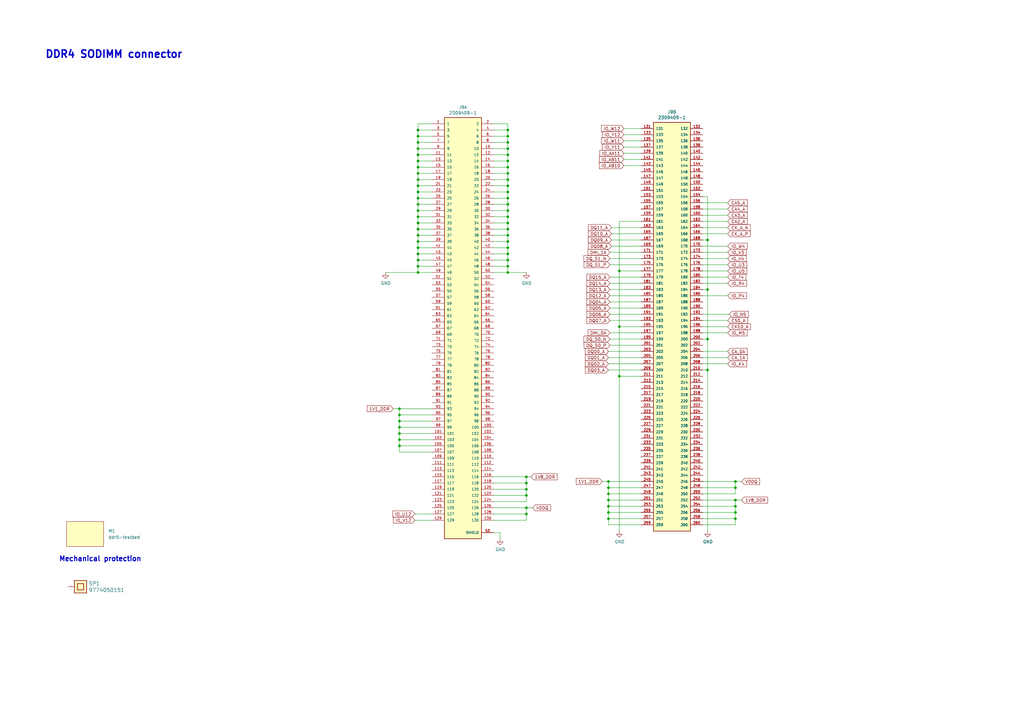
<source format=kicad_sch>
(kicad_sch (version 20230121) (generator eeschema)

  (uuid 88039a7b-9829-4d4b-8860-4b29975afa7b)

  (paper "A3")

  (title_block
    (title "LPDDR4 Test Board")
    (date "2022-07-20")
    (rev "1.1.3")
  )

  (lib_symbols
    (symbol "lpddr4-test-board:2309409-1" (pin_names (offset 1.016)) (in_bom yes) (on_board yes)
      (property "Reference" "J" (at -7.62 87.63 0)
        (effects (font (size 1.27 1.27)) (justify left bottom))
      )
      (property "Value" "2309409-1" (at -3.81 87.63 0)
        (effects (font (size 1.27 1.27)) (justify left bottom))
      )
      (property "Footprint" "lpddr4-test-board-footprints:TE_2309409-1" (at -7.62 -91.44 0)
        (effects (font (size 1.27 1.27)) (justify left bottom) hide)
      )
      (property "Datasheet" "" (at 25.4 2.54 0)
        (effects (font (size 1.27 1.27)) (justify left bottom) hide)
      )
      (property "Manufacturer" "TE Connectivity" (at 0 0 0)
        (effects (font (size 1.27 1.27)))
      )
      (property "MPN" "2309409-1" (at 0 0 0)
        (effects (font (size 1.27 1.27)))
      )
      (property "ki_locked" "" (at 0 0 0)
        (effects (font (size 1.27 1.27)))
      )
      (symbol "2309409-1_1_0"
        (pin passive line (at -12.7 83.82 0) (length 5.08)
          (name "1" (effects (font (size 1.016 1.016))))
          (number "1" (effects (font (size 1.016 1.016))))
        )
        (pin passive line (at 12.7 73.66 180) (length 5.08)
          (name "10" (effects (font (size 1.016 1.016))))
          (number "10" (effects (font (size 1.016 1.016))))
        )
        (pin passive line (at 12.7 -40.64 180) (length 5.08)
          (name "100" (effects (font (size 1.016 1.016))))
          (number "100" (effects (font (size 1.016 1.016))))
        )
        (pin passive line (at -12.7 -43.18 0) (length 5.08)
          (name "101" (effects (font (size 1.016 1.016))))
          (number "101" (effects (font (size 1.016 1.016))))
        )
        (pin passive line (at 12.7 -43.18 180) (length 5.08)
          (name "102" (effects (font (size 1.016 1.016))))
          (number "102" (effects (font (size 1.016 1.016))))
        )
        (pin passive line (at -12.7 -45.72 0) (length 5.08)
          (name "103" (effects (font (size 1.016 1.016))))
          (number "103" (effects (font (size 1.016 1.016))))
        )
        (pin passive line (at 12.7 -45.72 180) (length 5.08)
          (name "104" (effects (font (size 1.016 1.016))))
          (number "104" (effects (font (size 1.016 1.016))))
        )
        (pin passive line (at -12.7 -48.26 0) (length 5.08)
          (name "105" (effects (font (size 1.016 1.016))))
          (number "105" (effects (font (size 1.016 1.016))))
        )
        (pin passive line (at 12.7 -48.26 180) (length 5.08)
          (name "106" (effects (font (size 1.016 1.016))))
          (number "106" (effects (font (size 1.016 1.016))))
        )
        (pin passive line (at -12.7 -50.8 0) (length 5.08)
          (name "107" (effects (font (size 1.016 1.016))))
          (number "107" (effects (font (size 1.016 1.016))))
        )
        (pin passive line (at 12.7 -50.8 180) (length 5.08)
          (name "108" (effects (font (size 1.016 1.016))))
          (number "108" (effects (font (size 1.016 1.016))))
        )
        (pin passive line (at -12.7 -53.34 0) (length 5.08)
          (name "109" (effects (font (size 1.016 1.016))))
          (number "109" (effects (font (size 1.016 1.016))))
        )
        (pin passive line (at -12.7 71.12 0) (length 5.08)
          (name "11" (effects (font (size 1.016 1.016))))
          (number "11" (effects (font (size 1.016 1.016))))
        )
        (pin passive line (at 12.7 -53.34 180) (length 5.08)
          (name "110" (effects (font (size 1.016 1.016))))
          (number "110" (effects (font (size 1.016 1.016))))
        )
        (pin passive line (at -12.7 -55.88 0) (length 5.08)
          (name "111" (effects (font (size 1.016 1.016))))
          (number "111" (effects (font (size 1.016 1.016))))
        )
        (pin passive line (at 12.7 -55.88 180) (length 5.08)
          (name "112" (effects (font (size 1.016 1.016))))
          (number "112" (effects (font (size 1.016 1.016))))
        )
        (pin passive line (at -12.7 -58.42 0) (length 5.08)
          (name "113" (effects (font (size 1.016 1.016))))
          (number "113" (effects (font (size 1.016 1.016))))
        )
        (pin passive line (at 12.7 -58.42 180) (length 5.08)
          (name "114" (effects (font (size 1.016 1.016))))
          (number "114" (effects (font (size 1.016 1.016))))
        )
        (pin passive line (at -12.7 -60.96 0) (length 5.08)
          (name "115" (effects (font (size 1.016 1.016))))
          (number "115" (effects (font (size 1.016 1.016))))
        )
        (pin passive line (at 12.7 -60.96 180) (length 5.08)
          (name "116" (effects (font (size 1.016 1.016))))
          (number "116" (effects (font (size 1.016 1.016))))
        )
        (pin passive line (at -12.7 -63.5 0) (length 5.08)
          (name "117" (effects (font (size 1.016 1.016))))
          (number "117" (effects (font (size 1.016 1.016))))
        )
        (pin passive line (at 12.7 -63.5 180) (length 5.08)
          (name "118" (effects (font (size 1.016 1.016))))
          (number "118" (effects (font (size 1.016 1.016))))
        )
        (pin passive line (at -12.7 -66.04 0) (length 5.08)
          (name "119" (effects (font (size 1.016 1.016))))
          (number "119" (effects (font (size 1.016 1.016))))
        )
        (pin passive line (at 12.7 71.12 180) (length 5.08)
          (name "12" (effects (font (size 1.016 1.016))))
          (number "12" (effects (font (size 1.016 1.016))))
        )
        (pin passive line (at 12.7 -66.04 180) (length 5.08)
          (name "120" (effects (font (size 1.016 1.016))))
          (number "120" (effects (font (size 1.016 1.016))))
        )
        (pin passive line (at -12.7 -68.58 0) (length 5.08)
          (name "121" (effects (font (size 1.016 1.016))))
          (number "121" (effects (font (size 1.016 1.016))))
        )
        (pin passive line (at 12.7 -68.58 180) (length 5.08)
          (name "122" (effects (font (size 1.016 1.016))))
          (number "122" (effects (font (size 1.016 1.016))))
        )
        (pin passive line (at -12.7 -71.12 0) (length 5.08)
          (name "123" (effects (font (size 1.016 1.016))))
          (number "123" (effects (font (size 1.016 1.016))))
        )
        (pin passive line (at 12.7 -71.12 180) (length 5.08)
          (name "124" (effects (font (size 1.016 1.016))))
          (number "124" (effects (font (size 1.016 1.016))))
        )
        (pin passive line (at -12.7 -73.66 0) (length 5.08)
          (name "125" (effects (font (size 1.016 1.016))))
          (number "125" (effects (font (size 1.016 1.016))))
        )
        (pin passive line (at 12.7 -73.66 180) (length 5.08)
          (name "126" (effects (font (size 1.016 1.016))))
          (number "126" (effects (font (size 1.016 1.016))))
        )
        (pin passive line (at -12.7 -76.2 0) (length 5.08)
          (name "127" (effects (font (size 1.016 1.016))))
          (number "127" (effects (font (size 1.016 1.016))))
        )
        (pin passive line (at 12.7 -76.2 180) (length 5.08)
          (name "128" (effects (font (size 1.016 1.016))))
          (number "128" (effects (font (size 1.016 1.016))))
        )
        (pin passive line (at -12.7 -78.74 0) (length 5.08)
          (name "129" (effects (font (size 1.016 1.016))))
          (number "129" (effects (font (size 1.016 1.016))))
        )
        (pin passive line (at -12.7 68.58 0) (length 5.08)
          (name "13" (effects (font (size 1.016 1.016))))
          (number "13" (effects (font (size 1.016 1.016))))
        )
        (pin passive line (at 12.7 -78.74 180) (length 5.08)
          (name "130" (effects (font (size 1.016 1.016))))
          (number "130" (effects (font (size 1.016 1.016))))
        )
        (pin passive line (at 12.7 68.58 180) (length 5.08)
          (name "14" (effects (font (size 1.016 1.016))))
          (number "14" (effects (font (size 1.016 1.016))))
        )
        (pin passive line (at -12.7 66.04 0) (length 5.08)
          (name "15" (effects (font (size 1.016 1.016))))
          (number "15" (effects (font (size 1.016 1.016))))
        )
        (pin passive line (at 12.7 66.04 180) (length 5.08)
          (name "16" (effects (font (size 1.016 1.016))))
          (number "16" (effects (font (size 1.016 1.016))))
        )
        (pin passive line (at -12.7 63.5 0) (length 5.08)
          (name "17" (effects (font (size 1.016 1.016))))
          (number "17" (effects (font (size 1.016 1.016))))
        )
        (pin passive line (at 12.7 63.5 180) (length 5.08)
          (name "18" (effects (font (size 1.016 1.016))))
          (number "18" (effects (font (size 1.016 1.016))))
        )
        (pin passive line (at -12.7 60.96 0) (length 5.08)
          (name "19" (effects (font (size 1.016 1.016))))
          (number "19" (effects (font (size 1.016 1.016))))
        )
        (pin passive line (at 12.7 83.82 180) (length 5.08)
          (name "2" (effects (font (size 1.016 1.016))))
          (number "2" (effects (font (size 1.016 1.016))))
        )
        (pin passive line (at 12.7 60.96 180) (length 5.08)
          (name "20" (effects (font (size 1.016 1.016))))
          (number "20" (effects (font (size 1.016 1.016))))
        )
        (pin passive line (at -12.7 58.42 0) (length 5.08)
          (name "21" (effects (font (size 1.016 1.016))))
          (number "21" (effects (font (size 1.016 1.016))))
        )
        (pin passive line (at 12.7 58.42 180) (length 5.08)
          (name "22" (effects (font (size 1.016 1.016))))
          (number "22" (effects (font (size 1.016 1.016))))
        )
        (pin passive line (at -12.7 55.88 0) (length 5.08)
          (name "23" (effects (font (size 1.016 1.016))))
          (number "23" (effects (font (size 1.016 1.016))))
        )
        (pin passive line (at 12.7 55.88 180) (length 5.08)
          (name "24" (effects (font (size 1.016 1.016))))
          (number "24" (effects (font (size 1.016 1.016))))
        )
        (pin passive line (at -12.7 53.34 0) (length 5.08)
          (name "25" (effects (font (size 1.016 1.016))))
          (number "25" (effects (font (size 1.016 1.016))))
        )
        (pin passive line (at 12.7 53.34 180) (length 5.08)
          (name "26" (effects (font (size 1.016 1.016))))
          (number "26" (effects (font (size 1.016 1.016))))
        )
        (pin passive line (at -12.7 50.8 0) (length 5.08)
          (name "27" (effects (font (size 1.016 1.016))))
          (number "27" (effects (font (size 1.016 1.016))))
        )
        (pin passive line (at 12.7 50.8 180) (length 5.08)
          (name "28" (effects (font (size 1.016 1.016))))
          (number "28" (effects (font (size 1.016 1.016))))
        )
        (pin passive line (at -12.7 48.26 0) (length 5.08)
          (name "29" (effects (font (size 1.016 1.016))))
          (number "29" (effects (font (size 1.016 1.016))))
        )
        (pin passive line (at -12.7 81.28 0) (length 5.08)
          (name "3" (effects (font (size 1.016 1.016))))
          (number "3" (effects (font (size 1.016 1.016))))
        )
        (pin passive line (at 12.7 48.26 180) (length 5.08)
          (name "30" (effects (font (size 1.016 1.016))))
          (number "30" (effects (font (size 1.016 1.016))))
        )
        (pin passive line (at -12.7 45.72 0) (length 5.08)
          (name "31" (effects (font (size 1.016 1.016))))
          (number "31" (effects (font (size 1.016 1.016))))
        )
        (pin passive line (at 12.7 45.72 180) (length 5.08)
          (name "32" (effects (font (size 1.016 1.016))))
          (number "32" (effects (font (size 1.016 1.016))))
        )
        (pin passive line (at -12.7 43.18 0) (length 5.08)
          (name "33" (effects (font (size 1.016 1.016))))
          (number "33" (effects (font (size 1.016 1.016))))
        )
        (pin passive line (at 12.7 43.18 180) (length 5.08)
          (name "34" (effects (font (size 1.016 1.016))))
          (number "34" (effects (font (size 1.016 1.016))))
        )
        (pin passive line (at -12.7 40.64 0) (length 5.08)
          (name "35" (effects (font (size 1.016 1.016))))
          (number "35" (effects (font (size 1.016 1.016))))
        )
        (pin passive line (at 12.7 40.64 180) (length 5.08)
          (name "36" (effects (font (size 1.016 1.016))))
          (number "36" (effects (font (size 1.016 1.016))))
        )
        (pin passive line (at -12.7 38.1 0) (length 5.08)
          (name "37" (effects (font (size 1.016 1.016))))
          (number "37" (effects (font (size 1.016 1.016))))
        )
        (pin passive line (at 12.7 38.1 180) (length 5.08)
          (name "38" (effects (font (size 1.016 1.016))))
          (number "38" (effects (font (size 1.016 1.016))))
        )
        (pin passive line (at -12.7 35.56 0) (length 5.08)
          (name "39" (effects (font (size 1.016 1.016))))
          (number "39" (effects (font (size 1.016 1.016))))
        )
        (pin passive line (at 12.7 81.28 180) (length 5.08)
          (name "4" (effects (font (size 1.016 1.016))))
          (number "4" (effects (font (size 1.016 1.016))))
        )
        (pin passive line (at 12.7 35.56 180) (length 5.08)
          (name "40" (effects (font (size 1.016 1.016))))
          (number "40" (effects (font (size 1.016 1.016))))
        )
        (pin passive line (at -12.7 33.02 0) (length 5.08)
          (name "41" (effects (font (size 1.016 1.016))))
          (number "41" (effects (font (size 1.016 1.016))))
        )
        (pin passive line (at 12.7 33.02 180) (length 5.08)
          (name "42" (effects (font (size 1.016 1.016))))
          (number "42" (effects (font (size 1.016 1.016))))
        )
        (pin passive line (at -12.7 30.48 0) (length 5.08)
          (name "43" (effects (font (size 1.016 1.016))))
          (number "43" (effects (font (size 1.016 1.016))))
        )
        (pin passive line (at 12.7 30.48 180) (length 5.08)
          (name "44" (effects (font (size 1.016 1.016))))
          (number "44" (effects (font (size 1.016 1.016))))
        )
        (pin passive line (at -12.7 27.94 0) (length 5.08)
          (name "45" (effects (font (size 1.016 1.016))))
          (number "45" (effects (font (size 1.016 1.016))))
        )
        (pin passive line (at 12.7 27.94 180) (length 5.08)
          (name "46" (effects (font (size 1.016 1.016))))
          (number "46" (effects (font (size 1.016 1.016))))
        )
        (pin passive line (at -12.7 25.4 0) (length 5.08)
          (name "47" (effects (font (size 1.016 1.016))))
          (number "47" (effects (font (size 1.016 1.016))))
        )
        (pin passive line (at 12.7 25.4 180) (length 5.08)
          (name "48" (effects (font (size 1.016 1.016))))
          (number "48" (effects (font (size 1.016 1.016))))
        )
        (pin passive line (at -12.7 22.86 0) (length 5.08)
          (name "49" (effects (font (size 1.016 1.016))))
          (number "49" (effects (font (size 1.016 1.016))))
        )
        (pin passive line (at -12.7 78.74 0) (length 5.08)
          (name "5" (effects (font (size 1.016 1.016))))
          (number "5" (effects (font (size 1.016 1.016))))
        )
        (pin passive line (at 12.7 22.86 180) (length 5.08)
          (name "50" (effects (font (size 1.016 1.016))))
          (number "50" (effects (font (size 1.016 1.016))))
        )
        (pin passive line (at -12.7 20.32 0) (length 5.08)
          (name "51" (effects (font (size 1.016 1.016))))
          (number "51" (effects (font (size 1.016 1.016))))
        )
        (pin passive line (at 12.7 20.32 180) (length 5.08)
          (name "52" (effects (font (size 1.016 1.016))))
          (number "52" (effects (font (size 1.016 1.016))))
        )
        (pin passive line (at -12.7 17.78 0) (length 5.08)
          (name "53" (effects (font (size 1.016 1.016))))
          (number "53" (effects (font (size 1.016 1.016))))
        )
        (pin passive line (at 12.7 17.78 180) (length 5.08)
          (name "54" (effects (font (size 1.016 1.016))))
          (number "54" (effects (font (size 1.016 1.016))))
        )
        (pin passive line (at -12.7 15.24 0) (length 5.08)
          (name "55" (effects (font (size 1.016 1.016))))
          (number "55" (effects (font (size 1.016 1.016))))
        )
        (pin passive line (at 12.7 15.24 180) (length 5.08)
          (name "56" (effects (font (size 1.016 1.016))))
          (number "56" (effects (font (size 1.016 1.016))))
        )
        (pin passive line (at -12.7 12.7 0) (length 5.08)
          (name "57" (effects (font (size 1.016 1.016))))
          (number "57" (effects (font (size 1.016 1.016))))
        )
        (pin passive line (at 12.7 12.7 180) (length 5.08)
          (name "58" (effects (font (size 1.016 1.016))))
          (number "58" (effects (font (size 1.016 1.016))))
        )
        (pin passive line (at -12.7 10.16 0) (length 5.08)
          (name "59" (effects (font (size 1.016 1.016))))
          (number "59" (effects (font (size 1.016 1.016))))
        )
        (pin passive line (at 12.7 78.74 180) (length 5.08)
          (name "6" (effects (font (size 1.016 1.016))))
          (number "6" (effects (font (size 1.016 1.016))))
        )
        (pin passive line (at 12.7 10.16 180) (length 5.08)
          (name "60" (effects (font (size 1.016 1.016))))
          (number "60" (effects (font (size 1.016 1.016))))
        )
        (pin passive line (at -12.7 7.62 0) (length 5.08)
          (name "61" (effects (font (size 1.016 1.016))))
          (number "61" (effects (font (size 1.016 1.016))))
        )
        (pin passive line (at 12.7 7.62 180) (length 5.08)
          (name "62" (effects (font (size 1.016 1.016))))
          (number "62" (effects (font (size 1.016 1.016))))
        )
        (pin passive line (at -12.7 5.08 0) (length 5.08)
          (name "63" (effects (font (size 1.016 1.016))))
          (number "63" (effects (font (size 1.016 1.016))))
        )
        (pin passive line (at 12.7 5.08 180) (length 5.08)
          (name "64" (effects (font (size 1.016 1.016))))
          (number "64" (effects (font (size 1.016 1.016))))
        )
        (pin passive line (at -12.7 2.54 0) (length 5.08)
          (name "65" (effects (font (size 1.016 1.016))))
          (number "65" (effects (font (size 1.016 1.016))))
        )
        (pin passive line (at 12.7 2.54 180) (length 5.08)
          (name "66" (effects (font (size 1.016 1.016))))
          (number "66" (effects (font (size 1.016 1.016))))
        )
        (pin passive line (at -12.7 0 0) (length 5.08)
          (name "67" (effects (font (size 1.016 1.016))))
          (number "67" (effects (font (size 1.016 1.016))))
        )
        (pin passive line (at 12.7 0 180) (length 5.08)
          (name "68" (effects (font (size 1.016 1.016))))
          (number "68" (effects (font (size 1.016 1.016))))
        )
        (pin passive line (at -12.7 -2.54 0) (length 5.08)
          (name "69" (effects (font (size 1.016 1.016))))
          (number "69" (effects (font (size 1.016 1.016))))
        )
        (pin passive line (at -12.7 76.2 0) (length 5.08)
          (name "7" (effects (font (size 1.016 1.016))))
          (number "7" (effects (font (size 1.016 1.016))))
        )
        (pin passive line (at 12.7 -2.54 180) (length 5.08)
          (name "70" (effects (font (size 1.016 1.016))))
          (number "70" (effects (font (size 1.016 1.016))))
        )
        (pin passive line (at -12.7 -5.08 0) (length 5.08)
          (name "71" (effects (font (size 1.016 1.016))))
          (number "71" (effects (font (size 1.016 1.016))))
        )
        (pin passive line (at 12.7 -5.08 180) (length 5.08)
          (name "72" (effects (font (size 1.016 1.016))))
          (number "72" (effects (font (size 1.016 1.016))))
        )
        (pin passive line (at -12.7 -7.62 0) (length 5.08)
          (name "73" (effects (font (size 1.016 1.016))))
          (number "73" (effects (font (size 1.016 1.016))))
        )
        (pin passive line (at 12.7 -7.62 180) (length 5.08)
          (name "74" (effects (font (size 1.016 1.016))))
          (number "74" (effects (font (size 1.016 1.016))))
        )
        (pin passive line (at -12.7 -10.16 0) (length 5.08)
          (name "75" (effects (font (size 1.016 1.016))))
          (number "75" (effects (font (size 1.016 1.016))))
        )
        (pin passive line (at 12.7 -10.16 180) (length 5.08)
          (name "76" (effects (font (size 1.016 1.016))))
          (number "76" (effects (font (size 1.016 1.016))))
        )
        (pin passive line (at -12.7 -12.7 0) (length 5.08)
          (name "77" (effects (font (size 1.016 1.016))))
          (number "77" (effects (font (size 1.016 1.016))))
        )
        (pin passive line (at 12.7 -12.7 180) (length 5.08)
          (name "78" (effects (font (size 1.016 1.016))))
          (number "78" (effects (font (size 1.016 1.016))))
        )
        (pin passive line (at -12.7 -15.24 0) (length 5.08)
          (name "79" (effects (font (size 1.016 1.016))))
          (number "79" (effects (font (size 1.016 1.016))))
        )
        (pin passive line (at 12.7 76.2 180) (length 5.08)
          (name "8" (effects (font (size 1.016 1.016))))
          (number "8" (effects (font (size 1.016 1.016))))
        )
        (pin passive line (at 12.7 -15.24 180) (length 5.08)
          (name "80" (effects (font (size 1.016 1.016))))
          (number "80" (effects (font (size 1.016 1.016))))
        )
        (pin passive line (at -12.7 -17.78 0) (length 5.08)
          (name "81" (effects (font (size 1.016 1.016))))
          (number "81" (effects (font (size 1.016 1.016))))
        )
        (pin passive line (at 12.7 -17.78 180) (length 5.08)
          (name "82" (effects (font (size 1.016 1.016))))
          (number "82" (effects (font (size 1.016 1.016))))
        )
        (pin passive line (at -12.7 -20.32 0) (length 5.08)
          (name "83" (effects (font (size 1.016 1.016))))
          (number "83" (effects (font (size 1.016 1.016))))
        )
        (pin passive line (at 12.7 -20.32 180) (length 5.08)
          (name "84" (effects (font (size 1.016 1.016))))
          (number "84" (effects (font (size 1.016 1.016))))
        )
        (pin passive line (at -12.7 -22.86 0) (length 5.08)
          (name "85" (effects (font (size 1.016 1.016))))
          (number "85" (effects (font (size 1.016 1.016))))
        )
        (pin passive line (at 12.7 -22.86 180) (length 5.08)
          (name "86" (effects (font (size 1.016 1.016))))
          (number "86" (effects (font (size 1.016 1.016))))
        )
        (pin passive line (at -12.7 -25.4 0) (length 5.08)
          (name "87" (effects (font (size 1.016 1.016))))
          (number "87" (effects (font (size 1.016 1.016))))
        )
        (pin passive line (at 12.7 -25.4 180) (length 5.08)
          (name "88" (effects (font (size 1.016 1.016))))
          (number "88" (effects (font (size 1.016 1.016))))
        )
        (pin passive line (at -12.7 -27.94 0) (length 5.08)
          (name "89" (effects (font (size 1.016 1.016))))
          (number "89" (effects (font (size 1.016 1.016))))
        )
        (pin passive line (at -12.7 73.66 0) (length 5.08)
          (name "9" (effects (font (size 1.016 1.016))))
          (number "9" (effects (font (size 1.016 1.016))))
        )
        (pin passive line (at 12.7 -27.94 180) (length 5.08)
          (name "90" (effects (font (size 1.016 1.016))))
          (number "90" (effects (font (size 1.016 1.016))))
        )
        (pin passive line (at -12.7 -30.48 0) (length 5.08)
          (name "91" (effects (font (size 1.016 1.016))))
          (number "91" (effects (font (size 1.016 1.016))))
        )
        (pin passive line (at 12.7 -30.48 180) (length 5.08)
          (name "92" (effects (font (size 1.016 1.016))))
          (number "92" (effects (font (size 1.016 1.016))))
        )
        (pin passive line (at -12.7 -33.02 0) (length 5.08)
          (name "93" (effects (font (size 1.016 1.016))))
          (number "93" (effects (font (size 1.016 1.016))))
        )
        (pin passive line (at 12.7 -33.02 180) (length 5.08)
          (name "94" (effects (font (size 1.016 1.016))))
          (number "94" (effects (font (size 1.016 1.016))))
        )
        (pin passive line (at -12.7 -35.56 0) (length 5.08)
          (name "95" (effects (font (size 1.016 1.016))))
          (number "95" (effects (font (size 1.016 1.016))))
        )
        (pin passive line (at 12.7 -35.56 180) (length 5.08)
          (name "96" (effects (font (size 1.016 1.016))))
          (number "96" (effects (font (size 1.016 1.016))))
        )
        (pin passive line (at -12.7 -38.1 0) (length 5.08)
          (name "97" (effects (font (size 1.016 1.016))))
          (number "97" (effects (font (size 1.016 1.016))))
        )
        (pin passive line (at 12.7 -38.1 180) (length 5.08)
          (name "98" (effects (font (size 1.016 1.016))))
          (number "98" (effects (font (size 1.016 1.016))))
        )
        (pin passive line (at -12.7 -40.64 0) (length 5.08)
          (name "99" (effects (font (size 1.016 1.016))))
          (number "99" (effects (font (size 1.016 1.016))))
        )
        (pin passive line (at 12.7 -83.82 180) (length 5.08)
          (name "SHIELD" (effects (font (size 1.016 1.016))))
          (number "S1" (effects (font (size 1.016 1.016))))
        )
        (pin passive line (at 12.7 -83.82 180) (length 5.08)
          (name "SHIELD" (effects (font (size 1.016 1.016))))
          (number "S2" (effects (font (size 1.016 1.016))))
        )
      )
      (symbol "2309409-1_1_1"
        (rectangle (start -7.62 86.36) (end 7.62 -86.36)
          (stroke (width 0.254) (type default))
          (fill (type background))
        )
      )
      (symbol "2309409-1_2_0"
        (rectangle (start -7.62 83.82) (end 7.62 -83.82)
          (stroke (width 0.254) (type default))
          (fill (type background))
        )
        (pin passive line (at -12.7 81.28 0) (length 5.08)
          (name "131" (effects (font (size 1.016 1.016))))
          (number "131" (effects (font (size 1.016 1.016))))
        )
        (pin passive line (at 12.7 81.28 180) (length 5.08)
          (name "132" (effects (font (size 1.016 1.016))))
          (number "132" (effects (font (size 1.016 1.016))))
        )
        (pin passive line (at -12.7 78.74 0) (length 5.08)
          (name "133" (effects (font (size 1.016 1.016))))
          (number "133" (effects (font (size 1.016 1.016))))
        )
        (pin passive line (at 12.7 78.74 180) (length 5.08)
          (name "134" (effects (font (size 1.016 1.016))))
          (number "134" (effects (font (size 1.016 1.016))))
        )
        (pin passive line (at -12.7 76.2 0) (length 5.08)
          (name "135" (effects (font (size 1.016 1.016))))
          (number "135" (effects (font (size 1.016 1.016))))
        )
        (pin passive line (at 12.7 76.2 180) (length 5.08)
          (name "136" (effects (font (size 1.016 1.016))))
          (number "136" (effects (font (size 1.016 1.016))))
        )
        (pin passive line (at -12.7 73.66 0) (length 5.08)
          (name "137" (effects (font (size 1.016 1.016))))
          (number "137" (effects (font (size 1.016 1.016))))
        )
        (pin passive line (at 12.7 73.66 180) (length 5.08)
          (name "138" (effects (font (size 1.016 1.016))))
          (number "138" (effects (font (size 1.016 1.016))))
        )
        (pin passive line (at -12.7 71.12 0) (length 5.08)
          (name "139" (effects (font (size 1.016 1.016))))
          (number "139" (effects (font (size 1.016 1.016))))
        )
        (pin passive line (at 12.7 71.12 180) (length 5.08)
          (name "140" (effects (font (size 1.016 1.016))))
          (number "140" (effects (font (size 1.016 1.016))))
        )
        (pin passive line (at -12.7 68.58 0) (length 5.08)
          (name "141" (effects (font (size 1.016 1.016))))
          (number "141" (effects (font (size 1.016 1.016))))
        )
        (pin passive line (at 12.7 68.58 180) (length 5.08)
          (name "142" (effects (font (size 1.016 1.016))))
          (number "142" (effects (font (size 1.016 1.016))))
        )
        (pin passive line (at -12.7 66.04 0) (length 5.08)
          (name "143" (effects (font (size 1.016 1.016))))
          (number "143" (effects (font (size 1.016 1.016))))
        )
        (pin passive line (at 12.7 66.04 180) (length 5.08)
          (name "144" (effects (font (size 1.016 1.016))))
          (number "144" (effects (font (size 1.016 1.016))))
        )
        (pin passive line (at -12.7 63.5 0) (length 5.08)
          (name "145" (effects (font (size 1.016 1.016))))
          (number "145" (effects (font (size 1.016 1.016))))
        )
        (pin passive line (at 12.7 63.5 180) (length 5.08)
          (name "146" (effects (font (size 1.016 1.016))))
          (number "146" (effects (font (size 1.016 1.016))))
        )
        (pin passive line (at -12.7 60.96 0) (length 5.08)
          (name "147" (effects (font (size 1.016 1.016))))
          (number "147" (effects (font (size 1.016 1.016))))
        )
        (pin passive line (at 12.7 60.96 180) (length 5.08)
          (name "148" (effects (font (size 1.016 1.016))))
          (number "148" (effects (font (size 1.016 1.016))))
        )
        (pin passive line (at -12.7 58.42 0) (length 5.08)
          (name "149" (effects (font (size 1.016 1.016))))
          (number "149" (effects (font (size 1.016 1.016))))
        )
        (pin passive line (at 12.7 58.42 180) (length 5.08)
          (name "150" (effects (font (size 1.016 1.016))))
          (number "150" (effects (font (size 1.016 1.016))))
        )
        (pin passive line (at -12.7 55.88 0) (length 5.08)
          (name "151" (effects (font (size 1.016 1.016))))
          (number "151" (effects (font (size 1.016 1.016))))
        )
        (pin passive line (at 12.7 55.88 180) (length 5.08)
          (name "152" (effects (font (size 1.016 1.016))))
          (number "152" (effects (font (size 1.016 1.016))))
        )
        (pin passive line (at -12.7 53.34 0) (length 5.08)
          (name "153" (effects (font (size 1.016 1.016))))
          (number "153" (effects (font (size 1.016 1.016))))
        )
        (pin passive line (at 12.7 53.34 180) (length 5.08)
          (name "154" (effects (font (size 1.016 1.016))))
          (number "154" (effects (font (size 1.016 1.016))))
        )
        (pin passive line (at -12.7 50.8 0) (length 5.08)
          (name "155" (effects (font (size 1.016 1.016))))
          (number "155" (effects (font (size 1.016 1.016))))
        )
        (pin passive line (at 12.7 50.8 180) (length 5.08)
          (name "156" (effects (font (size 1.016 1.016))))
          (number "156" (effects (font (size 1.016 1.016))))
        )
        (pin passive line (at -12.7 48.26 0) (length 5.08)
          (name "157" (effects (font (size 1.016 1.016))))
          (number "157" (effects (font (size 1.016 1.016))))
        )
        (pin passive line (at 12.7 48.26 180) (length 5.08)
          (name "158" (effects (font (size 1.016 1.016))))
          (number "158" (effects (font (size 1.016 1.016))))
        )
        (pin passive line (at -12.7 45.72 0) (length 5.08)
          (name "159" (effects (font (size 1.016 1.016))))
          (number "159" (effects (font (size 1.016 1.016))))
        )
        (pin passive line (at 12.7 45.72 180) (length 5.08)
          (name "160" (effects (font (size 1.016 1.016))))
          (number "160" (effects (font (size 1.016 1.016))))
        )
        (pin passive line (at -12.7 43.18 0) (length 5.08)
          (name "161" (effects (font (size 1.016 1.016))))
          (number "161" (effects (font (size 1.016 1.016))))
        )
        (pin passive line (at 12.7 43.18 180) (length 5.08)
          (name "162" (effects (font (size 1.016 1.016))))
          (number "162" (effects (font (size 1.016 1.016))))
        )
        (pin passive line (at -12.7 40.64 0) (length 5.08)
          (name "163" (effects (font (size 1.016 1.016))))
          (number "163" (effects (font (size 1.016 1.016))))
        )
        (pin passive line (at 12.7 40.64 180) (length 5.08)
          (name "164" (effects (font (size 1.016 1.016))))
          (number "164" (effects (font (size 1.016 1.016))))
        )
        (pin passive line (at -12.7 38.1 0) (length 5.08)
          (name "165" (effects (font (size 1.016 1.016))))
          (number "165" (effects (font (size 1.016 1.016))))
        )
        (pin passive line (at 12.7 38.1 180) (length 5.08)
          (name "166" (effects (font (size 1.016 1.016))))
          (number "166" (effects (font (size 1.016 1.016))))
        )
        (pin passive line (at -12.7 35.56 0) (length 5.08)
          (name "167" (effects (font (size 1.016 1.016))))
          (number "167" (effects (font (size 1.016 1.016))))
        )
        (pin passive line (at 12.7 35.56 180) (length 5.08)
          (name "168" (effects (font (size 1.016 1.016))))
          (number "168" (effects (font (size 1.016 1.016))))
        )
        (pin passive line (at -12.7 33.02 0) (length 5.08)
          (name "169" (effects (font (size 1.016 1.016))))
          (number "169" (effects (font (size 1.016 1.016))))
        )
        (pin passive line (at 12.7 33.02 180) (length 5.08)
          (name "170" (effects (font (size 1.016 1.016))))
          (number "170" (effects (font (size 1.016 1.016))))
        )
        (pin passive line (at -12.7 30.48 0) (length 5.08)
          (name "171" (effects (font (size 1.016 1.016))))
          (number "171" (effects (font (size 1.016 1.016))))
        )
        (pin passive line (at 12.7 30.48 180) (length 5.08)
          (name "172" (effects (font (size 1.016 1.016))))
          (number "172" (effects (font (size 1.016 1.016))))
        )
        (pin passive line (at -12.7 27.94 0) (length 5.08)
          (name "173" (effects (font (size 1.016 1.016))))
          (number "173" (effects (font (size 1.016 1.016))))
        )
        (pin passive line (at 12.7 27.94 180) (length 5.08)
          (name "174" (effects (font (size 1.016 1.016))))
          (number "174" (effects (font (size 1.016 1.016))))
        )
        (pin passive line (at -12.7 25.4 0) (length 5.08)
          (name "175" (effects (font (size 1.016 1.016))))
          (number "175" (effects (font (size 1.016 1.016))))
        )
        (pin passive line (at 12.7 25.4 180) (length 5.08)
          (name "176" (effects (font (size 1.016 1.016))))
          (number "176" (effects (font (size 1.016 1.016))))
        )
        (pin passive line (at -12.7 22.86 0) (length 5.08)
          (name "177" (effects (font (size 1.016 1.016))))
          (number "177" (effects (font (size 1.016 1.016))))
        )
        (pin passive line (at 12.7 22.86 180) (length 5.08)
          (name "178" (effects (font (size 1.016 1.016))))
          (number "178" (effects (font (size 1.016 1.016))))
        )
        (pin passive line (at -12.7 20.32 0) (length 5.08)
          (name "179" (effects (font (size 1.016 1.016))))
          (number "179" (effects (font (size 1.016 1.016))))
        )
        (pin passive line (at 12.7 20.32 180) (length 5.08)
          (name "180" (effects (font (size 1.016 1.016))))
          (number "180" (effects (font (size 1.016 1.016))))
        )
        (pin passive line (at -12.7 17.78 0) (length 5.08)
          (name "181" (effects (font (size 1.016 1.016))))
          (number "181" (effects (font (size 1.016 1.016))))
        )
        (pin passive line (at 12.7 17.78 180) (length 5.08)
          (name "182" (effects (font (size 1.016 1.016))))
          (number "182" (effects (font (size 1.016 1.016))))
        )
        (pin passive line (at -12.7 15.24 0) (length 5.08)
          (name "183" (effects (font (size 1.016 1.016))))
          (number "183" (effects (font (size 1.016 1.016))))
        )
        (pin passive line (at 12.7 15.24 180) (length 5.08)
          (name "184" (effects (font (size 1.016 1.016))))
          (number "184" (effects (font (size 1.016 1.016))))
        )
        (pin passive line (at -12.7 12.7 0) (length 5.08)
          (name "185" (effects (font (size 1.016 1.016))))
          (number "185" (effects (font (size 1.016 1.016))))
        )
        (pin passive line (at 12.7 12.7 180) (length 5.08)
          (name "186" (effects (font (size 1.016 1.016))))
          (number "186" (effects (font (size 1.016 1.016))))
        )
        (pin passive line (at -12.7 10.16 0) (length 5.08)
          (name "187" (effects (font (size 1.016 1.016))))
          (number "187" (effects (font (size 1.016 1.016))))
        )
        (pin passive line (at 12.7 10.16 180) (length 5.08)
          (name "188" (effects (font (size 1.016 1.016))))
          (number "188" (effects (font (size 1.016 1.016))))
        )
        (pin passive line (at -12.7 7.62 0) (length 5.08)
          (name "189" (effects (font (size 1.016 1.016))))
          (number "189" (effects (font (size 1.016 1.016))))
        )
        (pin passive line (at 12.7 7.62 180) (length 5.08)
          (name "190" (effects (font (size 1.016 1.016))))
          (number "190" (effects (font (size 1.016 1.016))))
        )
        (pin passive line (at -12.7 5.08 0) (length 5.08)
          (name "191" (effects (font (size 1.016 1.016))))
          (number "191" (effects (font (size 1.016 1.016))))
        )
        (pin passive line (at 12.7 5.08 180) (length 5.08)
          (name "192" (effects (font (size 1.016 1.016))))
          (number "192" (effects (font (size 1.016 1.016))))
        )
        (pin passive line (at -12.7 2.54 0) (length 5.08)
          (name "193" (effects (font (size 1.016 1.016))))
          (number "193" (effects (font (size 1.016 1.016))))
        )
        (pin passive line (at 12.7 2.54 180) (length 5.08)
          (name "194" (effects (font (size 1.016 1.016))))
          (number "194" (effects (font (size 1.016 1.016))))
        )
        (pin passive line (at -12.7 0 0) (length 5.08)
          (name "195" (effects (font (size 1.016 1.016))))
          (number "195" (effects (font (size 1.016 1.016))))
        )
        (pin passive line (at 12.7 0 180) (length 5.08)
          (name "196" (effects (font (size 1.016 1.016))))
          (number "196" (effects (font (size 1.016 1.016))))
        )
        (pin passive line (at -12.7 -2.54 0) (length 5.08)
          (name "197" (effects (font (size 1.016 1.016))))
          (number "197" (effects (font (size 1.016 1.016))))
        )
        (pin passive line (at 12.7 -2.54 180) (length 5.08)
          (name "198" (effects (font (size 1.016 1.016))))
          (number "198" (effects (font (size 1.016 1.016))))
        )
        (pin passive line (at -12.7 -5.08 0) (length 5.08)
          (name "199" (effects (font (size 1.016 1.016))))
          (number "199" (effects (font (size 1.016 1.016))))
        )
        (pin passive line (at 12.7 -5.08 180) (length 5.08)
          (name "200" (effects (font (size 1.016 1.016))))
          (number "200" (effects (font (size 1.016 1.016))))
        )
        (pin passive line (at -12.7 -7.62 0) (length 5.08)
          (name "201" (effects (font (size 1.016 1.016))))
          (number "201" (effects (font (size 1.016 1.016))))
        )
        (pin passive line (at 12.7 -7.62 180) (length 5.08)
          (name "202" (effects (font (size 1.016 1.016))))
          (number "202" (effects (font (size 1.016 1.016))))
        )
        (pin passive line (at -12.7 -10.16 0) (length 5.08)
          (name "203" (effects (font (size 1.016 1.016))))
          (number "203" (effects (font (size 1.016 1.016))))
        )
        (pin passive line (at 12.7 -10.16 180) (length 5.08)
          (name "204" (effects (font (size 1.016 1.016))))
          (number "204" (effects (font (size 1.016 1.016))))
        )
        (pin passive line (at -12.7 -12.7 0) (length 5.08)
          (name "205" (effects (font (size 1.016 1.016))))
          (number "205" (effects (font (size 1.016 1.016))))
        )
        (pin passive line (at 12.7 -12.7 180) (length 5.08)
          (name "206" (effects (font (size 1.016 1.016))))
          (number "206" (effects (font (size 1.016 1.016))))
        )
        (pin passive line (at -12.7 -15.24 0) (length 5.08)
          (name "207" (effects (font (size 1.016 1.016))))
          (number "207" (effects (font (size 1.016 1.016))))
        )
        (pin passive line (at 12.7 -15.24 180) (length 5.08)
          (name "208" (effects (font (size 1.016 1.016))))
          (number "208" (effects (font (size 1.016 1.016))))
        )
        (pin passive line (at -12.7 -17.78 0) (length 5.08)
          (name "209" (effects (font (size 1.016 1.016))))
          (number "209" (effects (font (size 1.016 1.016))))
        )
        (pin passive line (at 12.7 -17.78 180) (length 5.08)
          (name "210" (effects (font (size 1.016 1.016))))
          (number "210" (effects (font (size 1.016 1.016))))
        )
        (pin passive line (at -12.7 -20.32 0) (length 5.08)
          (name "211" (effects (font (size 1.016 1.016))))
          (number "211" (effects (font (size 1.016 1.016))))
        )
        (pin passive line (at 12.7 -20.32 180) (length 5.08)
          (name "212" (effects (font (size 1.016 1.016))))
          (number "212" (effects (font (size 1.016 1.016))))
        )
        (pin passive line (at -12.7 -22.86 0) (length 5.08)
          (name "213" (effects (font (size 1.016 1.016))))
          (number "213" (effects (font (size 1.016 1.016))))
        )
        (pin passive line (at 12.7 -22.86 180) (length 5.08)
          (name "214" (effects (font (size 1.016 1.016))))
          (number "214" (effects (font (size 1.016 1.016))))
        )
        (pin passive line (at -12.7 -25.4 0) (length 5.08)
          (name "215" (effects (font (size 1.016 1.016))))
          (number "215" (effects (font (size 1.016 1.016))))
        )
        (pin passive line (at 12.7 -25.4 180) (length 5.08)
          (name "216" (effects (font (size 1.016 1.016))))
          (number "216" (effects (font (size 1.016 1.016))))
        )
        (pin passive line (at -12.7 -27.94 0) (length 5.08)
          (name "217" (effects (font (size 1.016 1.016))))
          (number "217" (effects (font (size 1.016 1.016))))
        )
        (pin passive line (at 12.7 -27.94 180) (length 5.08)
          (name "218" (effects (font (size 1.016 1.016))))
          (number "218" (effects (font (size 1.016 1.016))))
        )
        (pin passive line (at -12.7 -30.48 0) (length 5.08)
          (name "219" (effects (font (size 1.016 1.016))))
          (number "219" (effects (font (size 1.016 1.016))))
        )
        (pin passive line (at 12.7 -30.48 180) (length 5.08)
          (name "220" (effects (font (size 1.016 1.016))))
          (number "220" (effects (font (size 1.016 1.016))))
        )
        (pin passive line (at -12.7 -33.02 0) (length 5.08)
          (name "221" (effects (font (size 1.016 1.016))))
          (number "221" (effects (font (size 1.016 1.016))))
        )
        (pin passive line (at 12.7 -33.02 180) (length 5.08)
          (name "222" (effects (font (size 1.016 1.016))))
          (number "222" (effects (font (size 1.016 1.016))))
        )
        (pin passive line (at -12.7 -35.56 0) (length 5.08)
          (name "223" (effects (font (size 1.016 1.016))))
          (number "223" (effects (font (size 1.016 1.016))))
        )
        (pin passive line (at 12.7 -35.56 180) (length 5.08)
          (name "224" (effects (font (size 1.016 1.016))))
          (number "224" (effects (font (size 1.016 1.016))))
        )
        (pin passive line (at -12.7 -38.1 0) (length 5.08)
          (name "225" (effects (font (size 1.016 1.016))))
          (number "225" (effects (font (size 1.016 1.016))))
        )
        (pin passive line (at 12.7 -38.1 180) (length 5.08)
          (name "226" (effects (font (size 1.016 1.016))))
          (number "226" (effects (font (size 1.016 1.016))))
        )
        (pin passive line (at -12.7 -40.64 0) (length 5.08)
          (name "227" (effects (font (size 1.016 1.016))))
          (number "227" (effects (font (size 1.016 1.016))))
        )
        (pin passive line (at 12.7 -40.64 180) (length 5.08)
          (name "228" (effects (font (size 1.016 1.016))))
          (number "228" (effects (font (size 1.016 1.016))))
        )
        (pin passive line (at -12.7 -43.18 0) (length 5.08)
          (name "229" (effects (font (size 1.016 1.016))))
          (number "229" (effects (font (size 1.016 1.016))))
        )
        (pin passive line (at 12.7 -43.18 180) (length 5.08)
          (name "230" (effects (font (size 1.016 1.016))))
          (number "230" (effects (font (size 1.016 1.016))))
        )
        (pin passive line (at -12.7 -45.72 0) (length 5.08)
          (name "231" (effects (font (size 1.016 1.016))))
          (number "231" (effects (font (size 1.016 1.016))))
        )
        (pin passive line (at 12.7 -45.72 180) (length 5.08)
          (name "232" (effects (font (size 1.016 1.016))))
          (number "232" (effects (font (size 1.016 1.016))))
        )
        (pin passive line (at -12.7 -48.26 0) (length 5.08)
          (name "233" (effects (font (size 1.016 1.016))))
          (number "233" (effects (font (size 1.016 1.016))))
        )
        (pin passive line (at 12.7 -48.26 180) (length 5.08)
          (name "234" (effects (font (size 1.016 1.016))))
          (number "234" (effects (font (size 1.016 1.016))))
        )
        (pin passive line (at -12.7 -50.8 0) (length 5.08)
          (name "235" (effects (font (size 1.016 1.016))))
          (number "235" (effects (font (size 1.016 1.016))))
        )
        (pin passive line (at 12.7 -50.8 180) (length 5.08)
          (name "236" (effects (font (size 1.016 1.016))))
          (number "236" (effects (font (size 1.016 1.016))))
        )
        (pin passive line (at -12.7 -53.34 0) (length 5.08)
          (name "237" (effects (font (size 1.016 1.016))))
          (number "237" (effects (font (size 1.016 1.016))))
        )
        (pin passive line (at 12.7 -53.34 180) (length 5.08)
          (name "238" (effects (font (size 1.016 1.016))))
          (number "238" (effects (font (size 1.016 1.016))))
        )
        (pin passive line (at -12.7 -55.88 0) (length 5.08)
          (name "239" (effects (font (size 1.016 1.016))))
          (number "239" (effects (font (size 1.016 1.016))))
        )
        (pin passive line (at 12.7 -55.88 180) (length 5.08)
          (name "240" (effects (font (size 1.016 1.016))))
          (number "240" (effects (font (size 1.016 1.016))))
        )
        (pin passive line (at -12.7 -58.42 0) (length 5.08)
          (name "241" (effects (font (size 1.016 1.016))))
          (number "241" (effects (font (size 1.016 1.016))))
        )
        (pin passive line (at 12.7 -58.42 180) (length 5.08)
          (name "242" (effects (font (size 1.016 1.016))))
          (number "242" (effects (font (size 1.016 1.016))))
        )
        (pin passive line (at -12.7 -60.96 0) (length 5.08)
          (name "243" (effects (font (size 1.016 1.016))))
          (number "243" (effects (font (size 1.016 1.016))))
        )
        (pin passive line (at 12.7 -60.96 180) (length 5.08)
          (name "244" (effects (font (size 1.016 1.016))))
          (number "244" (effects (font (size 1.016 1.016))))
        )
        (pin passive line (at -12.7 -63.5 0) (length 5.08)
          (name "245" (effects (font (size 1.016 1.016))))
          (number "245" (effects (font (size 1.016 1.016))))
        )
        (pin passive line (at 12.7 -63.5 180) (length 5.08)
          (name "246" (effects (font (size 1.016 1.016))))
          (number "246" (effects (font (size 1.016 1.016))))
        )
        (pin passive line (at -12.7 -66.04 0) (length 5.08)
          (name "247" (effects (font (size 1.016 1.016))))
          (number "247" (effects (font (size 1.016 1.016))))
        )
        (pin passive line (at 12.7 -66.04 180) (length 5.08)
          (name "248" (effects (font (size 1.016 1.016))))
          (number "248" (effects (font (size 1.016 1.016))))
        )
        (pin passive line (at -12.7 -68.58 0) (length 5.08)
          (name "249" (effects (font (size 1.016 1.016))))
          (number "249" (effects (font (size 1.016 1.016))))
        )
        (pin passive line (at 12.7 -68.58 180) (length 5.08)
          (name "250" (effects (font (size 1.016 1.016))))
          (number "250" (effects (font (size 1.016 1.016))))
        )
        (pin passive line (at -12.7 -71.12 0) (length 5.08)
          (name "251" (effects (font (size 1.016 1.016))))
          (number "251" (effects (font (size 1.016 1.016))))
        )
        (pin passive line (at 12.7 -71.12 180) (length 5.08)
          (name "252" (effects (font (size 1.016 1.016))))
          (number "252" (effects (font (size 1.016 1.016))))
        )
        (pin passive line (at -12.7 -73.66 0) (length 5.08)
          (name "253" (effects (font (size 1.016 1.016))))
          (number "253" (effects (font (size 1.016 1.016))))
        )
        (pin passive line (at 12.7 -73.66 180) (length 5.08)
          (name "254" (effects (font (size 1.016 1.016))))
          (number "254" (effects (font (size 1.016 1.016))))
        )
        (pin passive line (at -12.7 -76.2 0) (length 5.08)
          (name "255" (effects (font (size 1.016 1.016))))
          (number "255" (effects (font (size 1.016 1.016))))
        )
        (pin passive line (at 12.7 -76.2 180) (length 5.08)
          (name "256" (effects (font (size 1.016 1.016))))
          (number "256" (effects (font (size 1.016 1.016))))
        )
        (pin passive line (at -12.7 -78.74 0) (length 5.08)
          (name "257" (effects (font (size 1.016 1.016))))
          (number "257" (effects (font (size 1.016 1.016))))
        )
        (pin passive line (at 12.7 -78.74 180) (length 5.08)
          (name "258" (effects (font (size 1.016 1.016))))
          (number "258" (effects (font (size 1.016 1.016))))
        )
        (pin passive line (at -12.7 -81.28 0) (length 5.08)
          (name "259" (effects (font (size 1.016 1.016))))
          (number "259" (effects (font (size 1.016 1.016))))
        )
        (pin passive line (at 12.7 -81.28 180) (length 5.08)
          (name "260" (effects (font (size 1.016 1.016))))
          (number "260" (effects (font (size 1.016 1.016))))
        )
      )
    )
    (symbol "lpddr4-test-board:9774050151" (pin_names (offset 1.016)) (in_bom yes) (on_board yes)
      (property "Reference" "SP" (at -2.54 2.54 0)
        (effects (font (size 1.524 1.524)) (justify left bottom))
      )
      (property "Value" "9774050151" (at -2.54 -5.08 0)
        (effects (font (size 1.524 1.524)) (justify left bottom))
      )
      (property "Footprint" "lpddr4-test-board-footprints:9774050151" (at 0 0 0)
        (effects (font (size 1.524 1.524)) hide)
      )
      (property "Datasheet" "" (at 0 0 0)
        (effects (font (size 1.524 1.524)) hide)
      )
      (property "Manufacturer" "Wurth Elektronik" (at 0 0 0)
        (effects (font (size 1.27 1.27)) hide)
      )
      (property "MPN" "9774050151" (at 0 0 0)
        (effects (font (size 1.27 1.27)) hide)
      )
      (symbol "9774050151_0_1"
        (rectangle (start -2.54 -2.54) (end 2.54 2.54)
          (stroke (width 0.254) (type default))
          (fill (type background))
        )
        (rectangle (start -1.27 -1.27) (end 1.27 1.27)
          (stroke (width 0.254) (type default))
          (fill (type background))
        )
        (pin passive line (at -5.08 0 0) (length 2.54)
          (name "1" (effects (font (size 0.0254 0.0254))))
          (number "1" (effects (font (size 0.0254 0.0254))))
        )
      )
    )
    (symbol "lpddr4-test-board:GND" (power) (pin_names (offset 0)) (in_bom yes) (on_board yes)
      (property "Reference" "#PWR" (at 0 -6.35 0)
        (effects (font (size 1.27 1.27)) hide)
      )
      (property "Value" "GND" (at 0 -3.81 0)
        (effects (font (size 1.27 1.27)))
      )
      (property "Footprint" "lpddr4-test-board-footprints:" (at 0 0 0)
        (effects (font (size 1.27 1.27)) hide)
      )
      (property "Datasheet" "" (at 0 0 0)
        (effects (font (size 1.27 1.27)) hide)
      )
      (symbol "GND_0_1"
        (polyline
          (pts
            (xy 0 0)
            (xy 0 -1.27)
            (xy 1.27 -1.27)
            (xy 0 -2.54)
            (xy -1.27 -1.27)
            (xy 0 -1.27)
          )
          (stroke (width 0) (type default))
          (fill (type none))
        )
      )
      (symbol "GND_1_1"
        (pin power_in line (at 0 0 270) (length 0) hide
          (name "GND" (effects (font (size 1.27 1.27))))
          (number "1" (effects (font (size 1.27 1.27))))
        )
      )
    )
    (symbol "lpddr4-test-board:ddr5-testbed" (in_bom no) (on_board yes)
      (property "Reference" "M" (at 0 8.89 0)
        (effects (font (size 1.27 1.27)))
      )
      (property "Value" "ddr5-testbed" (at 0 6.35 0)
        (effects (font (size 1.27 1.27)))
      )
      (property "Footprint" "lpddr4-test-board-footprints:DDR5-testbed" (at 0 -6.35 0)
        (effects (font (size 1.27 1.27)) hide)
      )
      (property "Datasheet" "" (at 0 2.54 0)
        (effects (font (size 1.27 1.27)) hide)
      )
      (property "ki_description" "DDR5 testbed" (at 0 0 0)
        (effects (font (size 1.27 1.27)) hide)
      )
      (symbol "ddr5-testbed_0_1"
        (rectangle (start -7.62 5.08) (end 7.62 -5.08)
          (stroke (width 0.1524) (type default))
          (fill (type background))
        )
      )
    )
  )

  (junction (at 208.28 71.12) (diameter 0) (color 0 0 0 0)
    (uuid 015bd788-b17d-4f56-90d1-e357d18f4342)
  )
  (junction (at 290.195 118.745) (diameter 0) (color 0 0 0 0)
    (uuid 06bde68f-1c70-45a4-aa0b-e7ab69379f02)
  )
  (junction (at 249.555 202.565) (diameter 0) (color 0 0 0 0)
    (uuid 0ddac97c-5f9f-4355-b187-abeb910e6ff2)
  )
  (junction (at 208.28 68.58) (diameter 0) (color 0 0 0 0)
    (uuid 1250783b-1183-4d74-8d11-0edba93e91aa)
  )
  (junction (at 215.9 210.82) (diameter 0) (color 0 0 0 0)
    (uuid 19828027-270a-48e2-8874-806b0ac591bf)
  )
  (junction (at 208.28 60.96) (diameter 0) (color 0 0 0 0)
    (uuid 1b73dfe2-b777-4039-85e4-12d47d790ad7)
  )
  (junction (at 171.45 111.76) (diameter 0) (color 0 0 0 0)
    (uuid 1c8d7f9e-76b1-4017-af8b-64f56ac6a24a)
  )
  (junction (at 163.83 167.64) (diameter 0) (color 0 0 0 0)
    (uuid 1dc7d14e-083b-4fe9-87fa-b961924edbc6)
  )
  (junction (at 171.45 106.68) (diameter 0) (color 0 0 0 0)
    (uuid 1e914d38-4dd5-4790-9adb-4847b5c1532d)
  )
  (junction (at 171.45 99.06) (diameter 0) (color 0 0 0 0)
    (uuid 22764f1b-9a2e-4708-9ec5-9c17d8a48b4d)
  )
  (junction (at 208.28 86.36) (diameter 0) (color 0 0 0 0)
    (uuid 2474d319-7350-4554-999e-d64060efd61d)
  )
  (junction (at 208.28 93.98) (diameter 0) (color 0 0 0 0)
    (uuid 27ce9a7d-9833-42b2-89c1-ead73be8a732)
  )
  (junction (at 171.45 78.74) (diameter 0) (color 0 0 0 0)
    (uuid 27ea0d41-85b3-467f-807b-6b6aaefb1ef6)
  )
  (junction (at 249.555 205.105) (diameter 0) (color 0 0 0 0)
    (uuid 2c2367e9-1bf2-4e40-81dd-9eef3ed1f5a3)
  )
  (junction (at 249.555 200.025) (diameter 0) (color 0 0 0 0)
    (uuid 2ebfc5d6-e8c1-4051-943c-e198d40a85c5)
  )
  (junction (at 171.45 86.36) (diameter 0) (color 0 0 0 0)
    (uuid 32865282-78bf-46f7-b1a2-24975aa721e0)
  )
  (junction (at 171.45 76.2) (diameter 0) (color 0 0 0 0)
    (uuid 32905ba6-e6bd-4a06-ba52-1ebb3dfeee1f)
  )
  (junction (at 171.45 96.52) (diameter 0) (color 0 0 0 0)
    (uuid 334c887b-1c3d-4edc-a6b7-e6a38f34ac1b)
  )
  (junction (at 171.45 104.14) (diameter 0) (color 0 0 0 0)
    (uuid 38db3f08-7451-4b4a-9fed-c11effd4dc13)
  )
  (junction (at 171.45 83.82) (diameter 0) (color 0 0 0 0)
    (uuid 391e1160-930b-443e-bdfb-4b8e77d49d00)
  )
  (junction (at 208.28 66.04) (diameter 0) (color 0 0 0 0)
    (uuid 3c8548c2-759d-4031-b476-0260bb6ec2b9)
  )
  (junction (at 215.9 208.28) (diameter 0) (color 0 0 0 0)
    (uuid 427fc265-4af2-49e0-be60-a457b3feeb23)
  )
  (junction (at 254 111.125) (diameter 0) (color 0 0 0 0)
    (uuid 45cfbbcc-c3b9-4c70-a82a-07c0bf0087bc)
  )
  (junction (at 208.28 109.22) (diameter 0) (color 0 0 0 0)
    (uuid 546cd229-361b-4a40-ad28-68daaf7cfaf3)
  )
  (junction (at 171.45 66.04) (diameter 0) (color 0 0 0 0)
    (uuid 57c30a2e-c94a-429c-9a13-b620973e6e00)
  )
  (junction (at 301.625 205.105) (diameter 0) (color 0 0 0 0)
    (uuid 5cf66fc3-95b8-43fc-adae-bdc013fa5ed6)
  )
  (junction (at 208.28 88.9) (diameter 0) (color 0 0 0 0)
    (uuid 5dc6a631-1eb0-4ee1-a302-5bf5ab659194)
  )
  (junction (at 163.83 180.34) (diameter 0) (color 0 0 0 0)
    (uuid 5fba9ffe-ae9a-40f2-869a-91bb7960d63e)
  )
  (junction (at 215.9 195.58) (diameter 0) (color 0 0 0 0)
    (uuid 61070bd2-4e47-4db7-852c-0a7d94a4a8e9)
  )
  (junction (at 163.83 175.26) (diameter 0) (color 0 0 0 0)
    (uuid 636dcbf8-7a23-4493-92b2-43005681a357)
  )
  (junction (at 171.45 73.66) (diameter 0) (color 0 0 0 0)
    (uuid 641cec74-e110-425a-9eb7-3844077758be)
  )
  (junction (at 208.28 55.88) (diameter 0) (color 0 0 0 0)
    (uuid 643007db-d696-4a00-a4d9-809811150d47)
  )
  (junction (at 163.83 177.8) (diameter 0) (color 0 0 0 0)
    (uuid 66c0495f-dc9f-4671-b26c-a61b300ba693)
  )
  (junction (at 208.28 53.34) (diameter 0) (color 0 0 0 0)
    (uuid 692a790d-82a1-48e7-ad3e-155cddaf4f3b)
  )
  (junction (at 249.555 197.485) (diameter 0) (color 0 0 0 0)
    (uuid 6c01b511-f554-483e-a088-ac0a83f0e21f)
  )
  (junction (at 171.45 109.22) (diameter 0) (color 0 0 0 0)
    (uuid 6e7d6453-de68-4645-a086-467446363536)
  )
  (junction (at 171.45 81.28) (diameter 0) (color 0 0 0 0)
    (uuid 755764a2-6267-4ba8-a37b-eabec569a1e7)
  )
  (junction (at 171.45 91.44) (diameter 0) (color 0 0 0 0)
    (uuid 75a21b0e-1614-4e25-8f35-f92ddbcb8784)
  )
  (junction (at 208.28 76.2) (diameter 0) (color 0 0 0 0)
    (uuid 782519ed-65b8-4229-b5dc-00600356eb10)
  )
  (junction (at 208.28 83.82) (diameter 0) (color 0 0 0 0)
    (uuid 78dddf17-49bc-4937-b69e-75fc729a29cc)
  )
  (junction (at 163.83 170.18) (diameter 0) (color 0 0 0 0)
    (uuid 7e2fc0c2-ed95-4e88-987f-19190f142de7)
  )
  (junction (at 301.625 207.645) (diameter 0) (color 0 0 0 0)
    (uuid 82aa4a65-aaa9-43aa-83a0-e96823b8601e)
  )
  (junction (at 171.45 68.58) (diameter 0) (color 0 0 0 0)
    (uuid 83264101-a910-48e8-b59e-624f5ca54aa9)
  )
  (junction (at 290.195 98.425) (diameter 0) (color 0 0 0 0)
    (uuid 86637a22-77a7-4aa1-a1a4-6c194ac44af4)
  )
  (junction (at 208.28 78.74) (diameter 0) (color 0 0 0 0)
    (uuid 870111fa-801a-401a-8cf9-9a0a8f036c3c)
  )
  (junction (at 171.45 63.5) (diameter 0) (color 0 0 0 0)
    (uuid 8802d2ba-253f-4a2d-a5cf-b02ee928b6b9)
  )
  (junction (at 208.28 104.14) (diameter 0) (color 0 0 0 0)
    (uuid 88446be9-1212-41e5-8114-915334788cdc)
  )
  (junction (at 215.9 200.66) (diameter 0) (color 0 0 0 0)
    (uuid 8924d702-9672-4ff4-9951-8adf9d15df56)
  )
  (junction (at 208.28 106.68) (diameter 0) (color 0 0 0 0)
    (uuid 8abd1ff0-6c40-4158-9108-409801129886)
  )
  (junction (at 171.45 101.6) (diameter 0) (color 0 0 0 0)
    (uuid 8ca6f6a3-cf81-4434-8a7c-dd74e846a920)
  )
  (junction (at 208.28 111.76) (diameter 0) (color 0 0 0 0)
    (uuid 9281fa5a-4e65-4c6e-b336-d9afb64547f7)
  )
  (junction (at 171.45 71.12) (diameter 0) (color 0 0 0 0)
    (uuid 936e988a-0117-4290-a25a-34829bde26fd)
  )
  (junction (at 208.28 73.66) (diameter 0) (color 0 0 0 0)
    (uuid 9377e3c7-2425-4e06-9c30-55e6672e8917)
  )
  (junction (at 301.625 210.185) (diameter 0) (color 0 0 0 0)
    (uuid 950466d3-f9d4-4d93-ba45-6fd06cdeb54e)
  )
  (junction (at 208.28 91.44) (diameter 0) (color 0 0 0 0)
    (uuid 979e3316-0cbf-4ece-920a-07d9e758f99e)
  )
  (junction (at 254 154.305) (diameter 0) (color 0 0 0 0)
    (uuid 9b2cd08f-2f61-43a9-8991-cd922e1a6396)
  )
  (junction (at 171.45 58.42) (diameter 0) (color 0 0 0 0)
    (uuid a1c2230f-f304-4979-b280-e8bb556d174a)
  )
  (junction (at 208.28 63.5) (diameter 0) (color 0 0 0 0)
    (uuid a2422829-adfe-4b6f-875f-55a4a5b463c2)
  )
  (junction (at 301.625 212.725) (diameter 0) (color 0 0 0 0)
    (uuid a5d7e7e0-f333-4cfe-910f-d5a825e79802)
  )
  (junction (at 171.45 60.96) (diameter 0) (color 0 0 0 0)
    (uuid ac68cc2e-173d-484d-89e9-afaf35a63823)
  )
  (junction (at 163.83 172.72) (diameter 0) (color 0 0 0 0)
    (uuid ad27dca7-4b35-4f6a-8513-6f998bab0520)
  )
  (junction (at 208.28 81.28) (diameter 0) (color 0 0 0 0)
    (uuid b026e231-e502-4ff6-99cf-a6fc75065c8a)
  )
  (junction (at 163.83 182.88) (diameter 0) (color 0 0 0 0)
    (uuid b57f6d13-acf2-46f6-8a66-330724127f9f)
  )
  (junction (at 171.45 88.9) (diameter 0) (color 0 0 0 0)
    (uuid b9ff06e1-ce4b-4c2b-9020-d87dcb51aa06)
  )
  (junction (at 249.555 212.725) (diameter 0) (color 0 0 0 0)
    (uuid bbfbf85a-2f2f-4dba-9d97-625d818b9768)
  )
  (junction (at 208.28 101.6) (diameter 0) (color 0 0 0 0)
    (uuid bc091af2-b6a2-4021-8e96-b20bde256d5a)
  )
  (junction (at 208.28 99.06) (diameter 0) (color 0 0 0 0)
    (uuid c183cbb1-6d4c-4b65-a63a-84e1b03b7cf1)
  )
  (junction (at 249.555 207.645) (diameter 0) (color 0 0 0 0)
    (uuid c369e397-0b9c-4605-a72a-19660926b87b)
  )
  (junction (at 171.45 53.34) (diameter 0) (color 0 0 0 0)
    (uuid d098040b-5972-4dae-aa9a-5bf85c73971d)
  )
  (junction (at 215.9 203.2) (diameter 0) (color 0 0 0 0)
    (uuid d362f839-496e-4388-bd73-f67883af2200)
  )
  (junction (at 171.45 55.88) (diameter 0) (color 0 0 0 0)
    (uuid d6ceca69-d905-456c-ae6d-46d1a2ab2c7f)
  )
  (junction (at 301.625 197.485) (diameter 0) (color 0 0 0 0)
    (uuid d87d2c40-a2f2-4590-9dc6-49e009764e69)
  )
  (junction (at 290.195 151.765) (diameter 0) (color 0 0 0 0)
    (uuid dfcc8685-18d9-42af-815b-46613eb97165)
  )
  (junction (at 290.195 139.065) (diameter 0) (color 0 0 0 0)
    (uuid e29eefd8-d3c4-4314-b921-1de272e12c36)
  )
  (junction (at 208.28 58.42) (diameter 0) (color 0 0 0 0)
    (uuid e670c245-9bec-4ef4-a631-ea63ec34966a)
  )
  (junction (at 249.555 210.185) (diameter 0) (color 0 0 0 0)
    (uuid eebc741f-0295-4d0d-a868-a07b4bce8c56)
  )
  (junction (at 171.45 93.98) (diameter 0) (color 0 0 0 0)
    (uuid f17bf41f-b2f6-4fc9-a194-a86efc2ae0f8)
  )
  (junction (at 215.9 198.12) (diameter 0) (color 0 0 0 0)
    (uuid f217a1b1-01cb-40b1-8fc9-803b8db7f804)
  )
  (junction (at 301.625 200.025) (diameter 0) (color 0 0 0 0)
    (uuid f43e15a9-a624-4db7-b751-b8c62439f1b2)
  )
  (junction (at 208.28 96.52) (diameter 0) (color 0 0 0 0)
    (uuid fb3777e7-1034-4b7e-9c36-b29caad26ebe)
  )
  (junction (at 254 133.985) (diameter 0) (color 0 0 0 0)
    (uuid fd6c44bf-a0b8-4ffb-921d-12c8eb869fa2)
  )

  (wire (pts (xy 171.45 111.76) (xy 158.115 111.76))
    (stroke (width 0) (type default))
    (uuid 0007189e-3f36-450e-b5ac-dcbe1349da4b)
  )
  (wire (pts (xy 208.28 93.98) (xy 202.565 93.98))
    (stroke (width 0) (type default))
    (uuid 069ad417-69e6-47b1-8811-158df016bbf6)
  )
  (wire (pts (xy 163.83 182.88) (xy 163.83 185.42))
    (stroke (width 0) (type default))
    (uuid 07f706e3-c20b-423d-a577-40ddbbf2c575)
  )
  (wire (pts (xy 177.165 88.9) (xy 171.45 88.9))
    (stroke (width 0) (type default))
    (uuid 08bb80c6-2bd5-47b9-88fb-0ab78a6f82a3)
  )
  (wire (pts (xy 163.83 177.8) (xy 163.83 180.34))
    (stroke (width 0) (type default))
    (uuid 08f780fd-7690-4561-beca-3f9c21b0f301)
  )
  (wire (pts (xy 288.29 144.145) (xy 298.45 144.145))
    (stroke (width 0) (type default))
    (uuid 09986f05-fff5-4832-b0c6-52101cd5a07c)
  )
  (wire (pts (xy 163.83 175.26) (xy 177.165 175.26))
    (stroke (width 0) (type default))
    (uuid 0ab64a9e-d7b8-442e-99e0-463d07809745)
  )
  (wire (pts (xy 202.565 208.28) (xy 215.9 208.28))
    (stroke (width 0) (type default))
    (uuid 0b607904-efe1-4b75-8abe-c17a3497a456)
  )
  (wire (pts (xy 202.565 63.5) (xy 208.28 63.5))
    (stroke (width 0) (type default))
    (uuid 0ba5bb9c-c8ba-4c58-a7ac-3764f3b9662d)
  )
  (wire (pts (xy 208.28 88.9) (xy 208.28 91.44))
    (stroke (width 0) (type default))
    (uuid 0c9ad40a-73a3-4f39-b4b4-aba1de887979)
  )
  (wire (pts (xy 202.565 210.82) (xy 215.9 210.82))
    (stroke (width 0) (type default))
    (uuid 0d14a9fb-1e49-449d-aa68-b184440a5f3e)
  )
  (wire (pts (xy 288.29 103.505) (xy 298.45 103.505))
    (stroke (width 0) (type default))
    (uuid 0d303408-90c6-44fa-96d0-1015c05c0d62)
  )
  (wire (pts (xy 262.89 212.725) (xy 249.555 212.725))
    (stroke (width 0) (type default))
    (uuid 0e1ec241-74ca-4f46-9cbe-a07795b19414)
  )
  (wire (pts (xy 208.28 99.06) (xy 202.565 99.06))
    (stroke (width 0) (type default))
    (uuid 0e568c14-4323-48ab-bc7a-eb442c168dbe)
  )
  (wire (pts (xy 250.19 126.365) (xy 262.89 126.365))
    (stroke (width 0) (type default))
    (uuid 10d16243-106c-45a3-b1fe-587224249133)
  )
  (wire (pts (xy 208.28 60.96) (xy 208.28 63.5))
    (stroke (width 0) (type default))
    (uuid 10e24913-268b-420c-aeaf-b6fc427347f5)
  )
  (wire (pts (xy 250.19 106.045) (xy 262.89 106.045))
    (stroke (width 0) (type default))
    (uuid 113e7c27-c20e-4b28-8f1d-ac73a2091fb3)
  )
  (wire (pts (xy 288.29 210.185) (xy 301.625 210.185))
    (stroke (width 0) (type default))
    (uuid 11465561-eeac-44fa-8bfe-d39e15659b04)
  )
  (wire (pts (xy 208.28 68.58) (xy 208.28 71.12))
    (stroke (width 0) (type default))
    (uuid 1187f021-7fd3-4469-b4b3-439e4d4b413f)
  )
  (wire (pts (xy 177.165 60.96) (xy 171.45 60.96))
    (stroke (width 0) (type default))
    (uuid 121a4bad-a67b-40a3-8d58-b7fb0d36ebdd)
  )
  (wire (pts (xy 177.165 99.06) (xy 171.45 99.06))
    (stroke (width 0) (type default))
    (uuid 125d17e7-64cd-499d-ae19-0e83450790d6)
  )
  (wire (pts (xy 215.9 198.12) (xy 215.9 200.66))
    (stroke (width 0) (type default))
    (uuid 1392c354-8234-40bc-a214-6f5920e14d4b)
  )
  (wire (pts (xy 301.625 205.105) (xy 304.165 205.105))
    (stroke (width 0) (type default))
    (uuid 1424ca3b-723e-4fa3-b1e6-895a370b7c1b)
  )
  (wire (pts (xy 208.28 55.88) (xy 208.28 58.42))
    (stroke (width 0) (type default))
    (uuid 16484ead-8b0f-4be0-bb3e-2ab4d7015c57)
  )
  (wire (pts (xy 288.29 80.645) (xy 290.195 80.645))
    (stroke (width 0) (type default))
    (uuid 16e3efb0-bd21-4d6e-bf20-378a96a1a8f9)
  )
  (wire (pts (xy 202.565 81.28) (xy 208.28 81.28))
    (stroke (width 0) (type default))
    (uuid 1702e9ae-2095-4bf2-adf9-5abb17e67cce)
  )
  (wire (pts (xy 262.89 93.345) (xy 250.825 93.345))
    (stroke (width 0) (type default))
    (uuid 1780c07e-f638-4ee3-a73e-626bebb6747b)
  )
  (wire (pts (xy 254 90.805) (xy 254 111.125))
    (stroke (width 0) (type default))
    (uuid 18102d5d-693a-4f22-823d-bd40dbf8c608)
  )
  (wire (pts (xy 249.555 200.025) (xy 249.555 202.565))
    (stroke (width 0) (type default))
    (uuid 1823b8c7-037c-4a25-b7fa-2a475b7d7c19)
  )
  (wire (pts (xy 202.565 111.76) (xy 208.28 111.76))
    (stroke (width 0) (type default))
    (uuid 197f84bc-e642-4142-9a4e-1b7c2f8f81a3)
  )
  (wire (pts (xy 171.45 99.06) (xy 171.45 101.6))
    (stroke (width 0) (type default))
    (uuid 1b56bd81-e865-4534-8096-fcb234e47411)
  )
  (wire (pts (xy 177.165 182.88) (xy 163.83 182.88))
    (stroke (width 0) (type default))
    (uuid 1e622af7-2a8a-4b11-bfb7-d4c24bc68ed9)
  )
  (wire (pts (xy 177.165 55.88) (xy 171.45 55.88))
    (stroke (width 0) (type default))
    (uuid 1ebb0cbe-9d1e-457b-85b8-7a3fef3208fc)
  )
  (wire (pts (xy 171.45 68.58) (xy 171.45 71.12))
    (stroke (width 0) (type default))
    (uuid 1f0e8681-313a-4277-985d-aa5e5694527a)
  )
  (wire (pts (xy 163.83 175.26) (xy 163.83 177.8))
    (stroke (width 0) (type default))
    (uuid 2107bf79-d948-46ba-acfd-86746031cbe6)
  )
  (wire (pts (xy 298.45 93.345) (xy 288.29 93.345))
    (stroke (width 0) (type default))
    (uuid 225ee49e-a103-4ad9-86f2-68e77abca712)
  )
  (wire (pts (xy 171.45 60.96) (xy 171.45 63.5))
    (stroke (width 0) (type default))
    (uuid 22b258e1-0cbe-4256-a279-5a2f4e7481f4)
  )
  (wire (pts (xy 177.165 68.58) (xy 171.45 68.58))
    (stroke (width 0) (type default))
    (uuid 23b61d3c-9237-4a88-9b6c-9229a1b432e2)
  )
  (wire (pts (xy 288.29 151.765) (xy 290.195 151.765))
    (stroke (width 0) (type default))
    (uuid 23ea6ce9-5f0f-4c32-88c7-c4c57e80d55f)
  )
  (wire (pts (xy 171.45 93.98) (xy 171.45 96.52))
    (stroke (width 0) (type default))
    (uuid 253b62fe-5b42-4e9f-b099-1ffcda48b507)
  )
  (wire (pts (xy 255.905 55.245) (xy 262.89 55.245))
    (stroke (width 0) (type default))
    (uuid 263ed43c-5707-4603-9cd1-340345aaf282)
  )
  (wire (pts (xy 249.555 202.565) (xy 249.555 205.105))
    (stroke (width 0) (type default))
    (uuid 265186e7-624c-429d-accb-da8d6e811ce4)
  )
  (wire (pts (xy 288.29 116.205) (xy 298.45 116.205))
    (stroke (width 0) (type default))
    (uuid 27188c11-ee75-42f0-885f-e3a4f56f7e13)
  )
  (wire (pts (xy 202.565 50.8) (xy 208.28 50.8))
    (stroke (width 0) (type default))
    (uuid 27e2c1c5-29f1-4deb-84c4-04d7eef97b8f)
  )
  (wire (pts (xy 249.555 144.145) (xy 262.89 144.145))
    (stroke (width 0) (type default))
    (uuid 2a3d1b11-b542-4335-8d55-b05cb0a35b96)
  )
  (wire (pts (xy 177.165 185.42) (xy 163.83 185.42))
    (stroke (width 0) (type default))
    (uuid 2ba151b6-53e3-45af-b373-46011734093e)
  )
  (wire (pts (xy 208.28 99.06) (xy 208.28 101.6))
    (stroke (width 0) (type default))
    (uuid 2be9b3c0-4ea9-42d3-850a-62c774ef9355)
  )
  (wire (pts (xy 171.45 63.5) (xy 171.45 66.04))
    (stroke (width 0) (type default))
    (uuid 3140ae24-f78e-4e84-aaec-f59f2b490174)
  )
  (wire (pts (xy 208.28 76.2) (xy 202.565 76.2))
    (stroke (width 0) (type default))
    (uuid 33fe49a9-2a4a-43c0-b4b1-c236631ba9cc)
  )
  (wire (pts (xy 249.555 212.725) (xy 249.555 215.265))
    (stroke (width 0) (type default))
    (uuid 34fb5464-3228-43ea-8059-aeb7bdfa1f36)
  )
  (wire (pts (xy 177.165 50.8) (xy 171.45 50.8))
    (stroke (width 0) (type default))
    (uuid 359e8a2c-595a-4ac3-976d-3fad9d70e368)
  )
  (wire (pts (xy 290.195 98.425) (xy 290.195 118.745))
    (stroke (width 0) (type default))
    (uuid 36a74b7b-6afc-4116-bc7a-b2b5cd575555)
  )
  (wire (pts (xy 249.555 149.225) (xy 262.89 149.225))
    (stroke (width 0) (type default))
    (uuid 3758f317-22a2-4923-bb7c-a37dfd3b3d8c)
  )
  (wire (pts (xy 215.9 195.58) (xy 215.9 198.12))
    (stroke (width 0) (type default))
    (uuid 37ae46fc-332d-461e-83fb-5aa6a0b25a07)
  )
  (wire (pts (xy 171.45 104.14) (xy 171.45 106.68))
    (stroke (width 0) (type default))
    (uuid 3813ee1d-9b8a-4b08-9d6b-699d65d4cff2)
  )
  (wire (pts (xy 290.195 80.645) (xy 290.195 98.425))
    (stroke (width 0) (type default))
    (uuid 38371f50-97d7-4411-ac51-d7e8e47ab58a)
  )
  (wire (pts (xy 218.44 208.28) (xy 215.9 208.28))
    (stroke (width 0) (type default))
    (uuid 3850e413-69d6-475e-a134-18082c4e5092)
  )
  (wire (pts (xy 171.45 78.74) (xy 171.45 81.28))
    (stroke (width 0) (type default))
    (uuid 3916bfe4-e07a-431b-bc60-d61f9f2eb39e)
  )
  (wire (pts (xy 288.29 146.685) (xy 298.45 146.685))
    (stroke (width 0) (type default))
    (uuid 39330d0e-df22-4d42-aca0-5a6d35e08810)
  )
  (wire (pts (xy 255.905 60.325) (xy 262.89 60.325))
    (stroke (width 0) (type default))
    (uuid 3a4476bb-a9fa-47e6-9077-444e32bd163b)
  )
  (wire (pts (xy 202.565 66.04) (xy 208.28 66.04))
    (stroke (width 0) (type default))
    (uuid 3fa0e814-ea56-41e3-b48a-38422b266c18)
  )
  (wire (pts (xy 290.195 139.065) (xy 290.195 151.765))
    (stroke (width 0) (type default))
    (uuid 400810f5-2cdf-4462-b72e-9ee3474dabb0)
  )
  (wire (pts (xy 262.89 200.025) (xy 249.555 200.025))
    (stroke (width 0) (type default))
    (uuid 40423da2-6b07-4749-bdde-57827e10146f)
  )
  (wire (pts (xy 177.165 81.28) (xy 171.45 81.28))
    (stroke (width 0) (type default))
    (uuid 40b04d82-3a0d-4a7d-8c86-4ead9ca58e7d)
  )
  (wire (pts (xy 171.45 55.88) (xy 171.45 58.42))
    (stroke (width 0) (type default))
    (uuid 42925684-3d62-435c-b304-cdac285d2b68)
  )
  (wire (pts (xy 301.625 212.725) (xy 301.625 215.265))
    (stroke (width 0) (type default))
    (uuid 473c617e-2c5a-435e-96fa-ab11922f1c36)
  )
  (wire (pts (xy 247.015 197.485) (xy 249.555 197.485))
    (stroke (width 0) (type default))
    (uuid 48d70b76-a002-47d6-9f5e-74158ab70a70)
  )
  (wire (pts (xy 202.565 78.74) (xy 208.28 78.74))
    (stroke (width 0) (type default))
    (uuid 49498c56-5c4d-49dc-aedc-757c774a098a)
  )
  (wire (pts (xy 177.165 96.52) (xy 171.45 96.52))
    (stroke (width 0) (type default))
    (uuid 4959c2ed-4813-419e-ae33-ff91632f4a1a)
  )
  (wire (pts (xy 262.89 210.185) (xy 249.555 210.185))
    (stroke (width 0) (type default))
    (uuid 4a3bea72-82e6-4e29-a5c5-b5bfae127ddc)
  )
  (wire (pts (xy 202.565 101.6) (xy 208.28 101.6))
    (stroke (width 0) (type default))
    (uuid 4b657448-fe72-4ec1-a1e6-21293bf532d5)
  )
  (wire (pts (xy 208.28 91.44) (xy 208.28 93.98))
    (stroke (width 0) (type default))
    (uuid 4e004eea-b46e-409e-a5e9-1b6d8854ce0e)
  )
  (wire (pts (xy 301.625 197.485) (xy 301.625 200.025))
    (stroke (width 0) (type default))
    (uuid 4f03a5ef-4cc6-4c1d-b906-96d9f9f95a41)
  )
  (wire (pts (xy 205.105 218.44) (xy 205.105 220.98))
    (stroke (width 0) (type default))
    (uuid 4f06256e-da76-443b-a0a4-708c5f0227ba)
  )
  (wire (pts (xy 208.28 53.34) (xy 202.565 53.34))
    (stroke (width 0) (type default))
    (uuid 4fb1f2c9-e513-4c4a-9695-0de425cd0f1c)
  )
  (wire (pts (xy 208.28 60.96) (xy 202.565 60.96))
    (stroke (width 0) (type default))
    (uuid 4fd9618a-3b31-4ed6-b1ba-72d2fd7ed21e)
  )
  (wire (pts (xy 208.28 86.36) (xy 208.28 88.9))
    (stroke (width 0) (type default))
    (uuid 51e48963-e713-4773-a29f-bfe0a867b844)
  )
  (wire (pts (xy 288.29 215.265) (xy 301.625 215.265))
    (stroke (width 0) (type default))
    (uuid 52bd7213-8558-4b1b-aed4-cef99240a088)
  )
  (wire (pts (xy 202.565 96.52) (xy 208.28 96.52))
    (stroke (width 0) (type default))
    (uuid 530f1c94-c48d-4f4d-a630-9dd953184690)
  )
  (wire (pts (xy 254 133.985) (xy 262.89 133.985))
    (stroke (width 0) (type default))
    (uuid 53b432b3-3ee6-4726-a342-dbca954bb15c)
  )
  (wire (pts (xy 177.165 106.68) (xy 171.45 106.68))
    (stroke (width 0) (type default))
    (uuid 55e2320d-b939-42d5-8989-1902a5a06700)
  )
  (wire (pts (xy 250.19 113.665) (xy 262.89 113.665))
    (stroke (width 0) (type default))
    (uuid 5afda1e9-879b-4708-82c8-f5484c2fd39c)
  )
  (wire (pts (xy 171.45 101.6) (xy 171.45 104.14))
    (stroke (width 0) (type default))
    (uuid 5b33530d-99ac-40a8-9e6e-51bc07884d7d)
  )
  (wire (pts (xy 208.28 106.68) (xy 208.28 109.22))
    (stroke (width 0) (type default))
    (uuid 5b4c89cc-3aff-4085-8872-fd0dc68bd92c)
  )
  (wire (pts (xy 208.28 96.52) (xy 208.28 99.06))
    (stroke (width 0) (type default))
    (uuid 5d270134-91d4-40f8-a53f-e077d6f91bab)
  )
  (wire (pts (xy 177.165 213.36) (xy 170.18 213.36))
    (stroke (width 0) (type default))
    (uuid 5d331c08-1389-4191-bfd5-59dfc4c6ac5a)
  )
  (wire (pts (xy 288.29 118.745) (xy 290.195 118.745))
    (stroke (width 0) (type default))
    (uuid 5d71b4fa-be1a-416d-9089-12710722ceab)
  )
  (wire (pts (xy 163.83 170.18) (xy 163.83 172.72))
    (stroke (width 0) (type default))
    (uuid 5e9254d8-6625-479a-ba3b-ed70f4bf857b)
  )
  (wire (pts (xy 208.28 101.6) (xy 208.28 104.14))
    (stroke (width 0) (type default))
    (uuid 5f7a3790-2959-4acb-a29d-12b527edfb14)
  )
  (wire (pts (xy 255.905 57.785) (xy 262.89 57.785))
    (stroke (width 0) (type default))
    (uuid 607ab783-61e1-41dd-b87d-d243c747ad92)
  )
  (wire (pts (xy 301.625 205.105) (xy 301.625 207.645))
    (stroke (width 0) (type default))
    (uuid 6243f5b6-fcc4-4aea-92f1-14434298627b)
  )
  (wire (pts (xy 290.195 151.765) (xy 290.195 217.805))
    (stroke (width 0) (type default))
    (uuid 644d060b-bc22-419e-9124-dc8e3cbec742)
  )
  (wire (pts (xy 288.29 205.105) (xy 301.625 205.105))
    (stroke (width 0) (type default))
    (uuid 6548928d-7a3c-474c-adca-2db1f9e2adc0)
  )
  (wire (pts (xy 202.565 198.12) (xy 215.9 198.12))
    (stroke (width 0) (type default))
    (uuid 67cd2141-fe91-4050-89ba-925b78415e6f)
  )
  (wire (pts (xy 250.19 118.745) (xy 262.89 118.745))
    (stroke (width 0) (type default))
    (uuid 68c4a6c5-e313-4b6f-a4e5-c34b930bfc3c)
  )
  (wire (pts (xy 298.45 90.805) (xy 288.29 90.805))
    (stroke (width 0) (type default))
    (uuid 698d34ed-7fae-43ef-8681-39a69c2d9a3a)
  )
  (wire (pts (xy 254 133.985) (xy 254 154.305))
    (stroke (width 0) (type default))
    (uuid 69a41e93-bf2b-4b0d-94f0-94c10005ecca)
  )
  (wire (pts (xy 208.28 83.82) (xy 208.28 86.36))
    (stroke (width 0) (type default))
    (uuid 6cc1bc03-c081-4704-bd50-14c18cf91fcf)
  )
  (wire (pts (xy 301.625 200.025) (xy 301.625 202.565))
    (stroke (width 0) (type default))
    (uuid 6ede843d-2fc4-4f77-afbf-0519671b8163)
  )
  (wire (pts (xy 215.9 210.82) (xy 215.9 213.36))
    (stroke (width 0) (type default))
    (uuid 711ad29f-fd75-49d5-acea-f6e739736f1a)
  )
  (wire (pts (xy 171.45 109.22) (xy 171.45 111.76))
    (stroke (width 0) (type default))
    (uuid 71da8a2c-65fd-43f6-8c13-003083ca33ea)
  )
  (wire (pts (xy 208.28 111.76) (xy 215.9 111.76))
    (stroke (width 0) (type default))
    (uuid 742feaca-7200-45c5-82ab-744e885ad9e7)
  )
  (wire (pts (xy 249.555 197.485) (xy 249.555 200.025))
    (stroke (width 0) (type default))
    (uuid 753e3532-a48d-4334-9698-337fe296c7ef)
  )
  (wire (pts (xy 202.565 83.82) (xy 208.28 83.82))
    (stroke (width 0) (type default))
    (uuid 756bb2da-115e-4c75-9c26-dcf8be34410b)
  )
  (wire (pts (xy 208.28 81.28) (xy 208.28 83.82))
    (stroke (width 0) (type default))
    (uuid 75e87aca-f706-4571-9e53-002deaa1f97c)
  )
  (wire (pts (xy 208.28 71.12) (xy 202.565 71.12))
    (stroke (width 0) (type default))
    (uuid 769a44ae-7972-43fc-b4ea-e2d21fc80437)
  )
  (wire (pts (xy 208.28 68.58) (xy 202.565 68.58))
    (stroke (width 0) (type default))
    (uuid 775350ca-0441-4fe6-ab1c-022e49ea0140)
  )
  (wire (pts (xy 208.28 86.36) (xy 202.565 86.36))
    (stroke (width 0) (type default))
    (uuid 7a9bbf27-e0af-4f44-a639-4d7bd3ea9a30)
  )
  (wire (pts (xy 177.165 71.12) (xy 171.45 71.12))
    (stroke (width 0) (type default))
    (uuid 7c3c8e7e-1b6f-4a85-8038-6c53b35006dc)
  )
  (wire (pts (xy 249.555 151.765) (xy 262.89 151.765))
    (stroke (width 0) (type default))
    (uuid 83d1d94c-a63a-4d1c-a83a-bda659831741)
  )
  (wire (pts (xy 202.565 73.66) (xy 208.28 73.66))
    (stroke (width 0) (type default))
    (uuid 83dfb525-4082-4602-b1b4-37de0060847c)
  )
  (wire (pts (xy 202.565 218.44) (xy 205.105 218.44))
    (stroke (width 0) (type default))
    (uuid 840bc680-5acb-49ea-9a48-2e60407f85aa)
  )
  (wire (pts (xy 288.29 139.065) (xy 290.195 139.065))
    (stroke (width 0) (type default))
    (uuid 84ca79b7-602d-4daf-a5ee-e23d22e2ed97)
  )
  (wire (pts (xy 177.165 170.18) (xy 163.83 170.18))
    (stroke (width 0) (type default))
    (uuid 850e9883-22b6-44df-8b46-ccb2d4cc6e76)
  )
  (wire (pts (xy 177.165 177.8) (xy 163.83 177.8))
    (stroke (width 0) (type default))
    (uuid 863906d1-a84f-48ab-bea3-bf19dbda008a)
  )
  (wire (pts (xy 171.45 81.28) (xy 171.45 83.82))
    (stroke (width 0) (type default))
    (uuid 86817d60-c7cb-4252-a07c-3d79e8912478)
  )
  (wire (pts (xy 250.19 128.905) (xy 262.89 128.905))
    (stroke (width 0) (type default))
    (uuid 87055149-c9b4-4f5e-abf3-812b8c676622)
  )
  (wire (pts (xy 298.45 113.665) (xy 288.29 113.665))
    (stroke (width 0) (type default))
    (uuid 874b4e7b-dac1-44e7-890b-3b70196e0277)
  )
  (wire (pts (xy 177.165 86.36) (xy 171.45 86.36))
    (stroke (width 0) (type default))
    (uuid 8777edff-04af-4c2d-a9a3-e63dc3916e5e)
  )
  (wire (pts (xy 208.28 53.34) (xy 208.28 55.88))
    (stroke (width 0) (type default))
    (uuid 87ebbbd8-1c99-41c4-8177-757593a379ce)
  )
  (wire (pts (xy 202.565 205.74) (xy 215.9 205.74))
    (stroke (width 0) (type default))
    (uuid 88c32690-f724-4b79-9536-f861a8afe762)
  )
  (wire (pts (xy 250.19 136.525) (xy 262.89 136.525))
    (stroke (width 0) (type default))
    (uuid 88e02f00-e5c8-4a2e-9057-456533b0a727)
  )
  (wire (pts (xy 208.28 104.14) (xy 208.28 106.68))
    (stroke (width 0) (type default))
    (uuid 8c15f3ca-1bef-4f68-b398-843390bc9c81)
  )
  (wire (pts (xy 202.565 58.42) (xy 208.28 58.42))
    (stroke (width 0) (type default))
    (uuid 8e46c36b-4efc-40ae-8571-83a2a4314a91)
  )
  (wire (pts (xy 215.9 200.66) (xy 215.9 203.2))
    (stroke (width 0) (type default))
    (uuid 8e82f4f4-332a-44ab-96ea-235cfd5ca2bd)
  )
  (wire (pts (xy 255.905 65.405) (xy 262.89 65.405))
    (stroke (width 0) (type default))
    (uuid 8f6cf26d-fdaa-4961-948e-fbacef92f84e)
  )
  (wire (pts (xy 304.165 197.485) (xy 301.625 197.485))
    (stroke (width 0) (type default))
    (uuid 90044bc8-5606-465e-a23b-27afb1cca980)
  )
  (wire (pts (xy 208.28 71.12) (xy 208.28 73.66))
    (stroke (width 0) (type default))
    (uuid 9099d3fd-61a9-4855-8aa0-8e5b35b95344)
  )
  (wire (pts (xy 255.905 62.865) (xy 262.89 62.865))
    (stroke (width 0) (type default))
    (uuid 90d8edc1-f7ac-454d-86da-a0f700cd82f7)
  )
  (wire (pts (xy 215.9 213.36) (xy 202.565 213.36))
    (stroke (width 0) (type default))
    (uuid 91da1b7d-2ee7-41a6-98ce-29fa325b9f23)
  )
  (wire (pts (xy 171.45 58.42) (xy 177.165 58.42))
    (stroke (width 0) (type default))
    (uuid 9409f2a2-13cf-444b-977c-9ad8df47ef77)
  )
  (wire (pts (xy 249.555 210.185) (xy 249.555 212.725))
    (stroke (width 0) (type default))
    (uuid 94ea03e5-06d6-4209-9f5e-9f72ca838969)
  )
  (wire (pts (xy 161.29 167.64) (xy 163.83 167.64))
    (stroke (width 0) (type default))
    (uuid 98f16970-da0e-4541-9224-124cc0ceeb9d)
  )
  (wire (pts (xy 208.28 93.98) (xy 208.28 96.52))
    (stroke (width 0) (type default))
    (uuid 9908b48d-16f6-4f1d-958a-f1a09dbfc8c0)
  )
  (wire (pts (xy 177.165 83.82) (xy 171.45 83.82))
    (stroke (width 0) (type default))
    (uuid 999a3ccf-77fb-4751-947f-dd7cc76f13c9)
  )
  (wire (pts (xy 262.89 95.885) (xy 250.825 95.885))
    (stroke (width 0) (type default))
    (uuid 9a8214db-537c-4539-ac46-2cfad31afa18)
  )
  (wire (pts (xy 298.45 108.585) (xy 288.29 108.585))
    (stroke (width 0) (type default))
    (uuid 9a98a011-4adf-4f0b-8abb-af5d1237be3a)
  )
  (wire (pts (xy 250.19 121.285) (xy 262.89 121.285))
    (stroke (width 0) (type default))
    (uuid 9acf6a17-a9f0-4b10-9fd7-e7ef8b788c99)
  )
  (wire (pts (xy 250.19 123.825) (xy 262.89 123.825))
    (stroke (width 0) (type default))
    (uuid 9b48b41c-71f6-4e5c-9ef6-5379ddc45e91)
  )
  (wire (pts (xy 177.165 91.44) (xy 171.45 91.44))
    (stroke (width 0) (type default))
    (uuid 9b7e77cd-c5e5-4833-b057-2bf25339ab66)
  )
  (wire (pts (xy 177.165 76.2) (xy 171.45 76.2))
    (stroke (width 0) (type default))
    (uuid 9ca1d973-7f69-4486-a6d4-04ccba830136)
  )
  (wire (pts (xy 171.45 73.66) (xy 171.45 76.2))
    (stroke (width 0) (type default))
    (uuid 9d663b15-b20a-41f7-bc9e-92705fad9ab4)
  )
  (wire (pts (xy 249.555 215.265) (xy 262.89 215.265))
    (stroke (width 0) (type default))
    (uuid 9f1eb98c-7a7b-4005-9437-562571a61833)
  )
  (wire (pts (xy 262.89 197.485) (xy 249.555 197.485))
    (stroke (width 0) (type default))
    (uuid 9f365156-6b18-486f-9ec2-2bc2ffd229fa)
  )
  (wire (pts (xy 254 154.305) (xy 254 217.805))
    (stroke (width 0) (type default))
    (uuid 9f931c1d-1800-48a8-9eb5-12a233c429e5)
  )
  (wire (pts (xy 202.565 200.66) (xy 215.9 200.66))
    (stroke (width 0) (type default))
    (uuid a13ddd2d-610f-4a1a-bb59-327bb2a70e56)
  )
  (wire (pts (xy 298.45 121.285) (xy 288.29 121.285))
    (stroke (width 0) (type default))
    (uuid a24ea0d7-e015-4280-b67c-23079ff7e7be)
  )
  (wire (pts (xy 288.29 197.485) (xy 301.625 197.485))
    (stroke (width 0) (type default))
    (uuid a30df5ad-6d81-451a-b8c0-d5ee8172ee74)
  )
  (wire (pts (xy 262.89 100.965) (xy 250.825 100.965))
    (stroke (width 0) (type default))
    (uuid a3a06cea-8428-4218-91db-ed69fd493d56)
  )
  (wire (pts (xy 215.9 203.2) (xy 215.9 205.74))
    (stroke (width 0) (type default))
    (uuid a4ee2d4d-71d0-4f77-98a9-147c46ee4f6d)
  )
  (wire (pts (xy 202.565 88.9) (xy 208.28 88.9))
    (stroke (width 0) (type default))
    (uuid a6f3119c-96de-4b9d-94cb-c741ae01fe6b)
  )
  (wire (pts (xy 288.29 207.645) (xy 301.625 207.645))
    (stroke (width 0) (type default))
    (uuid a720331f-e148-4acc-9bdd-be6947500ffd)
  )
  (wire (pts (xy 208.28 106.68) (xy 202.565 106.68))
    (stroke (width 0) (type default))
    (uuid a8993740-951b-480b-ba8b-760e3ff62bdb)
  )
  (wire (pts (xy 208.28 76.2) (xy 208.28 78.74))
    (stroke (width 0) (type default))
    (uuid a903aba8-62f6-441a-bb1e-6c5134699675)
  )
  (wire (pts (xy 298.45 106.045) (xy 288.29 106.045))
    (stroke (width 0) (type default))
    (uuid a93cf679-8c18-412d-9835-bb9af3e7ef96)
  )
  (wire (pts (xy 288.29 136.525) (xy 298.45 136.525))
    (stroke (width 0) (type default))
    (uuid aabae127-8ab5-4ab4-8f38-4dc7c039cdb3)
  )
  (wire (pts (xy 177.165 111.76) (xy 171.45 111.76))
    (stroke (width 0) (type default))
    (uuid ae5322a3-27de-4fea-bb91-a69540da0bea)
  )
  (wire (pts (xy 177.165 63.5) (xy 171.45 63.5))
    (stroke (width 0) (type default))
    (uuid ae6f7dcf-bcc3-4161-9647-8af51c22ab4c)
  )
  (wire (pts (xy 171.45 71.12) (xy 171.45 73.66))
    (stroke (width 0) (type default))
    (uuid aebf7ad8-7c9b-40be-8837-95eace84dc40)
  )
  (wire (pts (xy 249.555 146.685) (xy 262.89 146.685))
    (stroke (width 0) (type default))
    (uuid af54a747-cdfb-4d84-a76a-5a9807cbb6c2)
  )
  (wire (pts (xy 262.89 111.125) (xy 254 111.125))
    (stroke (width 0) (type default))
    (uuid af8ffb04-d526-45b7-84e6-5e659094bb38)
  )
  (wire (pts (xy 215.9 208.28) (xy 215.9 210.82))
    (stroke (width 0) (type default))
    (uuid b1785fb9-cbc5-4f4a-852b-28bd8a31e291)
  )
  (wire (pts (xy 288.29 133.985) (xy 298.45 133.985))
    (stroke (width 0) (type default))
    (uuid b1bc4d85-9e84-4fe3-ae9a-e3e5ac021f2d)
  )
  (wire (pts (xy 250.19 139.065) (xy 262.89 139.065))
    (stroke (width 0) (type default))
    (uuid b1de770c-9180-4ee3-934e-22f47220a4dc)
  )
  (wire (pts (xy 208.28 109.22) (xy 208.28 111.76))
    (stroke (width 0) (type default))
    (uuid b590d58c-a128-4073-990c-4215cb114463)
  )
  (wire (pts (xy 177.165 66.04) (xy 171.45 66.04))
    (stroke (width 0) (type default))
    (uuid b5a7ba3f-d5cf-4a85-9ca6-d53dc9bb63e0)
  )
  (wire (pts (xy 177.165 167.64) (xy 163.83 167.64))
    (stroke (width 0) (type default))
    (uuid b69566d7-9e8d-4b60-b521-c6f86dc81aeb)
  )
  (wire (pts (xy 177.165 53.34) (xy 171.45 53.34))
    (stroke (width 0) (type default))
    (uuid bb2f9ecb-7860-4fa9-93ff-40fefb682136)
  )
  (wire (pts (xy 250.19 103.505) (xy 262.89 103.505))
    (stroke (width 0) (type default))
    (uuid bbb2e825-3b57-4c41-b40f-52957167f1e0)
  )
  (wire (pts (xy 171.45 96.52) (xy 171.45 99.06))
    (stroke (width 0) (type default))
    (uuid bbd49d51-5a93-4077-9f2b-82ec55d8b76f)
  )
  (wire (pts (xy 298.45 85.725) (xy 288.29 85.725))
    (stroke (width 0) (type default))
    (uuid bc2b2826-adf5-406d-bad0-f9a44b46f215)
  )
  (wire (pts (xy 288.29 100.965) (xy 298.45 100.965))
    (stroke (width 0) (type default))
    (uuid bdc9f39e-5b0a-4e8b-92db-61fd8e9b89fd)
  )
  (wire (pts (xy 298.45 88.265) (xy 288.29 88.265))
    (stroke (width 0) (type default))
    (uuid bde18d28-503f-41ee-a685-46d4004eab26)
  )
  (wire (pts (xy 301.625 200.025) (xy 288.29 200.025))
    (stroke (width 0) (type default))
    (uuid be42383d-daec-455d-a4ff-01d3275f98ee)
  )
  (wire (pts (xy 288.29 149.225) (xy 298.45 149.225))
    (stroke (width 0) (type default))
    (uuid beee4bd4-b2db-4fa1-9751-d8d45924dae0)
  )
  (wire (pts (xy 171.45 66.04) (xy 171.45 68.58))
    (stroke (width 0) (type default))
    (uuid c11f458d-2b06-4ad4-9d48-1401f2e5e9f0)
  )
  (wire (pts (xy 177.165 104.14) (xy 171.45 104.14))
    (stroke (width 0) (type default))
    (uuid c17958ae-88af-4128-b07f-c79b96b6fa06)
  )
  (wire (pts (xy 298.45 95.885) (xy 288.29 95.885))
    (stroke (width 0) (type default))
    (uuid c1ccbc10-decc-403d-af54-09bc9be95bea)
  )
  (wire (pts (xy 163.83 172.72) (xy 163.83 175.26))
    (stroke (width 0) (type default))
    (uuid c2e20647-9f1e-4394-83be-669e9fe3abe7)
  )
  (wire (pts (xy 290.195 118.745) (xy 290.195 139.065))
    (stroke (width 0) (type default))
    (uuid c5888507-da56-462b-9faa-20c19c7dc850)
  )
  (wire (pts (xy 177.165 73.66) (xy 171.45 73.66))
    (stroke (width 0) (type default))
    (uuid c726144f-c780-4f4c-b59f-d7420185c9ab)
  )
  (wire (pts (xy 177.165 101.6) (xy 171.45 101.6))
    (stroke (width 0) (type default))
    (uuid c8247c39-18ae-4e29-9ca1-83dd5406418a)
  )
  (wire (pts (xy 177.165 172.72) (xy 163.83 172.72))
    (stroke (width 0) (type default))
    (uuid c90400bc-0d96-4efa-b82a-48121b3eee4b)
  )
  (wire (pts (xy 163.83 167.64) (xy 163.83 170.18))
    (stroke (width 0) (type default))
    (uuid cbeb65f8-aa56-40f5-8ce2-9e0c9fba26a5)
  )
  (wire (pts (xy 301.625 207.645) (xy 301.625 210.185))
    (stroke (width 0) (type default))
    (uuid d0940655-faf1-4362-9538-1c0e61d47d4d)
  )
  (wire (pts (xy 208.28 55.88) (xy 202.565 55.88))
    (stroke (width 0) (type default))
    (uuid d09ec515-978a-4ec8-a6a1-d29d7425cf92)
  )
  (wire (pts (xy 177.165 109.22) (xy 171.45 109.22))
    (stroke (width 0) (type default))
    (uuid d2dce938-2e2d-4e1b-887e-6b34d185b98f)
  )
  (wire (pts (xy 288.29 111.125) (xy 298.45 111.125))
    (stroke (width 0) (type default))
    (uuid d3a843b2-0375-4055-8b85-bb7f45d04aea)
  )
  (wire (pts (xy 163.83 180.34) (xy 163.83 182.88))
    (stroke (width 0) (type default))
    (uuid d4710254-5e5d-4c91-9f6c-ddf6e060fb45)
  )
  (wire (pts (xy 249.555 205.105) (xy 262.89 205.105))
    (stroke (width 0) (type default))
    (uuid d4cb9a7e-e16f-4dfc-be67-586ead90cec8)
  )
  (wire (pts (xy 249.555 205.105) (xy 249.555 207.645))
    (stroke (width 0) (type default))
    (uuid d57315b8-9c57-4a32-a8b9-21357e668948)
  )
  (wire (pts (xy 171.45 91.44) (xy 171.45 93.98))
    (stroke (width 0) (type default))
    (uuid d5966cda-7dd6-41a8-b6c0-013322f18e47)
  )
  (wire (pts (xy 250.19 131.445) (xy 262.89 131.445))
    (stroke (width 0) (type default))
    (uuid d642158b-2c5a-4b28-95f6-b48e0ea881fe)
  )
  (wire (pts (xy 177.165 78.74) (xy 171.45 78.74))
    (stroke (width 0) (type default))
    (uuid d6ca24b6-1b14-40d4-81a8-48ba1087069b)
  )
  (wire (pts (xy 171.45 83.82) (xy 171.45 86.36))
    (stroke (width 0) (type default))
    (uuid d705860e-0657-4105-a23a-f36a2657a675)
  )
  (wire (pts (xy 250.19 108.585) (xy 262.89 108.585))
    (stroke (width 0) (type default))
    (uuid d7560b24-bf2a-48b5-bcdf-51ed917e001f)
  )
  (wire (pts (xy 171.45 53.34) (xy 171.45 55.88))
    (stroke (width 0) (type default))
    (uuid d7c8b410-4779-42a0-818d-3036ec5f982c)
  )
  (wire (pts (xy 250.19 141.605) (xy 262.89 141.605))
    (stroke (width 0) (type default))
    (uuid d87073a6-e7e5-49ff-a3eb-bc78a5173b63)
  )
  (wire (pts (xy 288.29 98.425) (xy 290.195 98.425))
    (stroke (width 0) (type default))
    (uuid da5a514a-9369-48fd-84a9-2c20723b8c97)
  )
  (wire (pts (xy 262.89 154.305) (xy 254 154.305))
    (stroke (width 0) (type default))
    (uuid dadeb3da-466d-4622-98aa-a9f33fb48522)
  )
  (wire (pts (xy 255.905 67.945) (xy 262.89 67.945))
    (stroke (width 0) (type default))
    (uuid daea36c4-6856-48d3-970b-9db3d3489ceb)
  )
  (wire (pts (xy 171.45 88.9) (xy 171.45 91.44))
    (stroke (width 0) (type default))
    (uuid dafc9aa2-15d1-4f54-8f80-0acd11715372)
  )
  (wire (pts (xy 262.89 207.645) (xy 249.555 207.645))
    (stroke (width 0) (type default))
    (uuid dc2ca305-c79d-4afc-8c36-d55680ab6d10)
  )
  (wire (pts (xy 288.29 131.445) (xy 298.45 131.445))
    (stroke (width 0) (type default))
    (uuid dc73b09b-ecc2-46d9-ada8-14f540f0528e)
  )
  (wire (pts (xy 208.28 91.44) (xy 202.565 91.44))
    (stroke (width 0) (type default))
    (uuid dce4d7e0-2caf-4a5d-baa8-3d4af6926489)
  )
  (wire (pts (xy 202.565 104.14) (xy 208.28 104.14))
    (stroke (width 0) (type default))
    (uuid df425ce0-8428-4429-9467-232c71f1883b)
  )
  (wire (pts (xy 208.28 78.74) (xy 208.28 81.28))
    (stroke (width 0) (type default))
    (uuid e1244856-6560-4ca9-b4e1-41d0b4978ec9)
  )
  (wire (pts (xy 208.28 66.04) (xy 208.28 68.58))
    (stroke (width 0) (type default))
    (uuid e4310994-0dd1-4386-b709-59517ae30249)
  )
  (wire (pts (xy 177.165 180.34) (xy 163.83 180.34))
    (stroke (width 0) (type default))
    (uuid e44028e4-8887-4ff1-a8b0-efc390ab563c)
  )
  (wire (pts (xy 254 111.125) (xy 254 133.985))
    (stroke (width 0) (type default))
    (uuid e47f4a12-9634-46d2-9b14-d50f49038972)
  )
  (wire (pts (xy 171.45 76.2) (xy 171.45 78.74))
    (stroke (width 0) (type default))
    (uuid e4ad5771-efed-427f-a50a-7b3356472276)
  )
  (wire (pts (xy 171.45 106.68) (xy 171.45 109.22))
    (stroke (width 0) (type default))
    (uuid e5b22ede-34bc-42d5-97ba-5b78d24e80d9)
  )
  (wire (pts (xy 208.28 73.66) (xy 208.28 76.2))
    (stroke (width 0) (type default))
    (uuid e6104ade-7d17-469f-a507-7c798aac2be7)
  )
  (wire (pts (xy 171.45 50.8) (xy 171.45 53.34))
    (stroke (width 0) (type default))
    (uuid e6e8bb40-2ced-4b24-abd1-4113d62b9266)
  )
  (wire (pts (xy 171.45 86.36) (xy 171.45 88.9))
    (stroke (width 0) (type default))
    (uuid e6f95e33-de74-42b1-ad68-54d2851e57d3)
  )
  (wire (pts (xy 288.29 212.725) (xy 301.625 212.725))
    (stroke (width 0) (type default))
    (uuid e7cb6c6a-a78c-4b35-b55a-511409c9ee8d)
  )
  (wire (pts (xy 288.29 128.905) (xy 299.085 128.905))
    (stroke (width 0) (type default))
    (uuid ebd2324a-d475-4e9f-bcaf-2a0d06a04833)
  )
  (wire (pts (xy 208.28 50.8) (xy 208.28 53.34))
    (stroke (width 0) (type default))
    (uuid ebdaa344-b996-48f8-84fc-09941777db3b)
  )
  (wire (pts (xy 262.89 202.565) (xy 249.555 202.565))
    (stroke (width 0) (type default))
    (uuid ec8df4a4-6684-4c57-a42d-ef05a77d9ad2)
  )
  (wire (pts (xy 208.28 63.5) (xy 208.28 66.04))
    (stroke (width 0) (type default))
    (uuid ec914f10-ceb2-41fc-9e79-c4085545ca0d)
  )
  (wire (pts (xy 202.565 109.22) (xy 208.28 109.22))
    (stroke (width 0) (type default))
    (uuid edd2a35a-0080-47a7-9166-ee3cf1b94194)
  )
  (wire (pts (xy 215.9 195.58) (xy 217.805 195.58))
    (stroke (width 0) (type default))
    (uuid eddf1ae4-3423-472f-8033-e3470479458e)
  )
  (wire (pts (xy 250.19 116.205) (xy 262.89 116.205))
    (stroke (width 0) (type default))
    (uuid ee020468-a0b8-4d93-bc88-1dd7fef5cacd)
  )
  (wire (pts (xy 301.625 202.565) (xy 288.29 202.565))
    (stroke (width 0) (type default))
    (uuid f12395db-4d0c-4f35-9d79-ccc5f251feb3)
  )
  (wire (pts (xy 262.89 98.425) (xy 250.825 98.425))
    (stroke (width 0) (type default))
    (uuid f24e7504-0861-4dd9-8d86-00faf933c57e)
  )
  (wire (pts (xy 177.165 93.98) (xy 171.45 93.98))
    (stroke (width 0) (type default))
    (uuid f282ee94-65c7-40b7-af9f-7faf660264a5)
  )
  (wire (pts (xy 262.89 90.805) (xy 254 90.805))
    (stroke (width 0) (type default))
    (uuid f4372dc8-6ff1-4e78-ba40-f567ebfa6b9a)
  )
  (wire (pts (xy 298.45 83.185) (xy 288.29 83.185))
    (stroke (width 0) (type default))
    (uuid f46e9413-60aa-47d7-a56c-04cd31408707)
  )
  (wire (pts (xy 202.565 203.2) (xy 215.9 203.2))
    (stroke (width 0) (type default))
    (uuid f4f02f29-8ce8-44fa-9679-d6f9d15721c6)
  )
  (wire (pts (xy 202.565 195.58) (xy 215.9 195.58))
    (stroke (width 0) (type default))
    (uuid f679da17-8f56-47dc-bca9-769d4641fee9)
  )
  (wire (pts (xy 301.625 210.185) (xy 301.625 212.725))
    (stroke (width 0) (type default))
    (uuid f699e6cb-da63-4e43-bd43-a7e16f600ac9)
  )
  (wire (pts (xy 208.28 58.42) (xy 208.28 60.96))
    (stroke (width 0) (type default))
    (uuid f7ed76b4-dd09-4bc8-9624-d54808d33da8)
  )
  (wire (pts (xy 249.555 207.645) (xy 249.555 210.185))
    (stroke (width 0) (type default))
    (uuid f930d3fe-2a0f-4cdd-b542-f70292e364ed)
  )
  (wire (pts (xy 171.45 58.42) (xy 171.45 60.96))
    (stroke (width 0) (type default))
    (uuid fc8e6812-7c3e-4311-9a47-11f827229ba6)
  )
  (wire (pts (xy 255.905 52.705) (xy 262.89 52.705))
    (stroke (width 0) (type default))
    (uuid fea3dbc2-0bdc-4d4a-8d08-34b7758354a7)
  )
  (wire (pts (xy 170.18 210.82) (xy 177.165 210.82))
    (stroke (width 0) (type default))
    (uuid ffcdc063-0693-4018-9950-8fc3c1c11f28)
  )

  (text "DDR4 SODIMM connector" (at 18.415 24.13 0)
    (effects (font (size 2.9972 2.9972) (thickness 0.5994) bold) (justify left bottom))
    (uuid 50adf61a-0500-4233-b6db-a0b219a67bf9)
  )
  (text "Mechanical protection" (at 24.13 230.505 0)
    (effects (font (size 2.0066 2.0066) (thickness 0.4013) bold) (justify left bottom))
    (uuid ef9e712c-5a67-4e3c-9d02-c17b8e885c5f)
  )

  (global_label "CA2_A" (shape input) (at 298.45 90.805 0) (fields_autoplaced)
    (effects (font (size 1.27 1.27)) (justify left))
    (uuid 032d2d31-1244-4903-9973-88fc253087aa)
    (property "Intersheetrefs" "${INTERSHEET_REFS}" (at 306.4053 90.805 0)
      (effects (font (size 1.27 1.27)) (justify left) hide)
    )
  )
  (global_label "1V1_DDR" (shape input) (at 247.015 197.485 180) (fields_autoplaced)
    (effects (font (size 1.27 1.27)) (justify right))
    (uuid 03b021d1-d099-4f5f-871f-7e0a5b8151e8)
    (property "Intersheetrefs" "${INTERSHEET_REFS}" (at 236.4056 197.4056 0)
      (effects (font (size 1.27 1.27)) (justify right) hide)
    )
  )
  (global_label "DQ13_A" (shape input) (at 250.19 118.745 180) (fields_autoplaced)
    (effects (font (size 1.27 1.27)) (justify right))
    (uuid 04fa4212-1e4b-4636-ad05-740f7de38cb5)
    (property "Intersheetrefs" "${INTERSHEET_REFS}" (at 240.7833 118.745 0)
      (effects (font (size 1.27 1.27)) (justify right) hide)
    )
  )
  (global_label "DQ_S0_P" (shape input) (at 250.19 141.605 180) (fields_autoplaced)
    (effects (font (size 1.27 1.27)) (justify right))
    (uuid 0c2c4965-9d9e-4660-bfc9-180648b1bde1)
    (property "Intersheetrefs" "${INTERSHEET_REFS}" (at 239.641 141.5256 0)
      (effects (font (size 1.27 1.27)) (justify right) hide)
    )
  )
  (global_label "1V8_DDR" (shape input) (at 304.165 205.105 0) (fields_autoplaced)
    (effects (font (size 1.27 1.27)) (justify left))
    (uuid 130fa0b3-8fad-4eea-81ce-4718246f15a9)
    (property "Intersheetrefs" "${INTERSHEET_REFS}" (at 314.7744 205.0256 0)
      (effects (font (size 1.27 1.27)) (justify left) hide)
    )
  )
  (global_label "DQ_S1_P" (shape input) (at 250.19 108.585 180) (fields_autoplaced)
    (effects (font (size 1.27 1.27)) (justify right))
    (uuid 138bb75e-8a1e-492f-af91-2d576b421ba3)
    (property "Intersheetrefs" "${INTERSHEET_REFS}" (at 239.641 108.5056 0)
      (effects (font (size 1.27 1.27)) (justify right) hide)
    )
  )
  (global_label "DQ12_A" (shape input) (at 250.19 121.285 180) (fields_autoplaced)
    (effects (font (size 1.27 1.27)) (justify right))
    (uuid 14ac32c7-bf82-42f5-8e94-c7cda70e1c9d)
    (property "Intersheetrefs" "${INTERSHEET_REFS}" (at 240.7833 121.285 0)
      (effects (font (size 1.27 1.27)) (justify right) hide)
    )
  )
  (global_label "IO_R4" (shape input) (at 298.45 116.205 0) (fields_autoplaced)
    (effects (font (size 1.27 1.27)) (justify left))
    (uuid 163b522a-68dd-4b73-a230-3cce0ee0259e)
    (property "Intersheetrefs" "${INTERSHEET_REFS}" (at 306.1634 116.205 0)
      (effects (font (size 1.27 1.27)) (justify left) hide)
    )
  )
  (global_label "DQ00_A" (shape input) (at 249.555 144.145 180) (fields_autoplaced)
    (effects (font (size 1.27 1.27)) (justify right))
    (uuid 177eafe6-03c0-4b59-bcc8-a14f81c39bed)
    (property "Intersheetrefs" "${INTERSHEET_REFS}" (at 240.1483 144.145 0)
      (effects (font (size 1.27 1.27)) (justify right) hide)
    )
  )
  (global_label "IO_Y12" (shape input) (at 255.905 55.245 180) (fields_autoplaced)
    (effects (font (size 1.27 1.27)) (justify right))
    (uuid 18681625-5f10-461b-a785-7c7493fce575)
    (property "Intersheetrefs" "${INTERSHEET_REFS}" (at 247.1635 55.245 0)
      (effects (font (size 1.27 1.27)) (justify right) hide)
    )
  )
  (global_label "DQ01_A" (shape input) (at 249.555 146.685 180) (fields_autoplaced)
    (effects (font (size 1.27 1.27)) (justify right))
    (uuid 1aa85755-7b6f-404e-9a8d-b328e1e14179)
    (property "Intersheetrefs" "${INTERSHEET_REFS}" (at 240.1483 146.685 0)
      (effects (font (size 1.27 1.27)) (justify right) hide)
    )
  )
  (global_label "CA_1A" (shape input) (at 298.45 146.685 0) (fields_autoplaced)
    (effects (font (size 1.27 1.27)) (justify left))
    (uuid 1e90bf21-0463-4a2f-9b6b-70632b903be8)
    (property "Intersheetrefs" "${INTERSHEET_REFS}" (at 306.4053 146.685 0)
      (effects (font (size 1.27 1.27)) (justify left) hide)
    )
  )
  (global_label "VDDQ" (shape input) (at 304.165 197.485 0) (fields_autoplaced)
    (effects (font (size 1.27 1.27)) (justify left))
    (uuid 1f2833e6-2391-4ab5-815f-7a54bbc891d4)
    (property "Intersheetrefs" "${INTERSHEET_REFS}" (at 311.4551 197.485 0)
      (effects (font (size 1.27 1.27)) (justify left) hide)
    )
  )
  (global_label "IO_AB10" (shape input) (at 255.905 67.945 180) (fields_autoplaced)
    (effects (font (size 1.27 1.27)) (justify right))
    (uuid 214ff949-3a19-4b9b-91be-69dfebeea914)
    (property "Intersheetrefs" "${INTERSHEET_REFS}" (at 245.8935 67.945 0)
      (effects (font (size 1.27 1.27)) (justify right) hide)
    )
  )
  (global_label "CA3_A" (shape input) (at 298.45 88.265 0) (fields_autoplaced)
    (effects (font (size 1.27 1.27)) (justify left))
    (uuid 24c268bc-4de9-4b89-b88e-401d25ddf78f)
    (property "Intersheetrefs" "${INTERSHEET_REFS}" (at 306.4053 88.265 0)
      (effects (font (size 1.27 1.27)) (justify left) hide)
    )
  )
  (global_label "IO_N5" (shape input) (at 299.085 128.905 0) (fields_autoplaced)
    (effects (font (size 1.27 1.27)) (justify left))
    (uuid 28bf61a2-3f8c-4a47-a12a-79ca9fed0e47)
    (property "Intersheetrefs" "${INTERSHEET_REFS}" (at 306.8589 128.905 0)
      (effects (font (size 1.27 1.27)) (justify left) hide)
    )
  )
  (global_label "IO_W4" (shape input) (at 298.45 100.965 0) (fields_autoplaced)
    (effects (font (size 1.27 1.27)) (justify left))
    (uuid 2a59cba8-7bc1-410d-ae85-0aac6a514550)
    (property "Intersheetrefs" "${INTERSHEET_REFS}" (at 306.3448 100.965 0)
      (effects (font (size 1.27 1.27)) (justify left) hide)
    )
  )
  (global_label "DQ02_A" (shape input) (at 249.555 149.225 180) (fields_autoplaced)
    (effects (font (size 1.27 1.27)) (justify right))
    (uuid 2addee15-c437-40b0-bd9e-d819ce6e6cbc)
    (property "Intersheetrefs" "${INTERSHEET_REFS}" (at 240.1483 149.225 0)
      (effects (font (size 1.27 1.27)) (justify right) hide)
    )
  )
  (global_label "DQ05_A" (shape input) (at 250.19 126.365 180) (fields_autoplaced)
    (effects (font (size 1.27 1.27)) (justify right))
    (uuid 2cd53844-26ad-460f-ba3d-242e709f52a9)
    (property "Intersheetrefs" "${INTERSHEET_REFS}" (at 240.7833 126.365 0)
      (effects (font (size 1.27 1.27)) (justify right) hide)
    )
  )
  (global_label "1V8_DDR" (shape input) (at 217.805 195.58 0) (fields_autoplaced)
    (effects (font (size 1.27 1.27)) (justify left))
    (uuid 2ea6b706-6004-4311-b30e-d35ee7968ee9)
    (property "Intersheetrefs" "${INTERSHEET_REFS}" (at 228.4144 195.5006 0)
      (effects (font (size 1.27 1.27)) (justify left) hide)
    )
  )
  (global_label "IO_T4" (shape input) (at 298.45 113.665 0) (fields_autoplaced)
    (effects (font (size 1.27 1.27)) (justify left))
    (uuid 350c4383-4316-493a-b1aa-5a44dddee2a4)
    (property "Intersheetrefs" "${INTERSHEET_REFS}" (at 305.861 113.665 0)
      (effects (font (size 1.27 1.27)) (justify left) hide)
    )
  )
  (global_label "DQ11_A" (shape input) (at 250.825 93.345 180) (fields_autoplaced)
    (effects (font (size 1.27 1.27)) (justify right))
    (uuid 3aeff29b-4579-46f6-9162-94d9aea7763b)
    (property "Intersheetrefs" "${INTERSHEET_REFS}" (at 241.4183 93.345 0)
      (effects (font (size 1.27 1.27)) (justify right) hide)
    )
  )
  (global_label "IO_M5" (shape input) (at 298.45 136.525 0) (fields_autoplaced)
    (effects (font (size 1.27 1.27)) (justify left))
    (uuid 416f5b6e-ebde-4478-9800-06ca812c73d3)
    (property "Intersheetrefs" "${INTERSHEET_REFS}" (at 306.3448 136.525 0)
      (effects (font (size 1.27 1.27)) (justify left) hide)
    )
  )
  (global_label "DQ_S0_N" (shape input) (at 250.19 139.065 180) (fields_autoplaced)
    (effects (font (size 1.27 1.27)) (justify right))
    (uuid 4dd5470c-9dc2-4001-9b97-434855181991)
    (property "Intersheetrefs" "${INTERSHEET_REFS}" (at 239.5806 138.9856 0)
      (effects (font (size 1.27 1.27)) (justify right) hide)
    )
  )
  (global_label "1V1_DDR" (shape input) (at 161.29 167.64 180) (fields_autoplaced)
    (effects (font (size 1.27 1.27)) (justify right))
    (uuid 4e83ac79-a4bd-4738-8ffd-4723ed43e2e8)
    (property "Intersheetrefs" "${INTERSHEET_REFS}" (at 150.6806 167.5606 0)
      (effects (font (size 1.27 1.27)) (justify right) hide)
    )
  )
  (global_label "DQ09_A" (shape input) (at 250.825 98.425 180) (fields_autoplaced)
    (effects (font (size 1.27 1.27)) (justify right))
    (uuid 55cef812-cf90-43e5-b4f4-d9fc3a2ecccf)
    (property "Intersheetrefs" "${INTERSHEET_REFS}" (at 241.4183 98.425 0)
      (effects (font (size 1.27 1.27)) (justify right) hide)
    )
  )
  (global_label "IO_W12" (shape input) (at 255.905 52.705 180) (fields_autoplaced)
    (effects (font (size 1.27 1.27)) (justify right))
    (uuid 56f788b1-d336-46a3-8c80-0d2525ec4860)
    (property "Intersheetrefs" "${INTERSHEET_REFS}" (at 246.8007 52.705 0)
      (effects (font (size 1.27 1.27)) (justify right) hide)
    )
  )
  (global_label "DQ06_A" (shape input) (at 250.19 128.905 180) (fields_autoplaced)
    (effects (font (size 1.27 1.27)) (justify right))
    (uuid 56fcf818-d7fc-4870-a5d0-6bf4e3a5bc61)
    (property "Intersheetrefs" "${INTERSHEET_REFS}" (at 240.7833 128.905 0)
      (effects (font (size 1.27 1.27)) (justify right) hide)
    )
  )
  (global_label "DQ14_A" (shape input) (at 250.19 116.205 180) (fields_autoplaced)
    (effects (font (size 1.27 1.27)) (justify right))
    (uuid 56ffd5c3-d121-4c69-a124-4d6fe093970b)
    (property "Intersheetrefs" "${INTERSHEET_REFS}" (at 240.7833 116.205 0)
      (effects (font (size 1.27 1.27)) (justify right) hide)
    )
  )
  (global_label "DQ10_A" (shape input) (at 250.825 95.885 180) (fields_autoplaced)
    (effects (font (size 1.27 1.27)) (justify right))
    (uuid 5999f7c0-429e-4531-b950-59487116285d)
    (property "Intersheetrefs" "${INTERSHEET_REFS}" (at 241.4183 95.885 0)
      (effects (font (size 1.27 1.27)) (justify right) hide)
    )
  )
  (global_label "IO_Y11" (shape input) (at 255.905 60.325 180) (fields_autoplaced)
    (effects (font (size 1.27 1.27)) (justify right))
    (uuid 5cda29c4-5add-486b-839b-df886c41e7a4)
    (property "Intersheetrefs" "${INTERSHEET_REFS}" (at 247.1635 60.325 0)
      (effects (font (size 1.27 1.27)) (justify right) hide)
    )
  )
  (global_label "CK_A_N" (shape input) (at 298.45 93.345 0) (fields_autoplaced)
    (effects (font (size 1.27 1.27)) (justify left))
    (uuid 6211584a-14fc-4469-97a3-9802a4d18b93)
    (property "Intersheetrefs" "${INTERSHEET_REFS}" (at 307.6685 93.2656 0)
      (effects (font (size 1.27 1.27)) (justify left) hide)
    )
  )
  (global_label "DQ07_A" (shape input) (at 250.19 131.445 180) (fields_autoplaced)
    (effects (font (size 1.27 1.27)) (justify right))
    (uuid 63959c0a-883a-47a8-a86c-22991d74a0a1)
    (property "Intersheetrefs" "${INTERSHEET_REFS}" (at 240.7833 131.445 0)
      (effects (font (size 1.27 1.27)) (justify right) hide)
    )
  )
  (global_label "CA5_A" (shape input) (at 298.45 83.185 0) (fields_autoplaced)
    (effects (font (size 1.27 1.27)) (justify left))
    (uuid 657349c7-2634-4bb8-ad43-233222c45d8d)
    (property "Intersheetrefs" "${INTERSHEET_REFS}" (at 306.4053 83.185 0)
      (effects (font (size 1.27 1.27)) (justify left) hide)
    )
  )
  (global_label "DQ15_A" (shape input) (at 250.19 113.665 180) (fields_autoplaced)
    (effects (font (size 1.27 1.27)) (justify right))
    (uuid 68c12722-2ba4-43d4-ad3e-89ff32560cb2)
    (property "Intersheetrefs" "${INTERSHEET_REFS}" (at 240.7833 113.665 0)
      (effects (font (size 1.27 1.27)) (justify right) hide)
    )
  )
  (global_label "CA4_A" (shape input) (at 298.45 85.725 0) (fields_autoplaced)
    (effects (font (size 1.27 1.27)) (justify left))
    (uuid 6e363748-e184-4ae9-a55f-1327a2fae513)
    (property "Intersheetrefs" "${INTERSHEET_REFS}" (at 306.4053 85.725 0)
      (effects (font (size 1.27 1.27)) (justify left) hide)
    )
  )
  (global_label "IO_V3" (shape input) (at 298.45 103.505 0) (fields_autoplaced)
    (effects (font (size 1.27 1.27)) (justify left))
    (uuid 756cd903-e1ea-4e0f-a634-c19de74a9670)
    (property "Intersheetrefs" "${INTERSHEET_REFS}" (at 305.982 103.505 0)
      (effects (font (size 1.27 1.27)) (justify left) hide)
    )
  )
  (global_label "CKE0_A" (shape input) (at 298.45 133.985 0) (fields_autoplaced)
    (effects (font (size 1.27 1.27)) (justify left))
    (uuid 7e28b86e-a363-43dc-be5b-211cff30a655)
    (property "Intersheetrefs" "${INTERSHEET_REFS}" (at 307.7357 133.985 0)
      (effects (font (size 1.27 1.27)) (justify left) hide)
    )
  )
  (global_label "IO_K4" (shape input) (at 298.45 149.225 0) (fields_autoplaced)
    (effects (font (size 1.27 1.27)) (justify left))
    (uuid 83d3ce36-2464-4ae8-8bf3-e3a6698dd0ab)
    (property "Intersheetrefs" "${INTERSHEET_REFS}" (at 306.1634 149.225 0)
      (effects (font (size 1.27 1.27)) (justify left) hide)
    )
  )
  (global_label "IO_AB11" (shape input) (at 255.905 65.405 180) (fields_autoplaced)
    (effects (font (size 1.27 1.27)) (justify right))
    (uuid 887e3cbb-2704-45c8-bbb3-ee8d1795f3ad)
    (property "Intersheetrefs" "${INTERSHEET_REFS}" (at 245.8935 65.405 0)
      (effects (font (size 1.27 1.27)) (justify right) hide)
    )
  )
  (global_label "CS0_A" (shape input) (at 298.45 131.445 0) (fields_autoplaced)
    (effects (font (size 1.27 1.27)) (justify left))
    (uuid 8b65e37d-f95d-4440-9e7c-bfd21d3bee0f)
    (property "Intersheetrefs" "${INTERSHEET_REFS}" (at 306.5262 131.445 0)
      (effects (font (size 1.27 1.27)) (justify left) hide)
    )
  )
  (global_label "IO_W11" (shape input) (at 255.905 57.785 180) (fields_autoplaced)
    (effects (font (size 1.27 1.27)) (justify right))
    (uuid 9bbd1c56-804c-4ea9-b95d-68b04109bc64)
    (property "Intersheetrefs" "${INTERSHEET_REFS}" (at 246.8007 57.785 0)
      (effects (font (size 1.27 1.27)) (justify right) hide)
    )
  )
  (global_label "IO_AA11" (shape input) (at 255.905 62.865 180) (fields_autoplaced)
    (effects (font (size 1.27 1.27)) (justify right))
    (uuid a0253b6c-e28d-4314-a8da-f45a6a7fdb9d)
    (property "Intersheetrefs" "${INTERSHEET_REFS}" (at 246.0749 62.865 0)
      (effects (font (size 1.27 1.27)) (justify right) hide)
    )
  )
  (global_label "IO_P4" (shape input) (at 298.45 121.285 0) (fields_autoplaced)
    (effects (font (size 1.27 1.27)) (justify left))
    (uuid a55658bc-dd08-47b1-8699-d9a34cb527e1)
    (property "Intersheetrefs" "${INTERSHEET_REFS}" (at 306.1634 121.285 0)
      (effects (font (size 1.27 1.27)) (justify left) hide)
    )
  )
  (global_label "CA_0A" (shape input) (at 298.45 144.145 0) (fields_autoplaced)
    (effects (font (size 1.27 1.27)) (justify left))
    (uuid a964ac3d-315e-4c69-999f-8eca4202d989)
    (property "Intersheetrefs" "${INTERSHEET_REFS}" (at 306.4053 144.145 0)
      (effects (font (size 1.27 1.27)) (justify left) hide)
    )
  )
  (global_label "DQ04_A" (shape input) (at 250.19 123.825 180) (fields_autoplaced)
    (effects (font (size 1.27 1.27)) (justify right))
    (uuid acdd17bf-1c5d-48b9-9930-34d4c9c7187d)
    (property "Intersheetrefs" "${INTERSHEET_REFS}" (at 240.7833 123.825 0)
      (effects (font (size 1.27 1.27)) (justify right) hide)
    )
  )
  (global_label "IO_U5" (shape input) (at 298.45 111.125 0) (fields_autoplaced)
    (effects (font (size 1.27 1.27)) (justify left))
    (uuid b2e703ef-c0dc-4de0-a856-b0f548ebf5f1)
    (property "Intersheetrefs" "${INTERSHEET_REFS}" (at 306.2239 111.125 0)
      (effects (font (size 1.27 1.27)) (justify left) hide)
    )
  )
  (global_label "DQ08_A" (shape input) (at 250.825 100.965 180) (fields_autoplaced)
    (effects (font (size 1.27 1.27)) (justify right))
    (uuid bec50efe-9a49-48bb-b1ee-8260cefa5c77)
    (property "Intersheetrefs" "${INTERSHEET_REFS}" (at 241.4183 100.965 0)
      (effects (font (size 1.27 1.27)) (justify right) hide)
    )
  )
  (global_label "IO_V12" (shape input) (at 170.18 213.36 180) (fields_autoplaced)
    (effects (font (size 1.27 1.27)) (justify right))
    (uuid bf5d4654-a4dd-4a96-8f4e-2039089930ce)
    (property "Intersheetrefs" "${INTERSHEET_REFS}" (at 161.4385 213.36 0)
      (effects (font (size 1.27 1.27)) (justify right) hide)
    )
  )
  (global_label "IO_U3" (shape input) (at 298.45 108.585 0) (fields_autoplaced)
    (effects (font (size 1.27 1.27)) (justify left))
    (uuid c041e2f1-1c84-4031-87eb-13e91c6cc585)
    (property "Intersheetrefs" "${INTERSHEET_REFS}" (at 306.2239 108.585 0)
      (effects (font (size 1.27 1.27)) (justify left) hide)
    )
  )
  (global_label "DMI_1A" (shape input) (at 250.19 103.505 180) (fields_autoplaced)
    (effects (font (size 1.27 1.27)) (justify right))
    (uuid c7539fba-d934-434a-ace9-a58dc41741fb)
    (property "Intersheetrefs" "${INTERSHEET_REFS}" (at 241.2671 103.505 0)
      (effects (font (size 1.27 1.27)) (justify right) hide)
    )
  )
  (global_label "VDDQ" (shape input) (at 218.44 208.28 0) (fields_autoplaced)
    (effects (font (size 1.27 1.27)) (justify left))
    (uuid d3c33812-9aa1-4035-8501-b913e79fb40a)
    (property "Intersheetrefs" "${INTERSHEET_REFS}" (at 225.7301 208.28 0)
      (effects (font (size 1.27 1.27)) (justify left) hide)
    )
  )
  (global_label "IO_U12" (shape input) (at 170.18 210.82 180) (fields_autoplaced)
    (effects (font (size 1.27 1.27)) (justify right))
    (uuid d5472f60-1689-497b-8c4a-17e13e0ae568)
    (property "Intersheetrefs" "${INTERSHEET_REFS}" (at 161.1966 210.82 0)
      (effects (font (size 1.27 1.27)) (justify right) hide)
    )
  )
  (global_label "DQ_S1_N" (shape input) (at 250.19 106.045 180) (fields_autoplaced)
    (effects (font (size 1.27 1.27)) (justify right))
    (uuid dcdfc172-3db0-4b90-bc85-025b9bec6266)
    (property "Intersheetrefs" "${INTERSHEET_REFS}" (at 239.5806 105.9656 0)
      (effects (font (size 1.27 1.27)) (justify right) hide)
    )
  )
  (global_label "IO_V4" (shape input) (at 298.45 106.045 0) (fields_autoplaced)
    (effects (font (size 1.27 1.27)) (justify left))
    (uuid e3d98d42-d6d0-4f6d-a7e6-0918d156ccce)
    (property "Intersheetrefs" "${INTERSHEET_REFS}" (at 305.982 106.045 0)
      (effects (font (size 1.27 1.27)) (justify left) hide)
    )
  )
  (global_label "CK_A_P" (shape input) (at 298.45 95.885 0) (fields_autoplaced)
    (effects (font (size 1.27 1.27)) (justify left))
    (uuid ecd527d1-c0d8-4dee-b139-762541de3a3e)
    (property "Intersheetrefs" "${INTERSHEET_REFS}" (at 307.608 95.8056 0)
      (effects (font (size 1.27 1.27)) (justify left) hide)
    )
  )
  (global_label "DQ03_A" (shape input) (at 249.555 151.765 180) (fields_autoplaced)
    (effects (font (size 1.27 1.27)) (justify right))
    (uuid ef202196-93c1-4533-8801-81b02e5eebb4)
    (property "Intersheetrefs" "${INTERSHEET_REFS}" (at 240.1483 151.765 0)
      (effects (font (size 1.27 1.27)) (justify right) hide)
    )
  )
  (global_label "DMI_0A" (shape input) (at 250.19 136.525 180) (fields_autoplaced)
    (effects (font (size 1.27 1.27)) (justify right))
    (uuid f8e76931-2362-4649-a5fc-0dc4f4d64dfc)
    (property "Intersheetrefs" "${INTERSHEET_REFS}" (at 241.2671 136.525 0)
      (effects (font (size 1.27 1.27)) (justify right) hide)
    )
  )

  (symbol (lib_id "lpddr4-test-board:GND") (at 158.115 111.76 0) (unit 1)
    (in_bom yes) (on_board yes) (dnp no)
    (uuid 00000000-0000-0000-0000-00005fb9bbd7)
    (property "Reference" "#PWR0223" (at 158.115 118.11 0)
      (effects (font (size 1.27 1.27)) hide)
    )
    (property "Value" "GND" (at 158.242 116.1542 0)
      (effects (font (size 1.27 1.27)))
    )
    (property "Footprint" "lpddr4-test-board-footprints:" (at 158.115 111.76 0)
      (effects (font (size 1.27 1.27)) hide)
    )
    (property "Datasheet" "" (at 158.115 111.76 0)
      (effects (font (size 1.27 1.27)) hide)
    )
    (pin "1" (uuid 4bb01d4a-61fb-49d8-9603-3a2f75690841))
    (instances
      (project "lpddr4-test-board"
        (path "/456a4543-cdfb-4d17-ae56-f3ffcf0c75dd/00000000-0000-0000-0000-00005f9fe97c"
          (reference "#PWR0223") (unit 1)
        )
      )
    )
  )

  (symbol (lib_id "lpddr4-test-board:2309409-1") (at 189.865 134.62 0) (unit 1)
    (in_bom yes) (on_board yes) (dnp no)
    (uuid 00000000-0000-0000-0000-00005fc76c01)
    (property "Reference" "J9" (at 189.865 44.0182 0)
      (effects (font (size 1.27 1.27)))
    )
    (property "Value" "2309409-1" (at 189.865 46.3296 0)
      (effects (font (size 1.27 1.27)))
    )
    (property "Footprint" "lpddr4-test-board-footprints:TE_2309409-1" (at 182.245 226.06 0)
      (effects (font (size 1.27 1.27)) (justify left bottom) hide)
    )
    (property "Datasheet" "" (at 215.265 132.08 0)
      (effects (font (size 1.27 1.27)) (justify left bottom) hide)
    )
    (property "Manufacturer" "TE Connectivity" (at 189.865 134.62 0)
      (effects (font (size 1.27 1.27)) hide)
    )
    (property "MPN" "2309409-1" (at 189.865 134.62 0)
      (effects (font (size 1.27 1.27)) hide)
    )
    (pin "1" (uuid c542476a-4490-46b6-8f26-099b448e857b))
    (pin "10" (uuid 21cbc32e-24b6-4b61-893b-39b6253bcf0c))
    (pin "100" (uuid 08b8099e-b3e3-48f7-80e5-171027a7e8a2))
    (pin "101" (uuid 970980e2-49c6-4773-b60e-773bc11bba86))
    (pin "102" (uuid 2d724a40-ba22-4ee1-ac9f-c66f4fe45d60))
    (pin "103" (uuid be4121c7-69b1-437c-bffb-6b7c0aca9848))
    (pin "104" (uuid 8ef54d9a-e596-4c77-b39b-6daf88cb0822))
    (pin "105" (uuid c8e3c050-8e7f-4ef0-a4dd-651468aa5b8e))
    (pin "106" (uuid eaa575c1-93ed-4ad7-8aca-bebcf336397c))
    (pin "107" (uuid 3c4c143d-a89f-4128-9dd6-a1dadd229647))
    (pin "108" (uuid 2dcc40e1-ef98-452e-a2a3-7e056bbc9346))
    (pin "109" (uuid 2d032123-a34a-4ba6-867e-d5b7d93f822f))
    (pin "11" (uuid b346e2dc-0321-4f32-ae48-73a4421f3b36))
    (pin "110" (uuid c1dae79b-7bfc-4261-a889-2b4f880cdb2e))
    (pin "111" (uuid 7691c20c-88d4-45c4-a55f-f49fbce446ad))
    (pin "112" (uuid af599cb5-03f5-44cf-80e8-7b175ffeb338))
    (pin "113" (uuid 4162704e-35d5-4be0-8a76-a3a0f994fd04))
    (pin "114" (uuid 1044eec8-8caa-41a0-9704-b8688d88254c))
    (pin "115" (uuid 6e07afa2-c986-45a7-8472-1d3bc5a19bec))
    (pin "116" (uuid f4bc9e77-1762-4b26-9c0c-96e5bd04610c))
    (pin "117" (uuid 0b854b54-d83a-4442-a9e5-72e277c7bd31))
    (pin "118" (uuid 3da4b296-dcf8-4bbe-ac62-3f8cb638793b))
    (pin "119" (uuid 98987322-2eba-41c4-8bd4-3d60e7fc52ea))
    (pin "12" (uuid c9c9e2ca-8662-4ebd-a50f-c05b8d60fbff))
    (pin "120" (uuid 4820d83b-94ed-4632-a300-244d4069d26d))
    (pin "121" (uuid f84c68f7-aae5-476f-96ed-bedbf5efbc2a))
    (pin "122" (uuid 584369e1-a999-4e96-87ea-b1f8abb06f2d))
    (pin "123" (uuid 3ae5a1a8-4b26-4937-bf91-a00c51567767))
    (pin "124" (uuid 7fb3b04b-36bb-475a-aab2-967aadb5dcfd))
    (pin "125" (uuid 4ad8eac6-b826-4e8b-8964-cc7c0e8fc031))
    (pin "126" (uuid fe891155-c79d-4608-8e2d-fce551cb161e))
    (pin "127" (uuid 6a394b07-fd57-4093-a968-f2b3ad1c6207))
    (pin "128" (uuid f05dc346-79ac-42f3-a416-63284675ecd0))
    (pin "129" (uuid bc3bb823-8719-438f-8d97-b2c7040c13ee))
    (pin "13" (uuid b7215deb-99a2-45b9-a463-0bd787e36832))
    (pin "130" (uuid 84b6ebd1-10a3-48ee-8399-add64a22a907))
    (pin "14" (uuid b6cef7a4-2449-40eb-8e12-5a49a3c8fa46))
    (pin "15" (uuid 7e65f68c-7e60-4f2c-8a4d-103f5e35cbe9))
    (pin "16" (uuid 8001783a-2b39-45f2-bbdf-5b53b34b00ad))
    (pin "17" (uuid ed5e8812-04ab-428d-9315-07981e259001))
    (pin "18" (uuid 663fb4b7-7b9e-4864-843c-4c209c8d3dcd))
    (pin "19" (uuid e13a8890-6649-424d-8045-03995fa8a771))
    (pin "2" (uuid 06b8b21c-f268-43b6-a35d-f10d8d36d15c))
    (pin "20" (uuid 2aed4381-ea23-4760-93e3-81ad6f9e03a3))
    (pin "21" (uuid ee99c815-86ec-4d63-9ed9-6ee99409b65c))
    (pin "22" (uuid d92b2255-dc07-49d6-9378-69c46405afaf))
    (pin "23" (uuid 20ba7658-e5aa-434c-9f55-54408fd69ef8))
    (pin "24" (uuid e1d15f91-8e88-4bce-83b4-4e7de2e5db7b))
    (pin "25" (uuid 2898e663-2bde-4ec2-815e-de22aa1faad2))
    (pin "26" (uuid daf5d760-b245-441b-8862-4954ef33b4fb))
    (pin "27" (uuid 00d650b0-cbf7-494f-b2a3-96e69693615b))
    (pin "28" (uuid 70f8aeee-7c0d-401f-a173-8adf33f2dfb2))
    (pin "29" (uuid ca8cb50e-383a-4e15-81ee-b21696ab594a))
    (pin "3" (uuid b7edd238-0341-4a7a-b06d-902835854e7e))
    (pin "30" (uuid 42cdc1ab-b79e-4cf5-a00a-e811ae110fb6))
    (pin "31" (uuid 87384f5f-316f-4b4a-9dc4-0c03109c4306))
    (pin "32" (uuid d2e50083-5dfe-4877-af12-127f18be646d))
    (pin "33" (uuid 434f8e8e-180a-4f4f-b6a9-b9b4453e0565))
    (pin "34" (uuid 1cbd0db7-56f5-47d9-981f-883b98407851))
    (pin "35" (uuid eb4311e1-ea3d-434f-8999-6f4e9ba3a758))
    (pin "36" (uuid b6f3e192-a540-49b8-bcb1-ac009d48b41d))
    (pin "37" (uuid 2f8ded09-ea59-4dad-bf75-1c3592aa8888))
    (pin "38" (uuid 4f60516e-054e-4182-bf31-d371b4ed17ff))
    (pin "39" (uuid fb64c0d9-239e-4e8d-bc5b-1e84712b9a5d))
    (pin "4" (uuid 9be0af74-dda7-439c-a811-72c7a1bcb10e))
    (pin "40" (uuid 2907fc2a-dbff-43e3-8cb8-7b4718c785d6))
    (pin "41" (uuid b7ab872c-bc5c-4c44-991b-38eed4352a2c))
    (pin "42" (uuid c11b7581-eb2b-407f-9890-62b2840ece3a))
    (pin "43" (uuid 30ed546f-6e12-443f-97b5-e8f777c05053))
    (pin "44" (uuid 3b3f1849-2a6f-498b-8281-a596966c4da1))
    (pin "45" (uuid e019e790-5882-412f-b927-d0dfc9147914))
    (pin "46" (uuid 4f6c9515-52d4-46c4-b41f-19a8345c3e3f))
    (pin "47" (uuid 2ac084c6-4dc9-44e3-8e98-11b59e2b557d))
    (pin "48" (uuid dbb55a51-8a6d-4ea0-857e-67f6131c4e1c))
    (pin "49" (uuid caf673e0-2450-48b1-a20c-bad61e16da9d))
    (pin "5" (uuid fda92e5f-4bc4-42d8-8a46-95731167d87b))
    (pin "50" (uuid 026ac958-b843-4350-8298-acb41a2adcbd))
    (pin "51" (uuid 49a1e1e0-df07-47b2-ab40-d1b44b923cc1))
    (pin "52" (uuid 9b2e9ec3-45eb-4397-a431-eb801a9117d4))
    (pin "53" (uuid 3b1d2a53-4aa6-4787-982d-3bbca05c0af6))
    (pin "54" (uuid 80b97ebd-3736-4cc7-8718-65c29930567e))
    (pin "55" (uuid 8d7d2854-8fa0-4aff-8764-35a4b4567842))
    (pin "56" (uuid b6b0afdc-b947-4555-b670-c36b3e70533b))
    (pin "57" (uuid d070922b-f8c0-4f86-9fd3-60ebc12b977f))
    (pin "58" (uuid 01407561-9e9e-4174-8d77-917d401a3f07))
    (pin "59" (uuid ce0bcd32-a2a0-42b6-a102-0938831c980c))
    (pin "6" (uuid 98734fc4-18d2-4c1b-869f-f7eb8a19574c))
    (pin "60" (uuid 3e7bf26c-0303-42a1-8575-7387f7f5b26e))
    (pin "61" (uuid 874fcdb1-d80b-4ebd-a75d-8655f2a74d06))
    (pin "62" (uuid 41d70229-e3dd-41ed-8671-39d22c6681bb))
    (pin "63" (uuid 76c47360-6e19-4218-b8ff-37f386b84b00))
    (pin "64" (uuid e9d20b2a-4b1f-4383-a998-75f108d5e924))
    (pin "65" (uuid d30383f8-4c16-4fc5-a9bc-c5346efc52ce))
    (pin "66" (uuid bbf6c2a7-e67a-42e3-bf11-c124b399b174))
    (pin "67" (uuid 00e8540c-6591-4e97-9d44-251a8e23d1e5))
    (pin "68" (uuid deffe5a4-15c6-40f4-ae9f-cb5b554e1515))
    (pin "69" (uuid 46125d91-0844-47d3-b446-f77469def491))
    (pin "7" (uuid fb86a767-bc48-4186-9229-1179dd256c75))
    (pin "70" (uuid 583c56e3-b057-4f99-b202-7bce108ee76c))
    (pin "71" (uuid fd229688-170a-486e-8f55-ad7b87edbd05))
    (pin "72" (uuid cf4ea511-7173-462f-bc0a-7641dcc5648f))
    (pin "73" (uuid c28f1c94-cc3b-4dd9-963b-fe855738aa0b))
    (pin "74" (uuid df788a81-0c99-45ed-952f-5c1ca5ada5e4))
    (pin "75" (uuid f5aec30d-009b-4153-ab14-0f3b9b5db67a))
    (pin "76" (uuid 985bcfc4-0477-4fee-847d-bd8c4402bc53))
    (pin "77" (uuid a9ea6ca3-b4d4-49d3-9297-24f146d7aa45))
    (pin "78" (uuid 8a25de3b-8f66-44c1-a083-c71e3a42f78a))
    (pin "79" (uuid 318c5647-a1c9-4026-b220-ad886b2cd0a7))
    (pin "8" (uuid 90eab7fa-8340-408c-be0b-22590b0a03b6))
    (pin "80" (uuid 7ecba188-60e6-4594-91d9-543fedd90e95))
    (pin "81" (uuid d289803f-14d5-48e7-af15-e92ec0787982))
    (pin "82" (uuid 09f9f19f-12b5-4e1e-89ff-9f27b5bd26b0))
    (pin "83" (uuid 4866d73b-4106-4b82-bbf8-e0ef895ca749))
    (pin "84" (uuid 9c77a7c8-07e6-4157-8464-7bcaede7eef4))
    (pin "85" (uuid 0b46d20f-5fdc-488c-8d71-92233dea11ef))
    (pin "86" (uuid c5b0062c-a384-4604-9994-c7ea3e8511f2))
    (pin "87" (uuid ffbe0c89-4128-42ba-a03c-b6918b2106b1))
    (pin "88" (uuid 1839663d-4067-47e3-ba0b-ba0a1b88606d))
    (pin "89" (uuid d4b63a20-1488-4cb7-af5d-376c5d428984))
    (pin "9" (uuid 84294c12-518d-4550-aecc-1cb8c3c1fc64))
    (pin "90" (uuid 06eb296c-7dac-410f-8045-2d747f1f4a6b))
    (pin "91" (uuid b74ba4f6-ed82-4537-8a23-f6dff0128432))
    (pin "92" (uuid 3a60a438-74c9-4492-a831-f56e99e3f1d5))
    (pin "93" (uuid 7c4e4f40-4127-4cb4-bc27-8640a5fc4346))
    (pin "94" (uuid fbd89bea-46b5-4481-b195-9d58d25edea6))
    (pin "95" (uuid 5e3ade28-7e8c-421d-80c0-ffb027ddd734))
    (pin "96" (uuid 631c8b9f-394e-4f35-ba1a-50604f43c6a0))
    (pin "97" (uuid 8cb9643e-0826-43ab-8a1a-95b6ead4e19a))
    (pin "98" (uuid 07121cb0-9179-4f11-86e3-1cb82a2f6706))
    (pin "99" (uuid 8d44d555-231c-4495-9acc-320d529806c3))
    (pin "S1" (uuid 4c0f4b4c-6c75-4a1e-b9ec-84aec1a1bcdb))
    (pin "S2" (uuid 51c519d7-09d0-4a3e-8588-ddeda7f7006d))
    (pin "131" (uuid 932fd6b7-217e-4212-bd46-8a536f07ba8d))
    (pin "132" (uuid 048ba311-828a-44ce-b79b-94df657c1ae3))
    (pin "133" (uuid 77fe4067-981c-4ff1-bfa4-92bf39d68347))
    (pin "134" (uuid 2b1cb6a4-b7ff-4d3c-af68-908a4c2807ce))
    (pin "135" (uuid d9805e75-663d-4a0c-a523-8e603750f9c1))
    (pin "136" (uuid 2a80cb83-af0d-4d2d-8d2e-fe28eda26937))
    (pin "137" (uuid fde1b574-64a5-4920-ab71-819b9c5e8b43))
    (pin "138" (uuid 2d609ca3-635c-43de-9236-343d0caf48d0))
    (pin "139" (uuid 00a896d6-e8ac-4fa6-9412-19d8b32c21c2))
    (pin "140" (uuid 38918b4f-d078-4dad-9fc1-4be05672877f))
    (pin "141" (uuid 0b41a418-a7a0-459c-a4d7-d808af1bf648))
    (pin "142" (uuid 354b47ac-c9a7-4fa5-a987-2f838e82dac4))
    (pin "143" (uuid 63169afb-6133-4c2a-8103-23151f5f30e7))
    (pin "144" (uuid 1fc6c124-ccce-4cff-8578-a05a65c49dfd))
    (pin "145" (uuid e004ffeb-43b0-4d4e-822a-c4724588d1c9))
    (pin "146" (uuid f49de2aa-4124-40fe-8a6b-830023e5dbaf))
    (pin "147" (uuid f549e888-d958-47cc-b13f-31802f822e1c))
    (pin "148" (uuid 204c5266-b5a7-4605-9b01-5217e2bee971))
    (pin "149" (uuid 483fefa5-709b-4472-8103-6373181758a0))
    (pin "150" (uuid e91a3828-441e-4b70-87ac-7513e3e3953f))
    (pin "151" (uuid a1bbe5bc-eec2-4c5a-8d8a-da51bd382ead))
    (pin "152" (uuid d32cf509-2b90-49cb-9654-f2c30903db8d))
    (pin "153" (uuid 8e021a34-9f64-4941-828d-a404572f1da4))
    (pin "154" (uuid 72a133ad-914a-4c81-b0a3-4669b8a52a71))
    (pin "155" (uuid fbfcd7fe-c21c-478f-a737-76695440cfee))
    (pin "156" (uuid f54256a2-20b2-4b8a-bf4a-c4d7522f4aab))
    (pin "157" (uuid b3b29dd0-d281-44e8-8506-d9faadf10824))
    (pin "158" (uuid 2789e6f9-7a4b-40f9-b1b9-2b25d2b82326))
    (pin "159" (uuid 77b9acae-32a7-46fc-b39b-a6c952f20af5))
    (pin "160" (uuid 716dcf7f-9144-46d0-a1b1-545fa56c6788))
    (pin "161" (uuid 9dde90db-4d53-4a60-9ece-dea7ad15b2e4))
    (pin "162" (uuid e6118a9e-b789-4525-972b-9a9d39f03efe))
    (pin "163" (uuid 839c0b13-51fb-4c9d-b72c-7cd52355ae26))
    (pin "164" (uuid bd315f96-1730-4896-864c-44fbe3912cff))
    (pin "165" (uuid 8f7896af-6d7d-4989-84a1-133c22b5aceb))
    (pin "166" (uuid a437101e-3f30-4878-a782-b3e4824eeff4))
    (pin "167" (uuid 7f5bf278-65d4-4d6f-96ce-15c8c7a49af9))
    (pin "168" (uuid 04735338-59de-4835-9060-98d7f1c3b82e))
    (pin "169" (uuid 4777c3d8-71a1-48aa-95f2-d6593891ab2f))
    (pin "170" (uuid 4facd737-1206-47a6-85f6-33db04339cc0))
    (pin "171" (uuid 421da50a-0605-4cf3-9624-3e9987a6bba7))
    (pin "172" (uuid 6f2a5d42-ae23-4c61-89a8-0725a91d0de0))
    (pin "173" (uuid c23501a6-8849-41ed-a58d-787afd6c9ecc))
    (pin "174" (uuid 1e85e030-2a18-4020-a76a-0f5aaeead5af))
    (pin "175" (uuid 17464399-ddef-4aba-9980-83b3fbf0fc11))
    (pin "176" (uuid c3c99b00-085a-4d7d-8a74-699fbf48ab8b))
    (pin "177" (uuid a1274aa2-afea-4ba5-b862-418f999bec84))
    (pin "178" (uuid 7748be19-31a4-4dc8-80ef-55fdabaa4b6d))
    (pin "179" (uuid 8cc1dc29-ffb9-4be8-8e2c-a0807d67e081))
    (pin "180" (uuid c6894f0d-b183-4c04-b771-fc8324d13071))
    (pin "181" (uuid 51fbfb8b-b70e-4741-b9aa-69384d6d3282))
    (pin "182" (uuid d59a6404-d4bd-4218-a17e-4118609af0e1))
    (pin "183" (uuid 0c5a2842-e3ad-4a20-8743-c6572fe4781e))
    (pin "184" (uuid 168e3361-155a-430d-98e0-751d658803ed))
    (pin "185" (uuid 7605ac29-fad2-40ee-9bca-8ac63847cff9))
    (pin "186" (uuid 7fde5894-ccff-48bd-9c36-051dcf58e279))
    (pin "187" (uuid 5697f713-f6f7-4c89-879a-7baf5e4e4604))
    (pin "188" (uuid 94e378d7-f9ee-4c08-af25-9cbe5f6c0fda))
    (pin "189" (uuid 4b687988-11e8-474c-81a8-96ac401b6000))
    (pin "190" (uuid 2ab646bd-fa8a-416b-bcfb-f042684e8a74))
    (pin "191" (uuid 2eb2e039-45ab-4ec1-98eb-4ab1d491ed7e))
    (pin "192" (uuid 38f52a2e-5601-4f6a-babf-97457be9b02e))
    (pin "193" (uuid 883e4919-9479-4753-a99b-9d615bf9b265))
    (pin "194" (uuid e030cd53-b34a-41d4-8238-07e2c65b266a))
    (pin "195" (uuid 10747694-2518-473a-bfa2-079e047927b9))
    (pin "196" (uuid 436eea6b-f0cd-4820-a5d7-17716d64af93))
    (pin "197" (uuid f35dc3a4-d1a1-4b1c-b555-5cc621f1fb30))
    (pin "198" (uuid ab5ce048-d41f-4e0b-a8cb-b640abc8235a))
    (pin "199" (uuid aeb63fb8-ac5c-463a-8374-b8474aea3a32))
    (pin "200" (uuid b35e0eea-442f-42a3-bb30-9b55cc7bd26b))
    (pin "201" (uuid f2bdc950-70c1-4560-80b4-584ce1af951a))
    (pin "202" (uuid 2f06e7d5-a818-4dbc-9b15-835faf3c0a2a))
    (pin "203" (uuid 59bb26ba-13b2-4eaa-b84a-93132ec7580f))
    (pin "204" (uuid 3fd29ec7-8ec6-4959-a429-21ff6d114df3))
    (pin "205" (uuid f6b8b440-5d9a-410e-9ff3-a75f851d6cfa))
    (pin "206" (uuid ec6f5140-2fc5-4934-8d31-2357d08e1181))
    (pin "207" (uuid 428541f4-ed8d-47e6-a258-93a36258cba2))
    (pin "208" (uuid 42833fd2-d2f7-4f7f-bd99-45eee3b85124))
    (pin "209" (uuid 74bfe7d1-5572-4817-b8a1-47d9ecd63a6f))
    (pin "210" (uuid 79952f5a-73df-4fd1-9753-39ba868bc79e))
    (pin "211" (uuid 47911e7b-31fa-45b4-b8a7-a8f272c33239))
    (pin "212" (uuid b4dbbac2-77d6-46f6-b484-44b52a8f95e3))
    (pin "213" (uuid 71015842-4230-442f-8429-9fdf769af1f6))
    (pin "214" (uuid 163c4351-dac9-4081-b9a8-18cd4cf370ed))
    (pin "215" (uuid 182b69d3-7c46-4738-97da-d7c0e9347dd2))
    (pin "216" (uuid 24eaeb49-4553-493c-9e8e-58a68ba491fc))
    (pin "217" (uuid b3037b65-0471-4747-ba5b-df561002975a))
    (pin "218" (uuid 374d9313-d3fa-4f70-a217-a0018a875b8c))
    (pin "219" (uuid fa69c0f4-6e3e-467e-a574-551766289518))
    (pin "220" (uuid c675dc8e-88b9-4783-a889-f083fd2d5665))
    (pin "221" (uuid b8a02e2d-338d-4a7e-b49b-ce7fcc4084f8))
    (pin "222" (uuid a2b9a604-e012-471c-95ba-1e61d4963c46))
    (pin "223" (uuid 3ea68669-8ec1-4cdf-81d9-80772721693e))
    (pin "224" (uuid 17f2b0e8-4710-47d9-acef-9a4cdda28655))
    (pin "225" (uuid f0769710-0844-41a3-a2dd-7e74da7cc453))
    (pin "226" (uuid 0d6001c7-1e0b-4ee5-9de9-c8180ca6cdfe))
    (pin "227" (uuid 370098e9-f840-436a-bf7d-c186e3e71ef3))
    (pin "228" (uuid af538207-1dd0-4818-acd5-165d95293c53))
    (pin "229" (uuid c6f4e4d7-d62f-4618-a889-ffe76994e63f))
    (pin "230" (uuid 39c4b7a9-d203-4952-ab0b-09c65a0e92d5))
    (pin "231" (uuid b33672d0-a441-41be-a789-2acdd01e9a6c))
    (pin "232" (uuid 82104a57-53a7-4375-969b-43fe013b4cd6))
    (pin "233" (uuid 4dbf4360-a581-49fc-a16d-ca957990ee4a))
    (pin "234" (uuid 55be03bf-65f3-4999-bdf3-39c728d85b77))
    (pin "235" (uuid 0906b1ee-9261-4083-85ed-eb2bb8262436))
    (pin "236" (uuid f9786e52-f7d5-403f-9dae-135ffc289d93))
    (pin "237" (uuid 88fc9dd8-9a24-41d1-af9f-ec0232033aff))
    (pin "238" (uuid 5c54824a-a28f-4a38-8df3-78b4921cc1f9))
    (pin "239" (uuid e0f871ec-2534-4496-9681-13e92e8d5be5))
    (pin "240" (uuid 6477e627-0106-4f6c-8855-88954af9736f))
    (pin "241" (uuid 61eefb67-846c-42d4-9911-cf88b1f1926d))
    (pin "242" (uuid 0f83d31c-b866-470c-b82d-785c75289b7f))
    (pin "243" (uuid 9bf883fa-37e7-4299-bab7-f46b5e90d434))
    (pin "244" (uuid 11320470-60a0-401b-80ce-a551130ab3ab))
    (pin "245" (uuid d0727155-1461-4dc8-956c-2a6b45bf9687))
    (pin "246" (uuid 8d0170a6-9095-4e73-9bcd-6ad3149c7e48))
    (pin "247" (uuid 295b03f5-0d94-41da-8289-f251e5787c3a))
    (pin "248" (uuid 828237e0-bf40-4969-9c4c-f0171f24b87c))
    (pin "249" (uuid 7e9d9680-330d-481f-8fbc-b1e81f35fda8))
    (pin "250" (uuid 974040d4-95f2-4016-9aed-b1e746aa77c4))
    (pin "251" (uuid dbd19b3d-9439-4985-bf12-ebae3821d4b9))
    (pin "252" (uuid 103c863d-4569-42ca-9882-7df5eb8b77a4))
    (pin "253" (uuid 78d081a7-90d9-4c1b-89d6-6cd1cca4abc4))
    (pin "254" (uuid 93c5039f-fa41-4e71-a00e-2ff7d4e35186))
    (pin "255" (uuid 6aeab0f9-9c28-400e-8da8-b090633fa5da))
    (pin "256" (uuid 53b41eb1-c29d-4a60-a636-d7555d94eb10))
    (pin "257" (uuid 6039a72b-63fd-48a7-b463-0ef1a800abfb))
    (pin "258" (uuid 1b803cdf-1bce-42a4-9be0-13965f95726e))
    (pin "259" (uuid 558b5c59-496a-4828-9721-bc51be0a7bde))
    (pin "260" (uuid 39bbec7d-4c7e-4704-a391-34fcb17a7993))
    (instances
      (project "lpddr4-test-board"
        (path "/456a4543-cdfb-4d17-ae56-f3ffcf0c75dd/00000000-0000-0000-0000-00005f9fe97c"
          (reference "J9") (unit 1)
        )
      )
    )
  )

  (symbol (lib_id "lpddr4-test-board:2309409-1") (at 275.59 133.985 0) (unit 2)
    (in_bom yes) (on_board yes) (dnp no)
    (uuid 00000000-0000-0000-0000-00005fcc3654)
    (property "Reference" "J9" (at 275.59 45.9232 0)
      (effects (font (size 1.27 1.27)))
    )
    (property "Value" "2309409-1" (at 275.59 48.2346 0)
      (effects (font (size 1.27 1.27)))
    )
    (property "Footprint" "lpddr4-test-board-footprints:TE_2309409-1" (at 267.97 225.425 0)
      (effects (font (size 1.27 1.27)) (justify left bottom) hide)
    )
    (property "Datasheet" "" (at 300.99 131.445 0)
      (effects (font (size 1.27 1.27)) (justify left bottom) hide)
    )
    (property "MPN" "2309409-1" (at 275.59 133.985 0)
      (effects (font (size 1.27 1.27)) hide)
    )
    (property "Manufacturer" "TE Connectivity" (at 275.59 133.985 0)
      (effects (font (size 1.27 1.27)) hide)
    )
    (pin "1" (uuid 3d08d32e-ff36-4fda-ad09-83d8391135b6))
    (pin "10" (uuid 0acc565e-1d2a-4dbc-801d-aaf06e1602d7))
    (pin "100" (uuid 40eccc69-4a0e-4120-a5d4-4823756b9788))
    (pin "101" (uuid 148dcb1c-4bf6-4ef8-9c18-efdd03f32464))
    (pin "102" (uuid 260100de-34a7-4ccb-b8be-191e28cbd9dd))
    (pin "103" (uuid 939b6d94-065f-4008-9990-d16c214de89a))
    (pin "104" (uuid 77ec62c9-9350-4a2d-b150-af5479e3c0ea))
    (pin "105" (uuid 670a51b4-9cd7-4878-bf5e-7068068d32ac))
    (pin "106" (uuid 339c3175-b64f-4b75-a966-1016c4df3906))
    (pin "107" (uuid 56fbaf0e-f3c8-41f9-af2c-7161d0aeddeb))
    (pin "108" (uuid 86f0fa78-765f-401c-9ea7-879e65f8f76c))
    (pin "109" (uuid fd273508-3ff2-4a47-9688-f048b733ec98))
    (pin "11" (uuid c78351c6-e975-486f-8e53-6113f3bade84))
    (pin "110" (uuid 79509df9-156c-4f86-91f7-63a27a442a00))
    (pin "111" (uuid b9e929c0-d267-46ad-a702-774a20911730))
    (pin "112" (uuid e52cbba2-ba85-4fd8-9ed6-f78cba79b3e0))
    (pin "113" (uuid 2bde4930-14f1-4373-901e-fa6a2c9b3e8d))
    (pin "114" (uuid 52d78936-6a46-4623-b34f-e48d2b497714))
    (pin "115" (uuid fab7c99c-e4e9-4a1f-abbd-c8e3901d8ff0))
    (pin "116" (uuid b3f65add-5bbc-4a0b-9381-940b932414e7))
    (pin "117" (uuid 6ba4fcc1-d7a0-4f8a-8371-d75052beeb4a))
    (pin "118" (uuid 8c53b646-d587-4a90-9e18-d39540882e4e))
    (pin "119" (uuid 69852bb4-8db5-4a8b-892e-8251028685cc))
    (pin "12" (uuid ee265699-0ce8-45fa-8b88-e4a8f9403151))
    (pin "120" (uuid 2a3c9046-a712-42da-832b-757b96f7604f))
    (pin "121" (uuid 6e137e76-1338-42af-a7a7-e049bcab06b2))
    (pin "122" (uuid 2d9c07db-629b-455c-8236-c543b6d201ae))
    (pin "123" (uuid 542642e3-c629-46ba-a471-b869a1b7da72))
    (pin "124" (uuid 39953277-df54-424b-b32d-2b76a4ee2e19))
    (pin "125" (uuid 0993cde2-bf48-4098-b881-5ecdcb14e028))
    (pin "126" (uuid 5252dd37-f529-49a7-b54f-dedf170b533f))
    (pin "127" (uuid 06bd4071-0264-43ff-a94e-78b13ecc0280))
    (pin "128" (uuid 1820f90c-e4b4-4b07-a18c-1d46ac35d183))
    (pin "129" (uuid d4ebaa1c-8c8b-4476-8b7a-c3e886c5d0f0))
    (pin "13" (uuid b9264987-9edd-4ae1-9862-cd075f130a93))
    (pin "130" (uuid 60e697df-9d65-4f13-994a-d231e75ac32d))
    (pin "14" (uuid c3f4bad4-62ca-4428-8f24-d8799991158d))
    (pin "15" (uuid 142e4101-db9a-49ff-b747-54795fa7c83f))
    (pin "16" (uuid 2fc4f84e-0f29-48ed-9f88-ab8bcc8f0577))
    (pin "17" (uuid a9477118-3790-48c5-850c-c3f5d97f9313))
    (pin "18" (uuid e4feb5dd-53e2-4976-8bab-3a4e2c8bb11c))
    (pin "19" (uuid a1dc7808-373a-47f1-8fb6-49dd3104154a))
    (pin "2" (uuid 2aa2c6af-dc2b-4ca5-83db-bdbf84816e1c))
    (pin "20" (uuid d3152f7e-7b23-4a36-9621-a3e8c105f4f2))
    (pin "21" (uuid c8f45f3b-57d7-42f8-bec9-81068b6038ff))
    (pin "22" (uuid 372cc614-e131-4b90-860c-139372a8dd36))
    (pin "23" (uuid 72dbefd7-5d5c-4eda-87c1-41a9e9f006e4))
    (pin "24" (uuid 876006f5-7dd2-48d7-8ada-95c35a17760c))
    (pin "25" (uuid 0bd72b55-afe3-41f9-bcda-73fe2b8d7373))
    (pin "26" (uuid 76c18ed9-b016-40b4-80ad-e35111971b90))
    (pin "27" (uuid 52ad4a8f-c2c4-49f9-a6f4-207edcd899ad))
    (pin "28" (uuid fa6f1be0-2c61-4325-8553-4c9378918a79))
    (pin "29" (uuid bd8019c3-c514-4231-867e-7476ee30ba29))
    (pin "3" (uuid 4ff311cf-7261-447b-acac-d2873ced34c9))
    (pin "30" (uuid 4ee2371f-2643-4914-9c5a-25a6b2e9695d))
    (pin "31" (uuid 1d09a287-c449-44f0-8a9c-f15d69ab540e))
    (pin "32" (uuid 20b82bda-f399-48cf-b8e7-d2dc24ec42fc))
    (pin "33" (uuid 887077d0-4ae8-442a-8dee-aea4bdbcfacd))
    (pin "34" (uuid 0ce72573-8eab-43d8-9f81-7d86ba6597f5))
    (pin "35" (uuid 48bfd38e-bcc3-4ceb-b1cb-3f6aded56f6b))
    (pin "36" (uuid af793f31-f60d-4da8-a0a5-1a58e2e3c2c1))
    (pin "37" (uuid 3d843214-08ab-4bde-aa83-441a5fd3f299))
    (pin "38" (uuid b2b82bf3-0754-4be5-b960-72821a88b117))
    (pin "39" (uuid 529baf74-b354-4c1b-9193-cdbbd05b1c04))
    (pin "4" (uuid 98e8c7ce-3324-4854-be30-9978d6278341))
    (pin "40" (uuid b385a9a1-5032-44d0-b956-7431bcb91d22))
    (pin "41" (uuid 0e69bfe7-c965-40ec-9ea7-58f36406242e))
    (pin "42" (uuid 7384e75c-cc1d-4e40-85a0-5e5c96673bf6))
    (pin "43" (uuid 09d860b4-d651-41d0-b06e-e9d48f9d5731))
    (pin "44" (uuid 59cd5a61-305a-4105-9e53-2d3c225c978d))
    (pin "45" (uuid 4d9d4b33-9ebd-4624-93eb-21e105ecba2e))
    (pin "46" (uuid 32ef0970-533e-4833-8d01-f5d634715a13))
    (pin "47" (uuid a6fc383a-4b2e-4920-ac0d-457323eee095))
    (pin "48" (uuid f5f8067d-469c-4754-b344-3d6d753b9128))
    (pin "49" (uuid 0626e723-c410-452c-bd01-df4c28491525))
    (pin "5" (uuid 22287269-fb12-4115-9728-c99c3750d910))
    (pin "50" (uuid b53aa966-43be-4d9f-ac9a-f018f8a965ad))
    (pin "51" (uuid a79d2a2b-6d21-4089-bf5b-7415f490f069))
    (pin "52" (uuid 895020e1-7b5c-4cb4-9a04-e74daa09bdad))
    (pin "53" (uuid 8f65f3aa-9305-468a-8cd4-77c6947e813e))
    (pin "54" (uuid 165517b3-5b2d-47b0-9db5-c1690d7eccee))
    (pin "55" (uuid 32aeeeda-8b34-40fa-86f2-6be26b166bfd))
    (pin "56" (uuid c494d586-8e62-452d-9641-f7e0a451337c))
    (pin "57" (uuid e8a53187-b8db-4315-b178-822d588e9852))
    (pin "58" (uuid 3e4e6241-d0ff-4d8c-8c12-fa68c21f504a))
    (pin "59" (uuid 214ebc61-72e3-471a-8f83-a02cb5969c5c))
    (pin "6" (uuid 20e93d5f-ad89-48cd-807f-04a47db3df15))
    (pin "60" (uuid 07aeaee7-bcae-4d01-ae57-cf0b35375609))
    (pin "61" (uuid c3268331-5ae7-4c8d-9d54-e4fe523251d0))
    (pin "62" (uuid 00b76644-60fd-4ded-8ef1-614c73d8a2b9))
    (pin "63" (uuid 41d80739-705e-4abe-a351-c03c5b33238d))
    (pin "64" (uuid b67beb8a-c5b2-45d7-8d3f-11e9a12c5185))
    (pin "65" (uuid e512d7fe-5fee-43bb-a388-2daacc74b4f3))
    (pin "66" (uuid 7815af1e-1c5e-43c4-825e-e838b4787df4))
    (pin "67" (uuid d5ee1a16-51ff-4ba6-8719-d3aefd94c62e))
    (pin "68" (uuid dc93aa4c-19ce-44a9-ab67-c459fef98751))
    (pin "69" (uuid 16e9897d-ff5f-418d-88a1-a44f6c040cd1))
    (pin "7" (uuid 57001d3e-338b-4576-b91d-98423de8aa7f))
    (pin "70" (uuid eda8554a-ae3e-4200-80f9-be7b2367598d))
    (pin "71" (uuid e7813a43-338b-4e1b-b133-29a8690bb831))
    (pin "72" (uuid 687cea5e-7ff5-490c-bcd9-067395dca447))
    (pin "73" (uuid 90dbb0d4-ed8b-484d-b9cb-a945b8d48181))
    (pin "74" (uuid 769f95c6-bbac-4a15-890e-fa04fe4359ba))
    (pin "75" (uuid 09b960ac-f83e-419a-9833-c1318ef69a36))
    (pin "76" (uuid fc1563a3-a5cf-4e54-907c-d966426027be))
    (pin "77" (uuid 29ac7abb-551f-435f-8e03-1b3796cf62e9))
    (pin "78" (uuid 2e5dcc4a-3b3e-4327-8ad3-176798b8a762))
    (pin "79" (uuid cf550cdf-6580-48db-b778-01a5c44299b3))
    (pin "8" (uuid 7fc06b43-d9b8-4282-8eb8-a852147f6211))
    (pin "80" (uuid 5ce5c021-7734-46b3-b987-22537e5d2c04))
    (pin "81" (uuid 80e590ba-b2fb-4aa8-aec9-aa14d3da7b15))
    (pin "82" (uuid 38521a39-0c6c-41ff-a607-15b4f65f1571))
    (pin "83" (uuid 41dc24d0-b857-4eb7-ba2c-95c51a40b681))
    (pin "84" (uuid 02546626-9400-4ac7-a502-6339906f45c6))
    (pin "85" (uuid 441a97e2-02cc-4f31-a249-75946933b63b))
    (pin "86" (uuid 39ec561f-374b-4dbb-88c8-a37568684a99))
    (pin "87" (uuid 89f0f947-86f9-4f18-9897-36fc00808643))
    (pin "88" (uuid 4301357f-0b9f-4500-ba72-904ce5ffa483))
    (pin "89" (uuid 4e774aef-50b4-4288-9608-073e2d846c26))
    (pin "9" (uuid 96cb844b-91fa-47cc-92ed-f34450a81211))
    (pin "90" (uuid cdaa48f7-06ac-42ff-9fb4-60a6636c0164))
    (pin "91" (uuid f1366070-cc23-4b3f-a442-d964d5ba6c81))
    (pin "92" (uuid e8460ca0-8c68-4d29-882c-73f94fc97fa4))
    (pin "93" (uuid c422ee32-c23e-45ad-a6ef-c2394c3229e7))
    (pin "94" (uuid 1d3a77b6-f235-43cb-aa18-209055e19213))
    (pin "95" (uuid e8cfbf77-7873-4973-85a4-d84470bdf30f))
    (pin "96" (uuid 13fa0192-b60d-4fbf-8d8c-bf1d2138f4d7))
    (pin "97" (uuid 588c3f38-b5f5-499a-9509-367c6a3c7a5b))
    (pin "98" (uuid 49939e4e-0670-451a-be3b-d251820e241c))
    (pin "99" (uuid 7e3ba819-167d-46b9-bc96-1b2bc5d0c2e5))
    (pin "S1" (uuid dc46156c-3bed-4847-88c9-26b82cb5ee30))
    (pin "S2" (uuid 6d3907f0-da75-4e25-8c14-7d5c213bad3c))
    (pin "131" (uuid 51fce000-c171-4a1f-ad26-556b3cc02a55))
    (pin "132" (uuid 5d57930a-c95e-406c-9926-1979e9a293d7))
    (pin "133" (uuid b22ea43b-c42a-4a3b-9f54-3ed09e52380a))
    (pin "134" (uuid f732a381-f00b-46ed-b007-5864c0627363))
    (pin "135" (uuid 7b97299c-c838-4363-bd08-4aa37162370a))
    (pin "136" (uuid 97a4ced4-679d-44d1-b71a-d9bbe64293e8))
    (pin "137" (uuid bcdb5a11-aa6f-4261-80ec-d4937a54a38e))
    (pin "138" (uuid 081487dc-9f32-4f6f-91b7-3e003e4ef4c8))
    (pin "139" (uuid 3ec1a9de-1352-4924-a821-7444ce8014c6))
    (pin "140" (uuid 7aeeebbf-0af6-4cc1-b24f-a38cfaa0849d))
    (pin "141" (uuid fe0da4d7-f968-4309-9284-45df0ba69f47))
    (pin "142" (uuid 6db0ab37-0b87-45a1-9283-07c01c066eb5))
    (pin "143" (uuid 72aad531-a390-4800-ad3b-cc73d48990e3))
    (pin "144" (uuid 38c0733b-268d-4c3b-8f7d-8fd9de033946))
    (pin "145" (uuid fae5b8bf-0e17-4036-a694-59ced6a2f550))
    (pin "146" (uuid 4d7c58d3-599e-4c89-9659-671cce764a97))
    (pin "147" (uuid 004a9cd1-9879-4185-a92d-cfc2532a7f7f))
    (pin "148" (uuid 4781d172-de2c-462e-aa33-504c3538dc29))
    (pin "149" (uuid ae352ee2-84a5-462a-be7c-242b81c1537a))
    (pin "150" (uuid f0cc24df-50d3-465c-9dc3-a2003e7b5abb))
    (pin "151" (uuid 005d0ce6-75a6-4cb6-9736-3b34389371c5))
    (pin "152" (uuid 2a5840ff-35d8-401d-bb28-5ad29cbf9d13))
    (pin "153" (uuid 9c6883d8-9a3b-49f8-a6ae-9e9ef6897a3d))
    (pin "154" (uuid e2fe5e06-cf24-4c02-93b9-7cd13fb66ccf))
    (pin "155" (uuid 02dcd756-a3ef-4b62-ba99-9db4d8631680))
    (pin "156" (uuid 8dd759de-6ca7-43aa-b26a-432929b33229))
    (pin "157" (uuid 5a0e6911-7c56-456b-89f0-c38506541bd9))
    (pin "158" (uuid 5c32e9cf-df2d-4964-8fd7-ae6be85d8ea1))
    (pin "159" (uuid dcd5d02b-3350-45ac-8506-095a9d31d09a))
    (pin "160" (uuid 73b4b937-3c1a-4518-8f2d-254f0429b7e1))
    (pin "161" (uuid 1db3075d-412c-47c7-acd1-1862ca99b8e4))
    (pin "162" (uuid 49e21316-47e4-4791-a3ed-5e79a72776b6))
    (pin "163" (uuid bbfa5f14-8f0a-48cd-9641-60161dfa3c7b))
    (pin "164" (uuid b5627635-2ee9-4b5a-a0a4-fdf3505ca4fd))
    (pin "165" (uuid 35eacf5d-67b2-4366-8d26-742addcd21f5))
    (pin "166" (uuid 08e73a68-bf81-4820-86ab-347d068246ce))
    (pin "167" (uuid e8612797-18f7-404d-8783-7ea5449c2a4f))
    (pin "168" (uuid 0bbd8714-3464-498c-8078-3f9ba51ebbd9))
    (pin "169" (uuid 432f03c2-e961-43f0-aef6-f53eee648d86))
    (pin "170" (uuid 7e75cca2-55c0-4efb-a319-95d3253e5642))
    (pin "171" (uuid dcf7c263-deec-4709-822d-271d6305b3d5))
    (pin "172" (uuid 2118a175-955d-41d9-a219-6289f8f9497c))
    (pin "173" (uuid 06ec2f06-629a-47a2-9413-07409db1e947))
    (pin "174" (uuid f02a86eb-661c-485e-9903-36038672c8c6))
    (pin "175" (uuid 3eee76ab-88d9-423f-b185-624a4744043d))
    (pin "176" (uuid f245492d-c2a3-4436-9f9c-4384f9ec87ab))
    (pin "177" (uuid d8c1392f-c44d-4acc-a4c1-c9f08883dcd2))
    (pin "178" (uuid 2366a4fa-5846-45a4-bc74-dace4f63dde9))
    (pin "179" (uuid a434085f-7a36-4de0-b783-7ffb430cee03))
    (pin "180" (uuid af80850f-a6ee-4a63-8a2a-b3d0181da78d))
    (pin "181" (uuid 3877a3f8-5117-4e34-98ec-1bd93922841e))
    (pin "182" (uuid cf805236-0510-4eed-a0c3-f9ad0906b620))
    (pin "183" (uuid 2acfc07f-e595-475e-a0b8-a9a876e7312e))
    (pin "184" (uuid c573bfcb-9e56-4c65-be2b-32c799f77db0))
    (pin "185" (uuid 97062191-70b3-4e4c-9a8d-1c8caa9a475c))
    (pin "186" (uuid 40242317-ade1-4f6a-a202-8f561f25a5b4))
    (pin "187" (uuid bf265865-6a59-4f23-9810-debe8a8472cc))
    (pin "188" (uuid e7d68e5f-1b97-489e-802b-9bec97a26f30))
    (pin "189" (uuid 64749ce9-850b-487c-ade0-bba526a4feb7))
    (pin "190" (uuid bdc0e902-317a-4e03-bc4c-bb92b00b6782))
    (pin "191" (uuid 358a9ad8-9e0b-4210-a550-7b4f31148a89))
    (pin "192" (uuid c659954d-10b7-4d59-9e2a-d05dab65393b))
    (pin "193" (uuid a7928d3f-171e-449f-a05e-b76fc9e2c017))
    (pin "194" (uuid 10811419-45c4-4f71-b5a9-e5399259d82d))
    (pin "195" (uuid 30b7b8e3-583e-4704-8e50-11fdb9b6ca8a))
    (pin "196" (uuid 39f8dfd6-42b3-459b-b5f1-b4ce5ee1cec3))
    (pin "197" (uuid bdea6685-1f41-4bef-a72e-e9e99a7ba21f))
    (pin "198" (uuid 01bbb73f-6675-4b99-aaf5-e20ddcb6741b))
    (pin "199" (uuid f45f5986-bc40-4089-9979-f133dbf37d03))
    (pin "200" (uuid e9577575-b28a-4767-83de-60e5250a16cf))
    (pin "201" (uuid f1b7ecd3-f9f7-4832-8829-b09f819ed82f))
    (pin "202" (uuid 48c2abda-d947-48f0-8daf-1789cc7bfadd))
    (pin "203" (uuid db3d8bcb-c83c-4937-842d-a9fafe9a69bc))
    (pin "204" (uuid 0d10d7e4-c047-4ffe-8874-18a3e43c794c))
    (pin "205" (uuid ffcca9df-29e6-44ff-a459-cbacd43f19c5))
    (pin "206" (uuid 9aeb53d3-271c-4f91-aa2e-ef9cddeb4385))
    (pin "207" (uuid f62f83ef-8da2-44d1-a775-3d763394d440))
    (pin "208" (uuid 3d2aef1e-0ac5-4b67-afb6-cd1fbbc30359))
    (pin "209" (uuid cdbf476b-fa16-424e-a9ad-bc11d7bf62f4))
    (pin "210" (uuid b65672e2-9a10-4145-ab0b-d0c5443e91bb))
    (pin "211" (uuid 3b7f9ea8-8ffd-44a4-ae6f-676d07afce53))
    (pin "212" (uuid 12aab9f2-a299-435f-b677-298d2187477b))
    (pin "213" (uuid 5f361173-7ba8-45e1-a7fd-91a0b51408e2))
    (pin "214" (uuid 797605ea-2e64-4140-ad3d-98308d15490e))
    (pin "215" (uuid adea6a43-4708-4583-aa65-a3754139e27f))
    (pin "216" (uuid 6c5b507b-2d34-4f6b-8a2a-c9bec1468085))
    (pin "217" (uuid 9dcc1259-b104-45cc-9cbf-3857b5ab7397))
    (pin "218" (uuid 1d0cbc96-3e5d-4449-9178-5ed6c19d45aa))
    (pin "219" (uuid dab14a00-b176-44d9-9d0d-d592cdba124a))
    (pin "220" (uuid a32403bc-4e40-49c2-b08b-d9389cdc110d))
    (pin "221" (uuid a8335f9d-2755-44d4-86d3-02ebd8bccb37))
    (pin "222" (uuid d7313841-180a-4727-9f94-3d6245d42ede))
    (pin "223" (uuid a18e4350-289b-4ddd-b412-397efc5e6b46))
    (pin "224" (uuid abca800c-091b-4fe9-a76f-2abb70e47010))
    (pin "225" (uuid 88101700-7c1d-4c2c-910b-3e63d58b3b86))
    (pin "226" (uuid c975faf0-055a-4b16-8e09-c839e125e024))
    (pin "227" (uuid 58ac7d93-72fc-4a90-81dd-57dc2b36534a))
    (pin "228" (uuid ec8b2d21-3227-49a8-b01f-785b9997bd61))
    (pin "229" (uuid 9340978a-c045-4ac9-80a9-550e8a1bc49f))
    (pin "230" (uuid 6ba9b933-57c7-402b-8408-8d8bd132180f))
    (pin "231" (uuid 41bf3d65-466e-489e-9645-ed69ad38c56f))
    (pin "232" (uuid 3b99678e-3a4f-4d2a-95c6-79f7548774e2))
    (pin "233" (uuid d72755f1-24b4-4f7d-a45c-786a40cd1965))
    (pin "234" (uuid 7e104ce2-6b76-4634-877f-89f7bb7a467d))
    (pin "235" (uuid 696c783d-f0ee-419c-900c-de689d73fd73))
    (pin "236" (uuid 06dfacb7-5b82-42e8-bf3f-5a78423bd37b))
    (pin "237" (uuid fc37df82-ff21-45bb-a29c-1cb5469c1279))
    (pin "238" (uuid c1369a9a-2d71-498d-824e-976f249d309b))
    (pin "239" (uuid 943a39d8-f5f0-4a02-b962-d9feaeef4f17))
    (pin "240" (uuid c6daf29b-7b3d-4d9f-973f-b48baf45eddd))
    (pin "241" (uuid db3e77c6-12ea-47b8-b1d2-ed1cdedcf866))
    (pin "242" (uuid be7dcb4d-ec95-4905-be3e-f393f7629f2e))
    (pin "243" (uuid 6561ba05-a87b-4e43-8850-537ed05fd75d))
    (pin "244" (uuid 2e49be38-2e34-4ca8-a621-d0732b2ebd10))
    (pin "245" (uuid d9d465b0-8efe-4281-a1c4-b54c9ba07a0c))
    (pin "246" (uuid 6f93e231-2100-4b6c-bd75-799c6e3004cb))
    (pin "247" (uuid 0652a970-276f-42ed-943d-b769b2032188))
    (pin "248" (uuid 191ccaf5-cd44-4b4e-9b27-53b917567677))
    (pin "249" (uuid 8d7edc81-8a43-42fa-bf71-f113921a92bd))
    (pin "250" (uuid d459ba18-4c06-417f-af9a-436e947ded73))
    (pin "251" (uuid 6645d5af-d1c7-47c7-9caa-9871144c88c0))
    (pin "252" (uuid 7828f696-0512-4278-928e-cad38405db24))
    (pin "253" (uuid c669a56b-2313-4539-8e6c-678b0e21dc7d))
    (pin "254" (uuid e35eaa5b-ea0e-4c7f-94fc-b0df2006b39b))
    (pin "255" (uuid fc450d37-d1df-4458-b551-0e3f3d0d06a4))
    (pin "256" (uuid b6f24906-fcbc-4302-a8f7-267ced72e6ba))
    (pin "257" (uuid 607f62e3-debf-4a08-9eeb-28f238dbe8d5))
    (pin "258" (uuid 2a94b88c-c6c5-4a33-8659-b0b0d60f99b2))
    (pin "259" (uuid bb117c9a-dd56-4a02-bd5b-8cd550ae6ca2))
    (pin "260" (uuid e75091f2-cda9-4e77-87b0-113b97578670))
    (instances
      (project "lpddr4-test-board"
        (path "/456a4543-cdfb-4d17-ae56-f3ffcf0c75dd/00000000-0000-0000-0000-00005f9fe97c"
          (reference "J9") (unit 2)
        )
      )
    )
  )

  (symbol (lib_id "lpddr4-test-board:GND") (at 290.195 217.805 0) (unit 1)
    (in_bom yes) (on_board yes) (dnp no)
    (uuid 00000000-0000-0000-0000-00005fdefed7)
    (property "Reference" "#PWR0227" (at 290.195 224.155 0)
      (effects (font (size 1.27 1.27)) hide)
    )
    (property "Value" "GND" (at 290.322 222.1992 0)
      (effects (font (size 1.27 1.27)))
    )
    (property "Footprint" "lpddr4-test-board-footprints:" (at 290.195 217.805 0)
      (effects (font (size 1.27 1.27)) hide)
    )
    (property "Datasheet" "" (at 290.195 217.805 0)
      (effects (font (size 1.27 1.27)) hide)
    )
    (pin "1" (uuid c865f95f-0e87-4a80-8c85-929668a3507e))
    (instances
      (project "lpddr4-test-board"
        (path "/456a4543-cdfb-4d17-ae56-f3ffcf0c75dd/00000000-0000-0000-0000-00005f9fe97c"
          (reference "#PWR0227") (unit 1)
        )
      )
    )
  )

  (symbol (lib_id "lpddr4-test-board:GND") (at 254 217.805 0) (unit 1)
    (in_bom yes) (on_board yes) (dnp no)
    (uuid 00000000-0000-0000-0000-00005ff1892c)
    (property "Reference" "#PWR0226" (at 254 224.155 0)
      (effects (font (size 1.27 1.27)) hide)
    )
    (property "Value" "GND" (at 254.127 222.1992 0)
      (effects (font (size 1.27 1.27)))
    )
    (property "Footprint" "lpddr4-test-board-footprints:" (at 254 217.805 0)
      (effects (font (size 1.27 1.27)) hide)
    )
    (property "Datasheet" "" (at 254 217.805 0)
      (effects (font (size 1.27 1.27)) hide)
    )
    (pin "1" (uuid 5c16d56c-f81d-4c78-b452-25a788568a55))
    (instances
      (project "lpddr4-test-board"
        (path "/456a4543-cdfb-4d17-ae56-f3ffcf0c75dd/00000000-0000-0000-0000-00005f9fe97c"
          (reference "#PWR0226") (unit 1)
        )
      )
    )
  )

  (symbol (lib_id "lpddr4-test-board:9774050151") (at 33.02 240.665 0) (unit 1)
    (in_bom yes) (on_board yes) (dnp no)
    (uuid 00000000-0000-0000-0000-0000602507eb)
    (property "Reference" "SP1" (at 36.322 239.3188 0)
      (effects (font (size 1.524 1.524)) (justify left))
    )
    (property "Value" "9774050151" (at 36.322 242.0112 0)
      (effects (font (size 1.524 1.524)) (justify left))
    )
    (property "Footprint" "lpddr4-test-board-footprints:9774050151" (at 33.02 240.665 0)
      (effects (font (size 1.524 1.524)) hide)
    )
    (property "Datasheet" "https://www.we-online.com/catalog/datasheet/9774050151.pdf" (at 33.02 240.665 0)
      (effects (font (size 1.524 1.524)) hide)
    )
    (property "Manufacturer" "Wurth Elektronik" (at 33.02 240.665 0)
      (effects (font (size 1.27 1.27)) hide)
    )
    (property "MPN" "9774050151" (at 33.02 240.665 0)
      (effects (font (size 1.27 1.27)) hide)
    )
    (pin "1" (uuid c0b5abff-a1e1-40af-9932-9d0818bed15e))
    (instances
      (project "lpddr4-test-board"
        (path "/456a4543-cdfb-4d17-ae56-f3ffcf0c75dd/00000000-0000-0000-0000-00005f9fe97c"
          (reference "SP1") (unit 1)
        )
      )
    )
  )

  (symbol (lib_id "lpddr4-test-board:GND") (at 215.9 111.76 0) (unit 1)
    (in_bom yes) (on_board yes) (dnp no)
    (uuid 00000000-0000-0000-0000-000060d2b1f7)
    (property "Reference" "#PWR0225" (at 215.9 118.11 0)
      (effects (font (size 1.27 1.27)) hide)
    )
    (property "Value" "GND" (at 216.027 116.1542 0)
      (effects (font (size 1.27 1.27)))
    )
    (property "Footprint" "lpddr4-test-board-footprints:" (at 215.9 111.76 0)
      (effects (font (size 1.27 1.27)) hide)
    )
    (property "Datasheet" "" (at 215.9 111.76 0)
      (effects (font (size 1.27 1.27)) hide)
    )
    (pin "1" (uuid b7715976-e21d-415c-a772-b01352d4ee52))
    (instances
      (project "lpddr4-test-board"
        (path "/456a4543-cdfb-4d17-ae56-f3ffcf0c75dd/00000000-0000-0000-0000-00005f9fe97c"
          (reference "#PWR0225") (unit 1)
        )
      )
    )
  )

  (symbol (lib_id "lpddr4-test-board:GND") (at 205.105 220.98 0) (unit 1)
    (in_bom yes) (on_board yes) (dnp no)
    (uuid 00000000-0000-0000-0000-0000611f4fbc)
    (property "Reference" "#PWR0224" (at 205.105 227.33 0)
      (effects (font (size 1.27 1.27)) hide)
    )
    (property "Value" "GND" (at 205.232 225.3742 0)
      (effects (font (size 1.27 1.27)))
    )
    (property "Footprint" "lpddr4-test-board-footprints:" (at 205.105 220.98 0)
      (effects (font (size 1.27 1.27)) hide)
    )
    (property "Datasheet" "" (at 205.105 220.98 0)
      (effects (font (size 1.27 1.27)) hide)
    )
    (pin "1" (uuid 47ba19e3-8d5f-48e2-b62c-73ac64eb9cab))
    (instances
      (project "lpddr4-test-board"
        (path "/456a4543-cdfb-4d17-ae56-f3ffcf0c75dd/00000000-0000-0000-0000-00005f9fe97c"
          (reference "#PWR0224") (unit 1)
        )
      )
    )
  )

  (symbol (lib_id "lpddr4-test-board:ddr5-testbed") (at 34.925 219.075 0) (unit 1)
    (in_bom no) (on_board yes) (dnp no) (fields_autoplaced)
    (uuid 61a16c36-1f9c-45d9-bdd0-74ebed63fb7c)
    (property "Reference" "M1" (at 44.45 217.8049 0)
      (effects (font (size 1.27 1.27)) (justify left))
    )
    (property "Value" "ddr5-testbed" (at 44.45 220.3449 0)
      (effects (font (size 1.27 1.27)) (justify left))
    )
    (property "Footprint" "lpddr4-test-board-footprints:DDR5-testbed" (at 34.925 225.425 0)
      (effects (font (size 1.27 1.27)) hide)
    )
    (property "Datasheet" "" (at 34.925 216.535 0)
      (effects (font (size 1.27 1.27)) hide)
    )
    (instances
      (project "lpddr4-test-board"
        (path "/456a4543-cdfb-4d17-ae56-f3ffcf0c75dd/00000000-0000-0000-0000-00005f9fe97c"
          (reference "M1") (unit 1)
        )
      )
    )
  )
)

</source>
